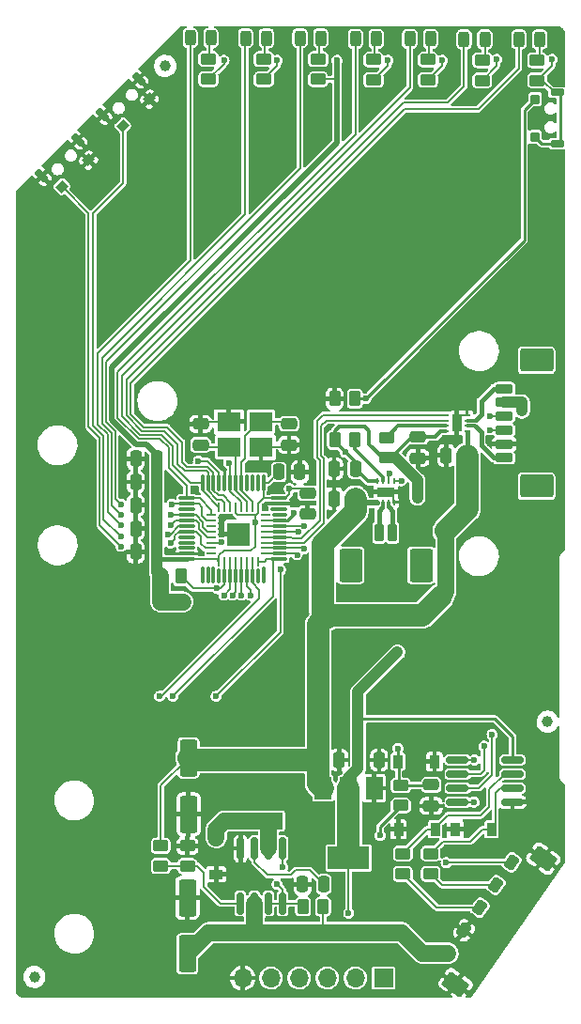
<source format=gbr>
G04 #@! TF.GenerationSoftware,KiCad,Pcbnew,(6.0.1-0)*
G04 #@! TF.CreationDate,2022-10-06T15:49:35-04:00*
G04 #@! TF.ProjectId,mobo,6d6f626f-2e6b-4696-9361-645f70636258,rev?*
G04 #@! TF.SameCoordinates,Original*
G04 #@! TF.FileFunction,Copper,L1,Top*
G04 #@! TF.FilePolarity,Positive*
%FSLAX46Y46*%
G04 Gerber Fmt 4.6, Leading zero omitted, Abs format (unit mm)*
G04 Created by KiCad (PCBNEW (6.0.1-0)) date 2022-10-06 15:49:35*
%MOMM*%
%LPD*%
G01*
G04 APERTURE LIST*
G04 Aperture macros list*
%AMRoundRect*
0 Rectangle with rounded corners*
0 $1 Rounding radius*
0 $2 $3 $4 $5 $6 $7 $8 $9 X,Y pos of 4 corners*
0 Add a 4 corners polygon primitive as box body*
4,1,4,$2,$3,$4,$5,$6,$7,$8,$9,$2,$3,0*
0 Add four circle primitives for the rounded corners*
1,1,$1+$1,$2,$3*
1,1,$1+$1,$4,$5*
1,1,$1+$1,$6,$7*
1,1,$1+$1,$8,$9*
0 Add four rect primitives between the rounded corners*
20,1,$1+$1,$2,$3,$4,$5,0*
20,1,$1+$1,$4,$5,$6,$7,0*
20,1,$1+$1,$6,$7,$8,$9,0*
20,1,$1+$1,$8,$9,$2,$3,0*%
G04 Aperture macros list end*
G04 #@! TA.AperFunction,ComponentPad*
%ADD10R,1.700000X1.700000*%
G04 #@! TD*
G04 #@! TA.AperFunction,ComponentPad*
%ADD11O,1.700000X1.700000*%
G04 #@! TD*
G04 #@! TA.AperFunction,SMDPad,CuDef*
%ADD12RoundRect,0.250000X-0.262500X-0.450000X0.262500X-0.450000X0.262500X0.450000X-0.262500X0.450000X0*%
G04 #@! TD*
G04 #@! TA.AperFunction,SMDPad,CuDef*
%ADD13RoundRect,0.100000X0.300000X-0.350000X0.300000X0.350000X-0.300000X0.350000X-0.300000X-0.350000X0*%
G04 #@! TD*
G04 #@! TA.AperFunction,SMDPad,CuDef*
%ADD14RoundRect,0.075000X-0.525000X0.225000X-0.525000X-0.225000X0.525000X-0.225000X0.525000X0.225000X0*%
G04 #@! TD*
G04 #@! TA.AperFunction,SMDPad,CuDef*
%ADD15RoundRect,0.250000X-0.450000X0.262500X-0.450000X-0.262500X0.450000X-0.262500X0.450000X0.262500X0*%
G04 #@! TD*
G04 #@! TA.AperFunction,SMDPad,CuDef*
%ADD16RoundRect,0.250000X0.450000X-0.262500X0.450000X0.262500X-0.450000X0.262500X-0.450000X-0.262500X0*%
G04 #@! TD*
G04 #@! TA.AperFunction,SMDPad,CuDef*
%ADD17RoundRect,0.250000X-0.250000X-0.475000X0.250000X-0.475000X0.250000X0.475000X-0.250000X0.475000X0*%
G04 #@! TD*
G04 #@! TA.AperFunction,SMDPad,CuDef*
%ADD18R,0.500000X0.250000*%
G04 #@! TD*
G04 #@! TA.AperFunction,SMDPad,CuDef*
%ADD19R,0.900000X1.600000*%
G04 #@! TD*
G04 #@! TA.AperFunction,SMDPad,CuDef*
%ADD20R,0.900000X1.200000*%
G04 #@! TD*
G04 #@! TA.AperFunction,SMDPad,CuDef*
%ADD21RoundRect,0.075000X-0.075000X0.662500X-0.075000X-0.662500X0.075000X-0.662500X0.075000X0.662500X0*%
G04 #@! TD*
G04 #@! TA.AperFunction,SMDPad,CuDef*
%ADD22RoundRect,0.075000X-0.662500X0.075000X-0.662500X-0.075000X0.662500X-0.075000X0.662500X0.075000X0*%
G04 #@! TD*
G04 #@! TA.AperFunction,SMDPad,CuDef*
%ADD23RoundRect,0.075000X-0.075000X0.575000X-0.075000X-0.575000X0.075000X-0.575000X0.075000X0.575000X0*%
G04 #@! TD*
G04 #@! TA.AperFunction,SMDPad,CuDef*
%ADD24RoundRect,0.075000X-0.575000X0.075000X-0.575000X-0.075000X0.575000X-0.075000X0.575000X0.075000X0*%
G04 #@! TD*
G04 #@! TA.AperFunction,SMDPad,CuDef*
%ADD25RoundRect,0.243750X-0.243750X-0.456250X0.243750X-0.456250X0.243750X0.456250X-0.243750X0.456250X0*%
G04 #@! TD*
G04 #@! TA.AperFunction,SMDPad,CuDef*
%ADD26R,1.500000X2.000000*%
G04 #@! TD*
G04 #@! TA.AperFunction,SMDPad,CuDef*
%ADD27R,3.800000X2.000000*%
G04 #@! TD*
G04 #@! TA.AperFunction,SMDPad,CuDef*
%ADD28R,2.100000X1.800000*%
G04 #@! TD*
G04 #@! TA.AperFunction,SMDPad,CuDef*
%ADD29RoundRect,0.250000X0.550000X-1.412500X0.550000X1.412500X-0.550000X1.412500X-0.550000X-1.412500X0*%
G04 #@! TD*
G04 #@! TA.AperFunction,SMDPad,CuDef*
%ADD30RoundRect,0.250000X-0.550000X1.412500X-0.550000X-1.412500X0.550000X-1.412500X0.550000X1.412500X0*%
G04 #@! TD*
G04 #@! TA.AperFunction,SMDPad,CuDef*
%ADD31C,1.000000*%
G04 #@! TD*
G04 #@! TA.AperFunction,SMDPad,CuDef*
%ADD32RoundRect,0.250000X0.475000X-0.250000X0.475000X0.250000X-0.475000X0.250000X-0.475000X-0.250000X0*%
G04 #@! TD*
G04 #@! TA.AperFunction,SMDPad,CuDef*
%ADD33RoundRect,0.100000X0.035355X0.459619X-0.459619X-0.035355X-0.035355X-0.459619X0.459619X0.035355X0*%
G04 #@! TD*
G04 #@! TA.AperFunction,SMDPad,CuDef*
%ADD34RoundRect,0.075000X0.212132X-0.530330X0.530330X-0.212132X-0.212132X0.530330X-0.530330X0.212132X0*%
G04 #@! TD*
G04 #@! TA.AperFunction,SMDPad,CuDef*
%ADD35R,0.250000X0.500000*%
G04 #@! TD*
G04 #@! TA.AperFunction,SMDPad,CuDef*
%ADD36R,1.600000X0.900000*%
G04 #@! TD*
G04 #@! TA.AperFunction,SMDPad,CuDef*
%ADD37RoundRect,0.200000X0.600000X-0.200000X0.600000X0.200000X-0.600000X0.200000X-0.600000X-0.200000X0*%
G04 #@! TD*
G04 #@! TA.AperFunction,SMDPad,CuDef*
%ADD38RoundRect,0.250001X1.249999X-0.799999X1.249999X0.799999X-1.249999X0.799999X-1.249999X-0.799999X0*%
G04 #@! TD*
G04 #@! TA.AperFunction,SMDPad,CuDef*
%ADD39RoundRect,0.250000X0.262500X0.450000X-0.262500X0.450000X-0.262500X-0.450000X0.262500X-0.450000X0*%
G04 #@! TD*
G04 #@! TA.AperFunction,SMDPad,CuDef*
%ADD40RoundRect,0.200000X-0.200000X-0.600000X0.200000X-0.600000X0.200000X0.600000X-0.200000X0.600000X0*%
G04 #@! TD*
G04 #@! TA.AperFunction,SMDPad,CuDef*
%ADD41RoundRect,0.250001X-0.799999X-1.249999X0.799999X-1.249999X0.799999X1.249999X-0.799999X1.249999X0*%
G04 #@! TD*
G04 #@! TA.AperFunction,SMDPad,CuDef*
%ADD42RoundRect,0.150000X-0.825000X-0.150000X0.825000X-0.150000X0.825000X0.150000X-0.825000X0.150000X0*%
G04 #@! TD*
G04 #@! TA.AperFunction,SMDPad,CuDef*
%ADD43RoundRect,0.250000X0.250000X0.475000X-0.250000X0.475000X-0.250000X-0.475000X0.250000X-0.475000X0*%
G04 #@! TD*
G04 #@! TA.AperFunction,SMDPad,CuDef*
%ADD44R,2.400000X1.500000*%
G04 #@! TD*
G04 #@! TA.AperFunction,SMDPad,CuDef*
%ADD45RoundRect,0.062500X-0.062500X0.375000X-0.062500X-0.375000X0.062500X-0.375000X0.062500X0.375000X0*%
G04 #@! TD*
G04 #@! TA.AperFunction,SMDPad,CuDef*
%ADD46RoundRect,0.062500X-0.375000X0.062500X-0.375000X-0.062500X0.375000X-0.062500X0.375000X0.062500X0*%
G04 #@! TD*
G04 #@! TA.AperFunction,SMDPad,CuDef*
%ADD47R,2.000000X2.000000*%
G04 #@! TD*
G04 #@! TA.AperFunction,SMDPad,CuDef*
%ADD48RoundRect,0.250000X-0.475000X0.250000X-0.475000X-0.250000X0.475000X-0.250000X0.475000X0.250000X0*%
G04 #@! TD*
G04 #@! TA.AperFunction,SMDPad,CuDef*
%ADD49RoundRect,0.250000X-0.024643X-0.471055X0.434219X0.184267X0.024643X0.471055X-0.434219X-0.184267X0*%
G04 #@! TD*
G04 #@! TA.AperFunction,SMDPad,CuDef*
%ADD50RoundRect,0.150000X0.413570X-1.022049X1.101862X-0.039067X-0.413570X1.022049X-1.101862X0.039067X0*%
G04 #@! TD*
G04 #@! TA.AperFunction,SMDPad,CuDef*
%ADD51RoundRect,0.150000X-0.150000X0.825000X-0.150000X-0.825000X0.150000X-0.825000X0.150000X0.825000X0*%
G04 #@! TD*
G04 #@! TA.AperFunction,SMDPad,CuDef*
%ADD52R,1.200000X0.900000*%
G04 #@! TD*
G04 #@! TA.AperFunction,ViaPad*
%ADD53C,0.600000*%
G04 #@! TD*
G04 #@! TA.AperFunction,ViaPad*
%ADD54C,0.800000*%
G04 #@! TD*
G04 #@! TA.AperFunction,Conductor*
%ADD55C,0.250000*%
G04 #@! TD*
G04 #@! TA.AperFunction,Conductor*
%ADD56C,0.200000*%
G04 #@! TD*
G04 #@! TA.AperFunction,Conductor*
%ADD57C,1.000000*%
G04 #@! TD*
G04 #@! TA.AperFunction,Conductor*
%ADD58C,1.500000*%
G04 #@! TD*
G04 #@! TA.AperFunction,Conductor*
%ADD59C,0.300000*%
G04 #@! TD*
G04 #@! TA.AperFunction,Conductor*
%ADD60C,2.000000*%
G04 #@! TD*
G04 #@! TA.AperFunction,Conductor*
%ADD61C,0.500000*%
G04 #@! TD*
G04 #@! TA.AperFunction,Conductor*
%ADD62C,0.400000*%
G04 #@! TD*
G04 APERTURE END LIST*
D10*
X115700000Y-117000000D03*
D11*
X113160000Y-117000000D03*
X110620000Y-117000000D03*
X108080000Y-117000000D03*
X105540000Y-117000000D03*
X103000000Y-117000000D03*
D12*
X111287500Y-64800000D03*
X113112500Y-64800000D03*
D13*
X129370000Y-37800000D03*
X129370000Y-41200000D03*
D14*
X131370000Y-41800000D03*
X131370000Y-37200000D03*
D15*
X119700000Y-34237500D03*
X119700000Y-36062500D03*
D16*
X95600000Y-106912500D03*
X95600000Y-105087500D03*
D17*
X109800000Y-97350000D03*
X111700000Y-97350000D03*
X93350000Y-70200000D03*
X95250000Y-70200000D03*
D18*
X123250000Y-67750000D03*
X123250000Y-67250000D03*
X123250000Y-66750000D03*
X123250000Y-66250000D03*
X121350000Y-66250000D03*
X121350000Y-66750000D03*
X121350000Y-67250000D03*
X121350000Y-67750000D03*
D19*
X122300000Y-67000000D03*
D20*
X125450000Y-103600000D03*
X122150000Y-103600000D03*
D15*
X116000000Y-68287500D03*
X116000000Y-70112500D03*
D20*
X117000000Y-97500000D03*
X120300000Y-97500000D03*
D21*
X104863335Y-72350240D03*
X104363335Y-72350240D03*
X103863335Y-72350240D03*
X103363335Y-72350240D03*
X102863335Y-72350240D03*
X102363335Y-72350240D03*
X101863335Y-72350240D03*
X101363335Y-72350240D03*
X100863335Y-72350240D03*
X100363335Y-72350240D03*
X99863335Y-72350240D03*
X99363335Y-72350240D03*
D22*
X97950835Y-73762740D03*
X97950835Y-74262740D03*
X97950835Y-74762740D03*
X97950835Y-75262740D03*
X97950835Y-75762740D03*
X97950835Y-76262740D03*
X97950835Y-76762740D03*
X97950835Y-77262740D03*
X97950835Y-77762740D03*
X97950835Y-78262740D03*
X97950835Y-78762740D03*
X97950835Y-79262740D03*
D21*
X99363335Y-80675240D03*
X99863335Y-80675240D03*
X100363335Y-80675240D03*
D23*
X100863335Y-80762740D03*
X101363335Y-80762740D03*
X101863335Y-80762740D03*
X102363335Y-80762740D03*
X102863335Y-80762740D03*
X103363335Y-80762740D03*
X103863335Y-80762740D03*
X104363335Y-80762740D03*
D21*
X104863335Y-80675240D03*
D22*
X106275835Y-79262740D03*
D24*
X106365835Y-78762740D03*
X106365835Y-78262740D03*
X106365835Y-77762740D03*
X106365835Y-77262740D03*
X106365835Y-76762740D03*
X106365835Y-76262740D03*
X106365835Y-75762740D03*
X106365835Y-75262740D03*
D22*
X106275835Y-74762740D03*
X106275835Y-74262740D03*
X106275835Y-73762740D03*
D15*
X104900000Y-34187500D03*
X104900000Y-36012500D03*
D25*
X108162500Y-32300000D03*
X110037500Y-32300000D03*
D15*
X99900000Y-34175000D03*
X99900000Y-36000000D03*
D26*
X114850000Y-99900000D03*
D27*
X112550000Y-106200000D03*
D26*
X112550000Y-99900000D03*
X110250000Y-99900000D03*
D28*
X104637740Y-66861905D03*
X101737740Y-66861905D03*
X101737740Y-69161905D03*
X104637740Y-69161905D03*
D17*
X93350000Y-78600000D03*
X95250000Y-78600000D03*
D16*
X98000000Y-106912500D03*
X98000000Y-105087500D03*
D15*
X114800000Y-34237500D03*
X114800000Y-36062500D03*
X129550000Y-34287500D03*
X129550000Y-36112500D03*
D29*
X98000000Y-114837500D03*
X98000000Y-109762500D03*
D30*
X98100000Y-97162500D03*
X98100000Y-102237500D03*
D31*
X96000000Y-34800000D03*
D17*
X111250000Y-73800000D03*
X113150000Y-73800000D03*
D31*
X130500000Y-93900000D03*
D15*
X124600000Y-34287500D03*
X124600000Y-36112500D03*
D32*
X108850000Y-75200000D03*
X108850000Y-73300000D03*
D33*
X92187868Y-40192031D03*
X94592031Y-37787868D03*
D34*
X93602082Y-35949390D03*
X90349390Y-39202082D03*
D17*
X108400000Y-108550000D03*
X110300000Y-108550000D03*
D35*
X115150000Y-74150000D03*
X115650000Y-74150000D03*
X116150000Y-74150000D03*
X116650000Y-74150000D03*
X116650000Y-72250000D03*
X116150000Y-72250000D03*
X115650000Y-72250000D03*
X115150000Y-72250000D03*
D36*
X115900000Y-73200000D03*
D15*
X119950000Y-105787500D03*
X119950000Y-107612500D03*
D37*
X126600000Y-70125000D03*
X126600000Y-68875000D03*
X126600000Y-67625000D03*
X126600000Y-66375000D03*
X126600000Y-65125000D03*
X126600000Y-63875000D03*
D38*
X129500000Y-61325000D03*
X129500000Y-72675000D03*
D17*
X113400000Y-97350000D03*
X115300000Y-97350000D03*
X93350000Y-76500000D03*
X95250000Y-76500000D03*
D39*
X113112500Y-68500000D03*
X111287500Y-68500000D03*
D25*
X122962500Y-32400000D03*
X124837500Y-32400000D03*
D17*
X111250000Y-71100000D03*
X113150000Y-71100000D03*
D32*
X120000000Y-101500000D03*
X120000000Y-99600000D03*
D25*
X103262500Y-32300000D03*
X105137500Y-32300000D03*
D40*
X115275000Y-76900000D03*
X116525000Y-76900000D03*
D41*
X119075000Y-79800000D03*
X112725000Y-79800000D03*
D42*
X122375000Y-97345000D03*
X122375000Y-98615000D03*
X122375000Y-99885000D03*
X122375000Y-101155000D03*
X127325000Y-101155000D03*
X127325000Y-99885000D03*
X127325000Y-98615000D03*
X127325000Y-97345000D03*
D15*
X117250000Y-99637500D03*
X117250000Y-101462500D03*
D39*
X97412500Y-80800000D03*
X95587500Y-80800000D03*
D43*
X108150000Y-71400000D03*
X106250000Y-71400000D03*
D15*
X117450000Y-105787500D03*
X117450000Y-107612500D03*
D44*
X105400000Y-102850000D03*
X105400000Y-97350000D03*
D45*
X104363335Y-74575240D03*
X103863335Y-74575240D03*
X103363335Y-74575240D03*
X102863335Y-74575240D03*
X102363335Y-74575240D03*
X101863335Y-74575240D03*
X101363335Y-74575240D03*
X100863335Y-74575240D03*
D46*
X100175835Y-75262740D03*
X100175835Y-75762740D03*
X100175835Y-76262740D03*
X100175835Y-76762740D03*
X100175835Y-77262740D03*
X100175835Y-77762740D03*
X100175835Y-78262740D03*
X100175835Y-78762740D03*
D45*
X100863335Y-79450240D03*
X101363335Y-79450240D03*
X101863335Y-79450240D03*
X102363335Y-79450240D03*
X102863335Y-79450240D03*
X103363335Y-79450240D03*
X103863335Y-79450240D03*
X104363335Y-79450240D03*
D46*
X105050835Y-78762740D03*
X105050835Y-78262740D03*
X105050835Y-77762740D03*
X105050835Y-77262740D03*
X105050835Y-76762740D03*
X105050835Y-76262740D03*
X105050835Y-75762740D03*
X105050835Y-75262740D03*
D47*
X102613335Y-77012740D03*
D17*
X121350000Y-69900000D03*
X123250000Y-69900000D03*
D25*
X98262500Y-32287500D03*
X100137500Y-32287500D03*
D48*
X107187740Y-67061905D03*
X107187740Y-68961905D03*
D25*
X118062500Y-32350000D03*
X119937500Y-32350000D03*
D17*
X93350000Y-74400000D03*
X95250000Y-74400000D03*
D49*
X121522811Y-114762571D03*
X122956752Y-112714691D03*
X124390693Y-110666811D03*
X125824634Y-108618931D03*
X127258575Y-106571051D03*
D50*
X122194192Y-117552149D03*
X130109547Y-106247851D03*
D39*
X110250000Y-110550000D03*
X108425000Y-110550000D03*
D32*
X99187740Y-68961905D03*
X99187740Y-67061905D03*
D31*
X84200000Y-116900000D03*
D17*
X93350000Y-72300000D03*
X95250000Y-72300000D03*
D25*
X113162500Y-32350000D03*
X115037500Y-32350000D03*
D51*
X106605000Y-105325000D03*
X105335000Y-105325000D03*
X104065000Y-105325000D03*
X102795000Y-105325000D03*
X102795000Y-110275000D03*
X104065000Y-110275000D03*
X105335000Y-110275000D03*
X106605000Y-110275000D03*
D33*
X86687868Y-45692031D03*
X89092031Y-43287868D03*
D34*
X88102082Y-41449390D03*
X84849390Y-44702082D03*
D20*
X120350000Y-103600000D03*
X117050000Y-103600000D03*
D25*
X127912500Y-32400000D03*
X129787500Y-32400000D03*
D15*
X109800000Y-34187500D03*
X109800000Y-36012500D03*
D32*
X118800000Y-70150000D03*
X118800000Y-68250000D03*
D52*
X100600000Y-104350000D03*
X100600000Y-107650000D03*
D53*
X112550000Y-111150000D03*
X112400000Y-87550000D03*
X112400000Y-88450000D03*
X128700000Y-105200000D03*
X129350000Y-107400000D03*
X130900000Y-105000000D03*
X131650000Y-105600000D03*
X130550000Y-108050000D03*
X115400000Y-107150000D03*
X115400000Y-106300000D03*
X115400000Y-105450000D03*
X123650000Y-111650000D03*
X121600000Y-112900000D03*
X128800000Y-68850000D03*
X107550000Y-79900000D03*
X114100000Y-64800000D03*
X108450000Y-81900000D03*
X107650000Y-74050000D03*
X107600000Y-75050000D03*
X108600000Y-68200000D03*
X102100000Y-107300000D03*
X103100000Y-107300000D03*
X96600000Y-111000000D03*
X128200000Y-69400000D03*
X108500000Y-70100000D03*
X96600000Y-109400000D03*
X120750000Y-96050000D03*
X118150000Y-104050000D03*
X94400000Y-35200000D03*
X120850000Y-118400000D03*
X115650000Y-94850000D03*
X125300000Y-68800000D03*
X124200000Y-117250000D03*
X112400000Y-89400000D03*
X100900000Y-70600000D03*
X126600000Y-103000000D03*
X101750000Y-89200000D03*
X111250000Y-72500000D03*
X100700000Y-65100000D03*
X111500000Y-95950000D03*
X88900000Y-40700000D03*
X114850000Y-101550000D03*
X93400000Y-79900000D03*
X105500000Y-65100000D03*
X103100000Y-108200000D03*
X107200000Y-71400000D03*
X123250000Y-104050000D03*
X98100000Y-70100000D03*
X96600000Y-108600000D03*
X114700000Y-95400000D03*
X123250000Y-103100000D03*
D54*
X103163335Y-76462740D03*
D53*
X92100000Y-79600000D03*
D54*
X102063335Y-77562740D03*
D53*
X99450000Y-105100000D03*
X96600000Y-110200000D03*
X108200000Y-65700000D03*
X115800000Y-95800000D03*
X115250000Y-102350000D03*
X119850000Y-96050000D03*
X84100000Y-45500000D03*
X117400000Y-73200000D03*
D54*
X103163335Y-77562740D03*
D53*
X96300000Y-78600000D03*
X120700000Y-116500000D03*
X124250000Y-112750000D03*
X98700000Y-73100000D03*
X123500000Y-113800000D03*
X122000000Y-112000000D03*
X110600000Y-69700000D03*
X112250000Y-95450000D03*
X126600000Y-102150000D03*
X107250000Y-108550000D03*
X115500000Y-73200000D03*
X121400000Y-68500000D03*
X96700000Y-102000000D03*
X89600000Y-40000000D03*
X96700000Y-102800000D03*
X122700000Y-111400000D03*
X96800000Y-72600000D03*
X114450000Y-102350000D03*
X92300000Y-70200000D03*
X115600000Y-101550000D03*
X122300000Y-66600000D03*
X120200000Y-70900000D03*
X122300000Y-65600000D03*
X123050000Y-116350000D03*
X102100000Y-108200000D03*
X114100000Y-101550000D03*
X92300000Y-72300000D03*
X116300000Y-73200000D03*
X104995835Y-74537740D03*
X111500000Y-94900000D03*
D54*
X102063335Y-76462740D03*
D53*
X96700000Y-103600000D03*
X122300000Y-67400000D03*
X97400000Y-87300000D03*
X118150000Y-103100000D03*
X103412835Y-70900000D03*
X96700000Y-101200000D03*
X107200000Y-72900000D03*
X97600000Y-83100000D03*
X112550000Y-99900000D03*
X116100000Y-34300000D03*
X121000000Y-34300000D03*
X112550000Y-102950000D03*
X116950000Y-87650000D03*
X115550000Y-89050000D03*
X130900000Y-34200000D03*
X112550000Y-106200000D03*
X125900000Y-34200000D03*
X96600000Y-83100000D03*
X118749511Y-72100000D03*
X99000000Y-70400980D03*
X111500000Y-34300000D03*
X106100000Y-34300000D03*
X112550000Y-101350000D03*
X118749511Y-73750489D03*
X112550000Y-104500000D03*
X104100000Y-75900000D03*
X95600000Y-83100000D03*
X112250000Y-69600000D03*
X128200000Y-65900000D03*
X118749511Y-72950489D03*
X128200000Y-65100000D03*
X116250000Y-88350000D03*
X101300000Y-34300000D03*
X106400000Y-80200000D03*
X100600000Y-91600000D03*
X101738556Y-70600000D03*
X96500000Y-76200000D03*
X92000000Y-76200000D03*
X92000000Y-75300000D03*
X96500000Y-75300000D03*
X123900000Y-97350000D03*
X102100000Y-82500000D03*
X123850000Y-101150000D03*
X101300000Y-82500000D03*
X117000000Y-96300000D03*
X100700000Y-81900000D03*
X95500000Y-91600000D03*
X96700000Y-91600000D03*
X92000000Y-78100000D03*
X96500000Y-77800000D03*
X96250000Y-77000000D03*
X101100000Y-77750000D03*
X92000000Y-77200000D03*
X116200000Y-71500000D03*
X108499242Y-78312240D03*
X107900000Y-78861740D03*
X117300000Y-72200000D03*
X92000000Y-74300000D03*
X96600000Y-74300000D03*
X103700000Y-82500000D03*
X125500000Y-95050000D03*
X125300000Y-67600000D03*
X108000000Y-76812240D03*
X125300000Y-66400000D03*
X108561347Y-76264982D03*
X106100000Y-108550000D03*
X106600000Y-107000000D03*
X124750000Y-96100000D03*
X102900000Y-82500000D03*
X121350000Y-106600000D03*
X115400000Y-104150000D03*
D55*
X114100000Y-64800000D02*
X128400000Y-50500000D01*
X128400000Y-50500000D02*
X128400000Y-38770000D01*
X128400000Y-38770000D02*
X129370000Y-37800000D01*
X114100000Y-64800000D02*
X113112500Y-64800000D01*
X131650000Y-41520000D02*
X131370000Y-41800000D01*
D56*
X131100000Y-37200000D02*
X131370000Y-37200000D01*
D55*
X131370000Y-37200000D02*
X131650000Y-37480000D01*
X129370000Y-41200000D02*
X129970000Y-41800000D01*
X131650000Y-37480000D02*
X131650000Y-41520000D01*
X129970000Y-41800000D02*
X131370000Y-41800000D01*
D56*
X129550000Y-36112500D02*
X130012500Y-36112500D01*
X130012500Y-36112500D02*
X131100000Y-37200000D01*
X112550000Y-111150000D02*
X112550000Y-106200000D01*
X121378949Y-106571051D02*
X127258575Y-106571051D01*
X121350000Y-106600000D02*
X121378949Y-106571051D01*
D55*
X127325000Y-97345000D02*
X127325000Y-95225000D01*
X127325000Y-95225000D02*
X125750000Y-93650000D01*
X125750000Y-93650000D02*
X113400000Y-93650000D01*
D57*
X113400000Y-97350000D02*
X113400000Y-93650000D01*
X113400000Y-93650000D02*
X113400000Y-91200000D01*
D55*
X117250000Y-101500000D02*
X117250000Y-101462500D01*
X115400000Y-103350000D02*
X117250000Y-101500000D01*
X115400000Y-104150000D02*
X115400000Y-103350000D01*
D56*
X123800000Y-101150000D02*
X123795000Y-101155000D01*
X123795000Y-101155000D02*
X122375000Y-101155000D01*
X123850000Y-101150000D02*
X123800000Y-101150000D01*
X124750000Y-96100000D02*
X124750000Y-98300000D01*
X124750000Y-98300000D02*
X124435000Y-98615000D01*
X124435000Y-98615000D02*
X122375000Y-98615000D01*
X125500000Y-95050000D02*
X125500000Y-98700000D01*
X125500000Y-98700000D02*
X124315000Y-99885000D01*
X124315000Y-99885000D02*
X122375000Y-99885000D01*
X123900000Y-97350000D02*
X123895000Y-97345000D01*
X123895000Y-97345000D02*
X122375000Y-97345000D01*
D58*
X110000000Y-112900000D02*
X117350000Y-112900000D01*
X117350000Y-112900000D02*
X119212571Y-114762571D01*
X119212571Y-114762571D02*
X121522811Y-114762571D01*
D55*
X107600000Y-75050000D02*
X107600000Y-75172870D01*
X107600000Y-75172870D02*
X107010130Y-75762740D01*
X107010130Y-75762740D02*
X106365835Y-75762740D01*
D59*
X112250000Y-69600000D02*
X113150000Y-70500000D01*
X113150000Y-70500000D02*
X113150000Y-71100000D01*
X111287500Y-68637500D02*
X111287500Y-68500000D01*
X112250000Y-69600000D02*
X111287500Y-68637500D01*
D57*
X110700000Y-84500000D02*
X110250000Y-84950000D01*
D60*
X110000000Y-84950000D02*
X110650000Y-84300000D01*
D57*
X110250000Y-84950000D02*
X110000000Y-84950000D01*
D60*
X110650000Y-84300000D02*
X119200000Y-84300000D01*
X119200000Y-84300000D02*
X120900000Y-82600000D01*
X110000000Y-84950000D02*
X109800000Y-85150000D01*
X109800000Y-85150000D02*
X109800000Y-97350000D01*
X110700000Y-77400000D02*
X110200000Y-77900000D01*
X110200000Y-77900000D02*
X110200000Y-84000000D01*
X110200000Y-84000000D02*
X110700000Y-84500000D01*
D56*
X127912500Y-32400000D02*
X127912500Y-35037500D01*
X124250000Y-38700000D02*
X117600000Y-38700000D01*
X97500000Y-70500000D02*
X97950481Y-70950481D01*
X127912500Y-35037500D02*
X124250000Y-38700000D01*
X117600000Y-38700000D02*
X92900000Y-63400000D01*
X97500000Y-68700000D02*
X97500000Y-70500000D01*
X96151440Y-67351440D02*
X97500000Y-68700000D01*
X97950481Y-70950481D02*
X99844777Y-70950481D01*
X94051440Y-67351440D02*
X96151440Y-67351440D01*
X92900000Y-66200000D02*
X94051440Y-67351440D01*
X92900000Y-63400000D02*
X92900000Y-66200000D01*
X99844777Y-70950481D02*
X100363335Y-71469039D01*
X100363335Y-71469039D02*
X100363335Y-72350240D01*
D58*
X104065000Y-112900000D02*
X99937500Y-112900000D01*
X99937500Y-112900000D02*
X98000000Y-114837500D01*
D60*
X111150000Y-76950000D02*
X113150000Y-74950000D01*
X111150000Y-76950000D02*
X110700000Y-77400000D01*
X113150000Y-74950000D02*
X113150000Y-73800000D01*
D56*
X106275835Y-73762740D02*
X106837260Y-73762740D01*
X106837260Y-73762740D02*
X107200000Y-73400000D01*
X107200000Y-73400000D02*
X107200000Y-72900000D01*
X108450000Y-72900000D02*
X108850000Y-73300000D01*
X107200000Y-72900000D02*
X108450000Y-72900000D01*
X106365835Y-77262740D02*
X107357036Y-77262740D01*
X107357036Y-77262740D02*
X107494296Y-77400000D01*
X107494296Y-77400000D02*
X108277127Y-77400000D01*
X109950000Y-75727127D02*
X109950000Y-70321423D01*
X108277127Y-77400000D02*
X109950000Y-75727127D01*
X109700969Y-66799031D02*
X110250000Y-66250000D01*
X109950000Y-70321423D02*
X109700969Y-70072391D01*
X109700969Y-70072391D02*
X109700969Y-66799031D01*
X110250000Y-66250000D02*
X121350000Y-66250000D01*
X110050489Y-69927616D02*
X110050489Y-67249511D01*
X108537260Y-77762740D02*
X110300000Y-76000000D01*
X110300000Y-76000000D02*
X110300000Y-70177127D01*
X106365835Y-77762740D02*
X108537260Y-77762740D01*
X110300000Y-70177127D02*
X110050489Y-69927616D01*
X110050489Y-67249511D02*
X110550000Y-66750000D01*
X110550000Y-66750000D02*
X121350000Y-66750000D01*
X101350835Y-72337740D02*
X101363335Y-72350240D01*
X107257262Y-65700000D02*
X108162260Y-66604998D01*
X123250000Y-66250000D02*
X122650000Y-66250000D01*
X98500000Y-69800000D02*
X98100000Y-69400000D01*
X116600000Y-74100000D02*
X116600000Y-73500000D01*
X108162260Y-69737740D02*
X107500000Y-70400000D01*
X99900000Y-69800000D02*
X98500000Y-69800000D01*
X100900000Y-70600000D02*
X100700000Y-70600000D01*
X98000000Y-105087500D02*
X98000000Y-102337500D01*
X116600000Y-73500000D02*
X116300000Y-73200000D01*
X103412835Y-70900000D02*
X104200000Y-70900000D01*
X122650000Y-66250000D02*
X122300000Y-66600000D01*
X116650000Y-74150000D02*
X116600000Y-74100000D01*
X105270835Y-74262740D02*
X104995835Y-74537740D01*
X99187740Y-67061905D02*
X99387740Y-66861905D01*
X106987740Y-69161905D02*
X104637740Y-69161905D01*
X104200000Y-70900000D02*
X104700000Y-70400000D01*
X101363335Y-71063335D02*
X101363335Y-72350240D01*
X99387740Y-66861905D02*
X101737740Y-66861905D01*
X104700000Y-70400000D02*
X104700000Y-69224165D01*
X98800000Y-65700000D02*
X101700000Y-65700000D01*
X100700000Y-70600000D02*
X99900000Y-69800000D01*
X107500000Y-70400000D02*
X104700000Y-70400000D01*
X101700000Y-65700000D02*
X107257262Y-65700000D01*
X108162260Y-66604998D02*
X108162260Y-69737740D01*
X101737740Y-65737740D02*
X101700000Y-65700000D01*
X98000000Y-102337500D02*
X98100000Y-102237500D01*
X106275835Y-74262740D02*
X105270835Y-74262740D01*
X104700000Y-69224165D02*
X104637740Y-69161905D01*
X98100000Y-66400000D02*
X98800000Y-65700000D01*
X101737740Y-66861905D02*
X101737740Y-65737740D01*
X100900000Y-70600000D02*
X101363335Y-71063335D01*
X107187740Y-68961905D02*
X106987740Y-69161905D01*
X98100000Y-69400000D02*
X98100000Y-66400000D01*
X100675835Y-79262740D02*
X97950835Y-79262740D01*
D59*
X120850000Y-67750000D02*
X120350000Y-68250000D01*
D61*
X91200000Y-66706428D02*
X93393091Y-68899519D01*
D56*
X104363335Y-75112740D02*
X104213335Y-75262740D01*
D59*
X116387500Y-70112500D02*
X118250000Y-68250000D01*
X118250000Y-68250000D02*
X118800000Y-68250000D01*
D56*
X111500000Y-36012500D02*
X109800000Y-36012500D01*
X100863335Y-79450240D02*
X100863335Y-78936665D01*
X104363335Y-74262740D02*
X104363335Y-74575240D01*
X104863335Y-72350240D02*
X105299760Y-72350240D01*
X116100000Y-34762500D02*
X114800000Y-36062500D01*
D57*
X113400000Y-98150000D02*
X112550000Y-99000000D01*
X95250000Y-78600000D02*
X95250000Y-71150000D01*
D56*
X99789572Y-70400980D02*
X100863335Y-71474743D01*
D57*
X126625000Y-65100000D02*
X128200000Y-65100000D01*
D56*
X130900000Y-34762500D02*
X129550000Y-36112500D01*
D57*
X116762011Y-70112500D02*
X116000000Y-70112500D01*
D59*
X111287500Y-67712500D02*
X111287500Y-68500000D01*
D58*
X95587500Y-80800000D02*
X95587500Y-83087500D01*
D59*
X116000000Y-70112500D02*
X116387500Y-70112500D01*
D57*
X95250000Y-78600000D02*
X95250000Y-79450000D01*
D56*
X102536665Y-75262740D02*
X102363335Y-75089410D01*
D57*
X113400000Y-91200000D02*
X116950000Y-87650000D01*
D59*
X115150000Y-72250000D02*
X114300000Y-72250000D01*
D61*
X111500000Y-34300000D02*
X111500000Y-41700000D01*
D59*
X114000000Y-67300000D02*
X111700000Y-67300000D01*
D56*
X101300000Y-78500000D02*
X103750000Y-78500000D01*
X100863335Y-71474743D02*
X100863335Y-72350240D01*
D59*
X121350000Y-67750000D02*
X120850000Y-67750000D01*
D57*
X113400000Y-97350000D02*
X113400000Y-98150000D01*
D56*
X106275835Y-73762740D02*
X104863335Y-73762740D01*
X100863335Y-79450240D02*
X100675835Y-79262740D01*
X101300000Y-34600000D02*
X99900000Y-36000000D01*
X105299760Y-72350240D02*
X106250000Y-71400000D01*
X130900000Y-34200000D02*
X130900000Y-34762500D01*
X103750000Y-78500000D02*
X104100000Y-78150000D01*
X104863335Y-72350240D02*
X104863335Y-73762740D01*
X104213335Y-75262740D02*
X104062740Y-75262740D01*
D61*
X111500000Y-41700000D02*
X91200000Y-62000000D01*
D56*
X101300000Y-34300000D02*
X101300000Y-34600000D01*
X100863335Y-78936665D02*
X101300000Y-78500000D01*
X104100000Y-75300000D02*
X104062740Y-75262740D01*
D59*
X111700000Y-67300000D02*
X111287500Y-67712500D01*
D60*
X112550000Y-99900000D02*
X112550000Y-106200000D01*
D59*
X114400000Y-67700000D02*
X114000000Y-67300000D01*
D56*
X104062740Y-75262740D02*
X102536665Y-75262740D01*
D57*
X95587500Y-83087500D02*
X95600000Y-83100000D01*
D56*
X95437260Y-79262740D02*
X95250000Y-79450000D01*
X102363335Y-75089410D02*
X102363335Y-74575240D01*
D57*
X128200000Y-65100000D02*
X128200000Y-65900000D01*
X126600000Y-65125000D02*
X126625000Y-65100000D01*
D56*
X121000000Y-34300000D02*
X121000000Y-34762500D01*
D61*
X93393091Y-68899519D02*
X94299520Y-68899520D01*
D57*
X95250000Y-79450000D02*
X95250000Y-80462500D01*
D59*
X114400000Y-68900000D02*
X114400000Y-67700000D01*
D57*
X112550000Y-99000000D02*
X112550000Y-99900000D01*
D58*
X95600000Y-83100000D02*
X97600000Y-83100000D01*
D59*
X115612500Y-70112500D02*
X114400000Y-68900000D01*
X120350000Y-68250000D02*
X118800000Y-68250000D01*
D56*
X99000000Y-70400980D02*
X99789572Y-70400980D01*
X104863335Y-73762740D02*
X104363335Y-74262740D01*
X125900000Y-34812500D02*
X124600000Y-36112500D01*
X121000000Y-34762500D02*
X119700000Y-36062500D01*
X125900000Y-34200000D02*
X125900000Y-34812500D01*
X106100000Y-34300000D02*
X106100000Y-34812500D01*
X116100000Y-34300000D02*
X116100000Y-34762500D01*
X104363335Y-74575240D02*
X104363335Y-75112740D01*
D61*
X94299520Y-68899520D02*
X95250000Y-69850000D01*
D57*
X118749511Y-73750489D02*
X118749511Y-72100000D01*
D62*
X97950835Y-79262740D02*
X95437260Y-79262740D01*
D56*
X104100000Y-78150000D02*
X104100000Y-75900000D01*
D59*
X114300000Y-72250000D02*
X113150000Y-71100000D01*
D61*
X95250000Y-69850000D02*
X95250000Y-70200000D01*
D57*
X118749511Y-72100000D02*
X116762011Y-70112500D01*
D56*
X104100000Y-75900000D02*
X104100000Y-75300000D01*
D57*
X95250000Y-80462500D02*
X95587500Y-80800000D01*
D59*
X116000000Y-70112500D02*
X115612500Y-70112500D01*
D56*
X106100000Y-34812500D02*
X104900000Y-36012500D01*
D57*
X95250000Y-71150000D02*
X95250000Y-70200000D01*
X95250000Y-70200000D02*
X95250000Y-70050000D01*
D61*
X91200000Y-62000000D02*
X91200000Y-66706428D01*
D56*
X102863335Y-74575240D02*
X102863335Y-74112740D01*
X102863335Y-74112740D02*
X101863335Y-73112740D01*
X101863335Y-73112740D02*
X101863335Y-72350240D01*
X106400000Y-85800000D02*
X100600000Y-91600000D01*
X101738556Y-70600000D02*
X101863335Y-70724779D01*
X101863335Y-70724779D02*
X101863335Y-72350240D01*
X106400000Y-80200000D02*
X106400000Y-85800000D01*
D58*
X109100000Y-112900000D02*
X110000000Y-112900000D01*
D56*
X110250000Y-110550000D02*
X110250000Y-112650000D01*
D58*
X109100000Y-112900000D02*
X104065000Y-112900000D01*
X104065000Y-112900000D02*
X104065000Y-110275000D01*
D56*
X110250000Y-112650000D02*
X110000000Y-112900000D01*
X102863335Y-70536665D02*
X102863335Y-72350240D01*
X103863335Y-74575240D02*
X103863335Y-74062740D01*
X104637740Y-66861905D02*
X104488718Y-66861905D01*
X103200000Y-68150623D02*
X103200000Y-70200000D01*
X103863335Y-74062740D02*
X102863335Y-73062740D01*
X102863335Y-73062740D02*
X102863335Y-72350240D01*
X104488718Y-66861905D02*
X103200000Y-68150623D01*
X103200000Y-70200000D02*
X102863335Y-70536665D01*
X106987740Y-66861905D02*
X104637740Y-66861905D01*
X99050001Y-76509964D02*
X99050000Y-76479981D01*
X97950835Y-75762740D02*
X96937260Y-75762740D01*
X99050000Y-76479981D02*
X99050000Y-76050000D01*
X98262500Y-33762500D02*
X98250000Y-33750000D01*
X98250000Y-33750000D02*
X98250000Y-32350000D01*
X99488815Y-76954482D02*
X99488815Y-76948778D01*
X98262500Y-52337500D02*
X98262500Y-33762500D01*
X98762740Y-75762740D02*
X97950835Y-75762740D01*
X96937260Y-75762740D02*
X96500000Y-76200000D01*
X92000000Y-76200000D02*
X90800000Y-75000000D01*
X90800000Y-75000000D02*
X90800000Y-68001448D01*
X90800000Y-68001448D02*
X89900000Y-67101448D01*
X98250000Y-32350000D02*
X98262500Y-32337500D01*
X99488815Y-76948778D02*
X99050001Y-76509964D01*
X89900000Y-60700000D02*
X98262500Y-52337500D01*
X99797073Y-77262740D02*
X99488815Y-76954482D01*
X89900000Y-67101448D02*
X89900000Y-60700000D01*
X100175835Y-77262740D02*
X99797073Y-77262740D01*
X99050000Y-76050000D02*
X98762740Y-75762740D01*
X100000000Y-32475000D02*
X100000000Y-34075000D01*
X100137500Y-32337500D02*
X100000000Y-32475000D01*
X100000000Y-34075000D02*
X99900000Y-34175000D01*
X105000000Y-34087500D02*
X104900000Y-34187500D01*
X105000000Y-32487500D02*
X105000000Y-34087500D01*
X105137500Y-32350000D02*
X105000000Y-32487500D01*
X91150480Y-74450480D02*
X91150480Y-67857632D01*
X103200000Y-48200000D02*
X103200000Y-32362500D01*
X91150480Y-67857632D02*
X90300000Y-67007152D01*
X98759888Y-75262740D02*
X99399520Y-75902372D01*
X97950835Y-75262740D02*
X98759888Y-75262740D01*
X96537260Y-75262740D02*
X96500000Y-75300000D01*
X99399520Y-76365187D02*
X99797073Y-76762740D01*
X97950835Y-75262740D02*
X96537260Y-75262740D01*
X103200000Y-32362500D02*
X103262500Y-32300000D01*
X90300000Y-67007152D02*
X90300000Y-61100000D01*
X90300000Y-61100000D02*
X103200000Y-48200000D01*
X99797073Y-76762740D02*
X100175835Y-76762740D01*
X99399520Y-75902372D02*
X99399520Y-76365187D01*
X92000000Y-75300000D02*
X91150480Y-74450480D01*
X102363335Y-79450240D02*
X102363335Y-80675240D01*
X102363335Y-82236665D02*
X102363335Y-80762740D01*
X102100000Y-82500000D02*
X102363335Y-82236665D01*
X101863335Y-79450240D02*
X101863335Y-80675240D01*
X101863335Y-81936665D02*
X101863335Y-80762740D01*
X101300000Y-82500000D02*
X101863335Y-81936665D01*
X101363335Y-79450240D02*
X101363335Y-80675240D01*
X101363335Y-81536665D02*
X101000000Y-81900000D01*
D55*
X119962500Y-99637500D02*
X120000000Y-99600000D01*
X117250000Y-99637500D02*
X119962500Y-99637500D01*
X117050000Y-99437500D02*
X117050000Y-97550000D01*
X117000000Y-96300000D02*
X117000000Y-97500000D01*
X117250000Y-99637500D02*
X117050000Y-99437500D01*
D56*
X101363335Y-80762740D02*
X101363335Y-81536665D01*
D55*
X117050000Y-97550000D02*
X117000000Y-97500000D01*
D56*
X100700000Y-81900000D02*
X98512500Y-81900000D01*
X98512500Y-81900000D02*
X97412500Y-80800000D01*
X101000000Y-81900000D02*
X100700000Y-81900000D01*
X120504311Y-110666811D02*
X117450000Y-107612500D01*
X124390693Y-110666811D02*
X120504311Y-110666811D01*
X125824634Y-108618931D02*
X120956431Y-108618931D01*
X120956431Y-108618931D02*
X119950000Y-107612500D01*
X103863335Y-81371679D02*
X104500000Y-82008344D01*
X103863335Y-80762740D02*
X103863335Y-81371679D01*
X95700000Y-91600000D02*
X95500000Y-91600000D01*
X104500000Y-82800000D02*
X95700000Y-91600000D01*
X103863335Y-79450240D02*
X103863335Y-80675240D01*
X104500000Y-82008344D02*
X104500000Y-82800000D01*
X105700000Y-79300000D02*
X105700000Y-82600000D01*
X105737260Y-79262740D02*
X105700000Y-79300000D01*
X106275835Y-79262740D02*
X105170835Y-79262740D01*
X105700000Y-82600000D02*
X96700000Y-91600000D01*
X104983335Y-79450240D02*
X104363335Y-79450240D01*
X106275835Y-79262740D02*
X105737260Y-79262740D01*
X105170835Y-79262740D02*
X104983335Y-79450240D01*
X103363335Y-74575240D02*
X103363335Y-74062740D01*
X102363335Y-69787500D02*
X101737740Y-69161905D01*
X103363335Y-74062740D02*
X102363335Y-73062740D01*
X99187740Y-68961905D02*
X99387740Y-69161905D01*
X102363335Y-72350240D02*
X102363335Y-69787500D01*
X99387740Y-69161905D02*
X101737740Y-69161905D01*
X102363335Y-73062740D02*
X102363335Y-72350240D01*
X109050000Y-107300000D02*
X110300000Y-108550000D01*
X107750000Y-107300000D02*
X109050000Y-107300000D01*
X104065000Y-105325000D02*
X104065000Y-106565000D01*
X104065000Y-106565000D02*
X105200000Y-107700000D01*
X107350000Y-107700000D02*
X107750000Y-107300000D01*
X105200000Y-107700000D02*
X107350000Y-107700000D01*
D58*
X105335000Y-102915000D02*
X105400000Y-102850000D01*
X100600000Y-103600000D02*
X101350000Y-102850000D01*
X100600000Y-104350000D02*
X100600000Y-103600000D01*
X101350000Y-102850000D02*
X105400000Y-102850000D01*
X105335000Y-105325000D02*
X105335000Y-102915000D01*
D56*
X99200000Y-77850000D02*
X99200000Y-77200000D01*
X100175835Y-78262740D02*
X99612740Y-78262740D01*
X90100000Y-68294296D02*
X89100000Y-67294296D01*
X96850000Y-77150000D02*
X97237260Y-76762740D01*
X89100000Y-48100000D02*
X86904163Y-45904163D01*
X99200000Y-77200000D02*
X98762740Y-76762740D01*
X99612740Y-78262740D02*
X99200000Y-77850000D01*
X96850000Y-77450000D02*
X96850000Y-77150000D01*
X89100000Y-67294296D02*
X89100000Y-48100000D01*
X97237260Y-76762740D02*
X97950835Y-76762740D01*
X86904163Y-45904163D02*
X86900000Y-45904163D01*
X92000000Y-78100000D02*
X90100000Y-76200000D01*
X98762740Y-76762740D02*
X97950835Y-76762740D01*
X86900000Y-45904163D02*
X86687868Y-45692031D01*
X90100000Y-76200000D02*
X90100000Y-68294296D01*
X96500000Y-77800000D02*
X96850000Y-77450000D01*
X92200000Y-45400000D02*
X92200000Y-40204163D01*
X96250000Y-77000000D02*
X96477127Y-77000000D01*
X101100000Y-77750000D02*
X101087260Y-77762740D01*
X96477127Y-77000000D02*
X97214387Y-76262740D01*
X90450480Y-75650480D02*
X90450480Y-68150480D01*
X89500000Y-48100000D02*
X92200000Y-45400000D01*
X97214387Y-76262740D02*
X97950835Y-76262740D01*
X101087260Y-77762740D02*
X100175835Y-77762740D01*
X89500000Y-67200000D02*
X89500000Y-48100000D01*
X92000000Y-77200000D02*
X90450480Y-75650480D01*
X92200000Y-40204163D02*
X92187868Y-40192031D01*
X90450480Y-68150480D02*
X89500000Y-67200000D01*
D62*
X123250000Y-69900000D02*
X123250000Y-67774511D01*
D58*
X121300000Y-82200000D02*
X120900000Y-82600000D01*
D60*
X109800000Y-99450000D02*
X110250000Y-99900000D01*
X105400000Y-97350000D02*
X98287500Y-97350000D01*
D61*
X114950000Y-74150000D02*
X114900000Y-74200000D01*
D60*
X98287500Y-97350000D02*
X98100000Y-97162500D01*
D56*
X95600000Y-105087500D02*
X95600000Y-99662500D01*
D62*
X115150000Y-74150000D02*
X114950000Y-74150000D01*
D58*
X121300000Y-76700000D02*
X121300000Y-82200000D01*
D61*
X114900000Y-74200000D02*
X113550000Y-74200000D01*
X113550000Y-74200000D02*
X113150000Y-73800000D01*
D60*
X109800000Y-97350000D02*
X109800000Y-99450000D01*
X121300000Y-76700000D02*
X123250000Y-74750000D01*
X109800000Y-97350000D02*
X105400000Y-97350000D01*
X123250000Y-74750000D02*
X123250000Y-69900000D01*
D56*
X95600000Y-99662500D02*
X98100000Y-97162500D01*
X108499242Y-78312240D02*
X108449742Y-78262740D01*
X106275835Y-78262740D02*
X105050835Y-78262740D01*
X116200000Y-71500000D02*
X116150000Y-71550000D01*
X116150000Y-71550000D02*
X116150000Y-72250000D01*
X108449742Y-78262740D02*
X106365835Y-78262740D01*
X107801000Y-78762740D02*
X106365835Y-78762740D01*
X106275835Y-78762740D02*
X105050835Y-78762740D01*
X117250000Y-72250000D02*
X116650000Y-72250000D01*
X117300000Y-72200000D02*
X117250000Y-72250000D01*
X107900000Y-78861740D02*
X107801000Y-78762740D01*
X106275835Y-77262740D02*
X105050835Y-77262740D01*
X106275835Y-77762740D02*
X105050835Y-77762740D01*
X106275835Y-75762740D02*
X105050835Y-75762740D01*
X99300000Y-74550000D02*
X99300000Y-75308556D01*
X99754184Y-75762740D02*
X100175835Y-75762740D01*
X99300000Y-75308556D02*
X99754184Y-75762740D01*
X96637260Y-74262740D02*
X96600000Y-74300000D01*
X97950835Y-74262740D02*
X99012740Y-74262740D01*
X91500000Y-73800000D02*
X91500000Y-67712856D01*
X97950835Y-74262740D02*
X96637260Y-74262740D01*
X90700000Y-66912856D02*
X90700000Y-61500000D01*
X99012740Y-74262740D02*
X99300000Y-74550000D01*
X90700000Y-61500000D02*
X108162500Y-44037500D01*
X92000000Y-74300000D02*
X91500000Y-73800000D01*
X108162500Y-44037500D02*
X108162500Y-32300000D01*
X91500000Y-67712856D02*
X90700000Y-66912856D01*
X119800000Y-34137500D02*
X119700000Y-34237500D01*
X119937500Y-32400000D02*
X119800000Y-32537500D01*
X119800000Y-32537500D02*
X119800000Y-34137500D01*
X93600000Y-68400000D02*
X95500000Y-68400000D01*
X100175835Y-74825835D02*
X100175835Y-75262740D01*
X113162500Y-32350000D02*
X113162500Y-40937500D01*
X91700000Y-66500000D02*
X93600000Y-68400000D01*
X99112740Y-73762740D02*
X100175835Y-74825835D01*
X95500000Y-68400000D02*
X96300000Y-69200000D01*
X91700000Y-62400000D02*
X91700000Y-66500000D01*
X113162500Y-40937500D02*
X91700000Y-62400000D01*
X97950835Y-73762740D02*
X99112740Y-73762740D01*
X97950835Y-72650835D02*
X97950835Y-73762740D01*
X96300000Y-71000000D02*
X97950835Y-72650835D01*
X96300000Y-69200000D02*
X96300000Y-71000000D01*
X100863335Y-74575240D02*
X100863335Y-74562740D01*
X96700000Y-70800000D02*
X96700000Y-69050000D01*
X96700000Y-69050000D02*
X95700480Y-68050480D01*
X118062500Y-36737500D02*
X118062500Y-32350000D01*
X100863335Y-74562740D02*
X99363335Y-73062740D01*
X98250240Y-72350240D02*
X96700000Y-70800000D01*
X99363335Y-73062740D02*
X99363335Y-72350240D01*
X95700480Y-68050480D02*
X93750480Y-68050480D01*
X93750480Y-68050480D02*
X92100000Y-66400000D01*
X99363335Y-72350240D02*
X98250240Y-72350240D01*
X92100000Y-66400000D02*
X92100000Y-62700000D01*
X92100000Y-62700000D02*
X118062500Y-36737500D01*
X103700000Y-82500000D02*
X103700000Y-82000000D01*
X103363335Y-79450240D02*
X103363335Y-80675240D01*
X103700000Y-82000000D02*
X103363335Y-81663335D01*
X103363335Y-81663335D02*
X103363335Y-80762740D01*
X98000000Y-106912500D02*
X98912500Y-106912500D01*
X95600000Y-106912500D02*
X98000000Y-106912500D01*
X99500000Y-107500000D02*
X99500000Y-108800000D01*
X98912500Y-106912500D02*
X99500000Y-107500000D01*
X99500000Y-108800000D02*
X100975000Y-110275000D01*
X100975000Y-110275000D02*
X102795000Y-110275000D01*
X109900000Y-34087500D02*
X109800000Y-34187500D01*
X109900000Y-32487500D02*
X109900000Y-34087500D01*
X110037500Y-32350000D02*
X109900000Y-32487500D01*
X114900000Y-32537500D02*
X114900000Y-34137500D01*
X114900000Y-34137500D02*
X114800000Y-34237500D01*
X115037500Y-32400000D02*
X114900000Y-32537500D01*
X99863335Y-73062740D02*
X99863335Y-72350240D01*
X100663335Y-73862740D02*
X99863335Y-73062740D01*
X99700000Y-71300000D02*
X97750000Y-71300000D01*
X99863335Y-72350240D02*
X99863335Y-71463335D01*
X95900960Y-67700960D02*
X93900960Y-67700960D01*
X122962500Y-36637500D02*
X122962500Y-32400000D01*
X101363335Y-74162740D02*
X101063335Y-73862740D01*
X101363335Y-74575240D02*
X101363335Y-74162740D01*
X97100000Y-70650000D02*
X97100000Y-68900000D01*
X92500000Y-66300000D02*
X92500000Y-63100000D01*
X121500000Y-38100000D02*
X122962500Y-36637500D01*
X99863335Y-71463335D02*
X99700000Y-71300000D01*
X97100000Y-68900000D02*
X95900960Y-67700960D01*
X117500000Y-38100000D02*
X121500000Y-38100000D01*
X97750000Y-71300000D02*
X97100000Y-70650000D01*
X93900960Y-67700960D02*
X92500000Y-66300000D01*
X92500000Y-63100000D02*
X117500000Y-38100000D01*
X101063335Y-73862740D02*
X100663335Y-73862740D01*
X125325000Y-67625000D02*
X126600000Y-67625000D01*
X125300000Y-67600000D02*
X125325000Y-67625000D01*
X106275835Y-76762740D02*
X105050835Y-76762740D01*
X108000000Y-76812240D02*
X107950500Y-76762740D01*
X107950500Y-76762740D02*
X106365835Y-76762740D01*
X108559105Y-76262740D02*
X106365835Y-76262740D01*
X125300000Y-66400000D02*
X126575000Y-66400000D01*
X108561347Y-76264982D02*
X108559105Y-76262740D01*
X106275835Y-76262740D02*
X105050835Y-76262740D01*
X126575000Y-66400000D02*
X126600000Y-66375000D01*
X124837500Y-32400000D02*
X124837500Y-34050000D01*
D55*
X124837500Y-34050000D02*
X124600000Y-34287500D01*
D56*
X100363335Y-73062740D02*
X100363335Y-72350240D01*
X100813335Y-73512740D02*
X100363335Y-73062740D01*
X101863335Y-74162740D02*
X101213335Y-73512740D01*
X101213335Y-73512740D02*
X100813335Y-73512740D01*
X101863335Y-74575240D02*
X101863335Y-74162740D01*
X124612500Y-103600000D02*
X125450000Y-103600000D01*
X125800000Y-103250000D02*
X125800000Y-100300000D01*
X119950000Y-105787500D02*
X121037500Y-104700000D01*
X125800000Y-100300000D02*
X126215000Y-99885000D01*
X123512500Y-104700000D02*
X124612500Y-103600000D01*
X126215000Y-99885000D02*
X127325000Y-99885000D01*
X121037500Y-104700000D02*
X123512500Y-104700000D01*
X125450000Y-103600000D02*
X125800000Y-103250000D01*
X129750000Y-32437500D02*
X129787500Y-32400000D01*
X129550000Y-34287500D02*
X129750000Y-34087500D01*
X129750000Y-34087500D02*
X129750000Y-32437500D01*
X117450000Y-105787500D02*
X119637500Y-103600000D01*
X120350000Y-103600000D02*
X120350000Y-103450000D01*
X119637500Y-103600000D02*
X120350000Y-103600000D01*
X120350000Y-103450000D02*
X121450000Y-102350000D01*
X124450000Y-102350000D02*
X125250000Y-101550000D01*
X121450000Y-102350000D02*
X124450000Y-102350000D01*
X125250000Y-101550000D02*
X125250000Y-100000000D01*
X126635000Y-98615000D02*
X127325000Y-98615000D01*
X125250000Y-100000000D02*
X126635000Y-98615000D01*
X106100000Y-108550000D02*
X106605000Y-109055000D01*
X106605000Y-110275000D02*
X108150000Y-110275000D01*
X106600000Y-107000000D02*
X106605000Y-106995000D01*
X106605000Y-106995000D02*
X106605000Y-105325000D01*
X105335000Y-110275000D02*
X106605000Y-110275000D01*
X106605000Y-109055000D02*
X106605000Y-110275000D01*
X108150000Y-110275000D02*
X108425000Y-110550000D01*
X102863335Y-79450240D02*
X102863335Y-80675240D01*
X102863335Y-82463335D02*
X102863335Y-80762740D01*
X102900000Y-82500000D02*
X102863335Y-82463335D01*
D59*
X123950000Y-67250000D02*
X123250000Y-67250000D01*
D62*
X124500000Y-67800000D02*
X124500000Y-69000000D01*
D59*
X124000000Y-67300000D02*
X123950000Y-67250000D01*
D62*
X125625000Y-70125000D02*
X126600000Y-70125000D01*
X124500000Y-69000000D02*
X125625000Y-70125000D01*
X124000000Y-67300000D02*
X124500000Y-67800000D01*
D59*
X123950000Y-66750000D02*
X123250000Y-66750000D01*
D62*
X124500000Y-66200000D02*
X124500000Y-65000000D01*
X125625000Y-63875000D02*
X126600000Y-63875000D01*
D59*
X124000000Y-66700000D02*
X123950000Y-66750000D01*
D62*
X124000000Y-66700000D02*
X124500000Y-66200000D01*
X124500000Y-65000000D02*
X125625000Y-63875000D01*
X115600000Y-74600000D02*
X115275000Y-74925000D01*
D59*
X115650000Y-74550000D02*
X115650000Y-74150000D01*
D62*
X115275000Y-74925000D02*
X115275000Y-76900000D01*
D59*
X115600000Y-74600000D02*
X115650000Y-74550000D01*
X116150000Y-74550000D02*
X116150000Y-74150000D01*
D62*
X116200000Y-74600000D02*
X116525000Y-74925000D01*
X116525000Y-74925000D02*
X116525000Y-76900000D01*
D59*
X116200000Y-74600000D02*
X116150000Y-74550000D01*
X121350000Y-67250000D02*
X117037500Y-67250000D01*
X117037500Y-67250000D02*
X116000000Y-68287500D01*
X113112500Y-69312500D02*
X115650000Y-71850000D01*
X113112500Y-68500000D02*
X113112500Y-69312500D01*
X115650000Y-71850000D02*
X115650000Y-72250000D01*
G04 #@! TA.AperFunction,Conductor*
G36*
X97952927Y-31218907D02*
G01*
X97988891Y-31268407D01*
X97988891Y-31329593D01*
X97952927Y-31379093D01*
X97927538Y-31392408D01*
X97815503Y-31431751D01*
X97815502Y-31431752D01*
X97808524Y-31434202D01*
X97701070Y-31513570D01*
X97621702Y-31621024D01*
X97619252Y-31628002D01*
X97619251Y-31628003D01*
X97601843Y-31677575D01*
X97577440Y-31747066D01*
X97576872Y-31753074D01*
X97574719Y-31775852D01*
X97574500Y-31778167D01*
X97574501Y-32796832D01*
X97577440Y-32827934D01*
X97579437Y-32833621D01*
X97579438Y-32833625D01*
X97616946Y-32940434D01*
X97621702Y-32953976D01*
X97701070Y-33061430D01*
X97707023Y-33065827D01*
X97784320Y-33122920D01*
X97808524Y-33140798D01*
X97831607Y-33148904D01*
X97883302Y-33167058D01*
X97931941Y-33204178D01*
X97949500Y-33260466D01*
X97949500Y-33696492D01*
X97949197Y-33700617D01*
X97947575Y-33705342D01*
X97948744Y-33736490D01*
X97949430Y-33754761D01*
X97949500Y-33758474D01*
X97949500Y-33777948D01*
X97950325Y-33782378D01*
X97950661Y-33787571D01*
X97951774Y-33817208D01*
X97955381Y-33825603D01*
X97957391Y-33834524D01*
X97956516Y-33834721D01*
X97962000Y-33861377D01*
X97962000Y-52172021D01*
X97943093Y-52230212D01*
X97933004Y-52242025D01*
X89969504Y-60205525D01*
X89914987Y-60233302D01*
X89854555Y-60223731D01*
X89811290Y-60180466D01*
X89800500Y-60135521D01*
X89800500Y-48265479D01*
X89819407Y-48207288D01*
X89829496Y-48195475D01*
X92374651Y-45650320D01*
X92377780Y-45647620D01*
X92382269Y-45645425D01*
X92415893Y-45609178D01*
X92418469Y-45606502D01*
X92432248Y-45592723D01*
X92434793Y-45589013D01*
X92438229Y-45585100D01*
X92452187Y-45570053D01*
X92458401Y-45563354D01*
X92461788Y-45554866D01*
X92462667Y-45552663D01*
X92472978Y-45533352D01*
X92474322Y-45531393D01*
X92474323Y-45531390D01*
X92479493Y-45523854D01*
X92485644Y-45497934D01*
X92490014Y-45484115D01*
X92499883Y-45459378D01*
X92500500Y-45453085D01*
X92500500Y-45446915D01*
X92503175Y-45424056D01*
X92503230Y-45423826D01*
X92505340Y-45414934D01*
X92501404Y-45386012D01*
X92500500Y-45372663D01*
X92500500Y-40769642D01*
X92519407Y-40711451D01*
X92529496Y-40699638D01*
X92891542Y-40337592D01*
X92907864Y-40316861D01*
X92917377Y-40292145D01*
X92944789Y-40220918D01*
X92948073Y-40212386D01*
X92947975Y-40100441D01*
X92907585Y-39996036D01*
X92891542Y-39975760D01*
X92404139Y-39488357D01*
X92383408Y-39472035D01*
X92376476Y-39469367D01*
X92376474Y-39469366D01*
X92330741Y-39451765D01*
X92278933Y-39431826D01*
X92269792Y-39431834D01*
X92212386Y-39431884D01*
X92166989Y-39431924D01*
X92062584Y-39472314D01*
X92042307Y-39488357D01*
X91484194Y-40046470D01*
X91467872Y-40067201D01*
X91465204Y-40074133D01*
X91465203Y-40074135D01*
X91452404Y-40107391D01*
X91427663Y-40171676D01*
X91427761Y-40283621D01*
X91468151Y-40388026D01*
X91484194Y-40408302D01*
X91870504Y-40794612D01*
X91898281Y-40849129D01*
X91899500Y-40864616D01*
X91899500Y-45234520D01*
X91880593Y-45292711D01*
X91870504Y-45304524D01*
X89370004Y-47805025D01*
X89315487Y-47832802D01*
X89255055Y-47823231D01*
X89229996Y-47805025D01*
X87396729Y-45971758D01*
X87368952Y-45917241D01*
X87378523Y-45856809D01*
X87391603Y-45837640D01*
X87391542Y-45837592D01*
X87392250Y-45836693D01*
X87392251Y-45836691D01*
X87407864Y-45816861D01*
X87417377Y-45792145D01*
X87444789Y-45720918D01*
X87448073Y-45712386D01*
X87447975Y-45600441D01*
X87407585Y-45496036D01*
X87391542Y-45475760D01*
X86904139Y-44988357D01*
X86883408Y-44972035D01*
X86876476Y-44969367D01*
X86876474Y-44969366D01*
X86830741Y-44951765D01*
X86778933Y-44931826D01*
X86769792Y-44931834D01*
X86712386Y-44931884D01*
X86666989Y-44931924D01*
X86562584Y-44972314D01*
X86542307Y-44988357D01*
X85984194Y-45546470D01*
X85982385Y-45548767D01*
X85982382Y-45548771D01*
X85972466Y-45561366D01*
X85967872Y-45567201D01*
X85965204Y-45574133D01*
X85965203Y-45574135D01*
X85952746Y-45606502D01*
X85927663Y-45671676D01*
X85927761Y-45783621D01*
X85968151Y-45888026D01*
X85984194Y-45908302D01*
X86471597Y-46395705D01*
X86492328Y-46412027D01*
X86499260Y-46414695D01*
X86499262Y-46414696D01*
X86544995Y-46432297D01*
X86596803Y-46452236D01*
X86605944Y-46452228D01*
X86663350Y-46452178D01*
X86708747Y-46452138D01*
X86813152Y-46411748D01*
X86833429Y-46395705D01*
X86835471Y-46393663D01*
X86836172Y-46393039D01*
X86892207Y-46368467D01*
X86951983Y-46381524D01*
X86972006Y-46396977D01*
X88770504Y-48195475D01*
X88798281Y-48249992D01*
X88799500Y-48265479D01*
X88799500Y-67240788D01*
X88799197Y-67244913D01*
X88797575Y-67249638D01*
X88798148Y-67264900D01*
X88799430Y-67299057D01*
X88799500Y-67302770D01*
X88799500Y-67322244D01*
X88800325Y-67326674D01*
X88800661Y-67331867D01*
X88801774Y-67361504D01*
X88805380Y-67369898D01*
X88805381Y-67369901D01*
X88806317Y-67372079D01*
X88812683Y-67393030D01*
X88814791Y-67404349D01*
X88819588Y-67412131D01*
X88828768Y-67427024D01*
X88835451Y-67439891D01*
X88845964Y-67464359D01*
X88849978Y-67469245D01*
X88854342Y-67473609D01*
X88868613Y-67491664D01*
X88873532Y-67499644D01*
X88896769Y-67517314D01*
X88906839Y-67526106D01*
X89770504Y-68389771D01*
X89798281Y-68444288D01*
X89799500Y-68459775D01*
X89799500Y-76146492D01*
X89799197Y-76150617D01*
X89797575Y-76155342D01*
X89798590Y-76182390D01*
X89799430Y-76204761D01*
X89799500Y-76208474D01*
X89799500Y-76227948D01*
X89800325Y-76232378D01*
X89800661Y-76237571D01*
X89801774Y-76267208D01*
X89805380Y-76275602D01*
X89805381Y-76275605D01*
X89806317Y-76277783D01*
X89812683Y-76298734D01*
X89814791Y-76310053D01*
X89819588Y-76317835D01*
X89828768Y-76332728D01*
X89835451Y-76345595D01*
X89845964Y-76370063D01*
X89849978Y-76374949D01*
X89854342Y-76379313D01*
X89868613Y-76397368D01*
X89873532Y-76405348D01*
X89896769Y-76423018D01*
X89906839Y-76431810D01*
X91468869Y-77993840D01*
X91496646Y-78048357D01*
X91496687Y-78079072D01*
X91495476Y-78086851D01*
X91494391Y-78093823D01*
X91512980Y-78235979D01*
X91515821Y-78242435D01*
X91515821Y-78242436D01*
X91567557Y-78360014D01*
X91570720Y-78367203D01*
X91615076Y-78419971D01*
X91658431Y-78471549D01*
X91658434Y-78471551D01*
X91662970Y-78476948D01*
X91668841Y-78480856D01*
X91668842Y-78480857D01*
X91693705Y-78497407D01*
X91782313Y-78556390D01*
X91873676Y-78584933D01*
X91912425Y-78597039D01*
X91912426Y-78597039D01*
X91919157Y-78599142D01*
X91990828Y-78600456D01*
X92055445Y-78601641D01*
X92055447Y-78601641D01*
X92062499Y-78601770D01*
X92069302Y-78599915D01*
X92069304Y-78599915D01*
X92150460Y-78577789D01*
X92200817Y-78564060D01*
X92322991Y-78489045D01*
X92330084Y-78481209D01*
X92405283Y-78398130D01*
X92458351Y-78367676D01*
X92519184Y-78374231D01*
X92536872Y-78384473D01*
X92558243Y-78400000D01*
X93134320Y-78400000D01*
X93147005Y-78395878D01*
X93150000Y-78391757D01*
X93150000Y-78384320D01*
X93550000Y-78384320D01*
X93554122Y-78397005D01*
X93558243Y-78400000D01*
X94134320Y-78400000D01*
X94147005Y-78395878D01*
X94150000Y-78391757D01*
X94150000Y-78085257D01*
X94149641Y-78079301D01*
X94139910Y-77998887D01*
X94136805Y-77986660D01*
X94086158Y-77858740D01*
X94079592Y-77847087D01*
X93996648Y-77737814D01*
X93987186Y-77728352D01*
X93877912Y-77645408D01*
X93861660Y-77636250D01*
X93820245Y-77591211D01*
X93813213Y-77530431D01*
X93843250Y-77477126D01*
X93861660Y-77463750D01*
X93877912Y-77454592D01*
X93987186Y-77371648D01*
X93996648Y-77362186D01*
X94079592Y-77252913D01*
X94086158Y-77241260D01*
X94136805Y-77113340D01*
X94139910Y-77101113D01*
X94149641Y-77020699D01*
X94150000Y-77014743D01*
X94150000Y-76715680D01*
X94145878Y-76702995D01*
X94141757Y-76700000D01*
X93565680Y-76700000D01*
X93552995Y-76704122D01*
X93550000Y-76708243D01*
X93550000Y-77509321D01*
X93551009Y-77512427D01*
X93551008Y-77559478D01*
X93553626Y-77559893D01*
X93550000Y-77582789D01*
X93550000Y-78384320D01*
X93150000Y-78384320D01*
X93150000Y-77590679D01*
X93148991Y-77587573D01*
X93148992Y-77540522D01*
X93146374Y-77540107D01*
X93150000Y-77517211D01*
X93150000Y-76284320D01*
X93550000Y-76284320D01*
X93554122Y-76297005D01*
X93558243Y-76300000D01*
X94134320Y-76300000D01*
X94147005Y-76295878D01*
X94150000Y-76291757D01*
X94150000Y-75985257D01*
X94149641Y-75979301D01*
X94139910Y-75898887D01*
X94136805Y-75886660D01*
X94086158Y-75758740D01*
X94079592Y-75747087D01*
X93996648Y-75637814D01*
X93987186Y-75628352D01*
X93877912Y-75545408D01*
X93861660Y-75536250D01*
X93820245Y-75491211D01*
X93813213Y-75430431D01*
X93843250Y-75377126D01*
X93861660Y-75363750D01*
X93877912Y-75354592D01*
X93987186Y-75271648D01*
X93996648Y-75262186D01*
X94079592Y-75152913D01*
X94086158Y-75141260D01*
X94136805Y-75013340D01*
X94139910Y-75001113D01*
X94149641Y-74920699D01*
X94150000Y-74914743D01*
X94150000Y-74615680D01*
X94145878Y-74602995D01*
X94141757Y-74600000D01*
X93565680Y-74600000D01*
X93552995Y-74604122D01*
X93550000Y-74608243D01*
X93550000Y-75409321D01*
X93551009Y-75412427D01*
X93551008Y-75459478D01*
X93553626Y-75459893D01*
X93550000Y-75482789D01*
X93550000Y-76284320D01*
X93150000Y-76284320D01*
X93150000Y-75490679D01*
X93148991Y-75487573D01*
X93148992Y-75440522D01*
X93146374Y-75440107D01*
X93150000Y-75417211D01*
X93150000Y-74184320D01*
X93550000Y-74184320D01*
X93554122Y-74197005D01*
X93558243Y-74200000D01*
X94134320Y-74200000D01*
X94147005Y-74195878D01*
X94150000Y-74191757D01*
X94150000Y-73885257D01*
X94149641Y-73879301D01*
X94139910Y-73798887D01*
X94136805Y-73786660D01*
X94086158Y-73658740D01*
X94079592Y-73647087D01*
X93996648Y-73537814D01*
X93987186Y-73528352D01*
X93877912Y-73445408D01*
X93861660Y-73436250D01*
X93820245Y-73391211D01*
X93813213Y-73330431D01*
X93843250Y-73277126D01*
X93861660Y-73263750D01*
X93877912Y-73254592D01*
X93987186Y-73171648D01*
X93996648Y-73162186D01*
X94079592Y-73052913D01*
X94086158Y-73041260D01*
X94136805Y-72913340D01*
X94139910Y-72901113D01*
X94149641Y-72820699D01*
X94150000Y-72814743D01*
X94150000Y-72515680D01*
X94145878Y-72502995D01*
X94141757Y-72500000D01*
X93565680Y-72500000D01*
X93552995Y-72504122D01*
X93550000Y-72508243D01*
X93550000Y-73309321D01*
X93551009Y-73312427D01*
X93551008Y-73359478D01*
X93553626Y-73359893D01*
X93550000Y-73382789D01*
X93550000Y-74184320D01*
X93150000Y-74184320D01*
X93150000Y-73390679D01*
X93148991Y-73387573D01*
X93148992Y-73340522D01*
X93146374Y-73340107D01*
X93150000Y-73317211D01*
X93150000Y-72515680D01*
X93145878Y-72502995D01*
X93141757Y-72500000D01*
X92565680Y-72500000D01*
X92552995Y-72504122D01*
X92550000Y-72508243D01*
X92550000Y-72814743D01*
X92550359Y-72820699D01*
X92560090Y-72901113D01*
X92563195Y-72913340D01*
X92613842Y-73041260D01*
X92620408Y-73052913D01*
X92703352Y-73162186D01*
X92712814Y-73171648D01*
X92822088Y-73254592D01*
X92838340Y-73263750D01*
X92879755Y-73308789D01*
X92886787Y-73369569D01*
X92856750Y-73422874D01*
X92838340Y-73436250D01*
X92822088Y-73445408D01*
X92712814Y-73528352D01*
X92703352Y-73537814D01*
X92620408Y-73647087D01*
X92613842Y-73658740D01*
X92563195Y-73786660D01*
X92560090Y-73798887D01*
X92550359Y-73879301D01*
X92550000Y-73885257D01*
X92550000Y-73904941D01*
X92531093Y-73963132D01*
X92481593Y-73999096D01*
X92420407Y-73999096D01*
X92376003Y-73969566D01*
X92332400Y-73918963D01*
X92212095Y-73840985D01*
X92074739Y-73799907D01*
X92003032Y-73799469D01*
X91964610Y-73799234D01*
X91906536Y-73779972D01*
X91895211Y-73770240D01*
X91829496Y-73704525D01*
X91801719Y-73650008D01*
X91800500Y-73634521D01*
X91800500Y-72084320D01*
X92550000Y-72084320D01*
X92554122Y-72097005D01*
X92558243Y-72100000D01*
X93134320Y-72100000D01*
X93147005Y-72095878D01*
X93150000Y-72091757D01*
X93150000Y-72084320D01*
X93550000Y-72084320D01*
X93554122Y-72097005D01*
X93558243Y-72100000D01*
X94134320Y-72100000D01*
X94147005Y-72095878D01*
X94150000Y-72091757D01*
X94150000Y-71785257D01*
X94149641Y-71779301D01*
X94139910Y-71698887D01*
X94136805Y-71686660D01*
X94086158Y-71558740D01*
X94079592Y-71547087D01*
X93996648Y-71437814D01*
X93987186Y-71428352D01*
X93877912Y-71345408D01*
X93861660Y-71336250D01*
X93820245Y-71291211D01*
X93813213Y-71230431D01*
X93843250Y-71177126D01*
X93861660Y-71163750D01*
X93877912Y-71154592D01*
X93987186Y-71071648D01*
X93996648Y-71062186D01*
X94079592Y-70952913D01*
X94086158Y-70941260D01*
X94136805Y-70813340D01*
X94139910Y-70801113D01*
X94149641Y-70720699D01*
X94150000Y-70714743D01*
X94150000Y-70415680D01*
X94145878Y-70402995D01*
X94141757Y-70400000D01*
X93565680Y-70400000D01*
X93552995Y-70404122D01*
X93550000Y-70408243D01*
X93550000Y-71209321D01*
X93551009Y-71212427D01*
X93551008Y-71259478D01*
X93553626Y-71259893D01*
X93550000Y-71282789D01*
X93550000Y-72084320D01*
X93150000Y-72084320D01*
X93150000Y-71290679D01*
X93148991Y-71287573D01*
X93148992Y-71240522D01*
X93146374Y-71240107D01*
X93150000Y-71217211D01*
X93150000Y-70415680D01*
X93145878Y-70402995D01*
X93141757Y-70400000D01*
X92565680Y-70400000D01*
X92552995Y-70404122D01*
X92550000Y-70408243D01*
X92550000Y-70714743D01*
X92550359Y-70720699D01*
X92560090Y-70801113D01*
X92563195Y-70813340D01*
X92613842Y-70941260D01*
X92620408Y-70952913D01*
X92703352Y-71062186D01*
X92712814Y-71071648D01*
X92822088Y-71154592D01*
X92838340Y-71163750D01*
X92879755Y-71208789D01*
X92886787Y-71269569D01*
X92856750Y-71322874D01*
X92838340Y-71336250D01*
X92822088Y-71345408D01*
X92712814Y-71428352D01*
X92703352Y-71437814D01*
X92620408Y-71547087D01*
X92613842Y-71558740D01*
X92563195Y-71686660D01*
X92560090Y-71698887D01*
X92550359Y-71779301D01*
X92550000Y-71785257D01*
X92550000Y-72084320D01*
X91800500Y-72084320D01*
X91800500Y-68183039D01*
X91819407Y-68124848D01*
X91868907Y-68088884D01*
X91930093Y-68088884D01*
X91969504Y-68113035D01*
X92914551Y-69058082D01*
X92942328Y-69112599D01*
X92932757Y-69173031D01*
X92889492Y-69216296D01*
X92880992Y-69220134D01*
X92833738Y-69238843D01*
X92822087Y-69245408D01*
X92712814Y-69328352D01*
X92703352Y-69337814D01*
X92620408Y-69447087D01*
X92613842Y-69458740D01*
X92563195Y-69586660D01*
X92560090Y-69598887D01*
X92550359Y-69679301D01*
X92550000Y-69685257D01*
X92550000Y-69984320D01*
X92554122Y-69997005D01*
X92558243Y-70000000D01*
X94134320Y-70000000D01*
X94147005Y-69995878D01*
X94150000Y-69991757D01*
X94150000Y-69685257D01*
X94149641Y-69679303D01*
X94143807Y-69631095D01*
X94155586Y-69571054D01*
X94200407Y-69529404D01*
X94261149Y-69522053D01*
X94312094Y-69549197D01*
X94520504Y-69757607D01*
X94548281Y-69812124D01*
X94549500Y-69827611D01*
X94549500Y-80434771D01*
X94549271Y-80441505D01*
X94545322Y-80499430D01*
X94546347Y-80505301D01*
X94546347Y-80505306D01*
X94556298Y-80562320D01*
X94557055Y-80567447D01*
X94561303Y-80602548D01*
X94564724Y-80630820D01*
X94566833Y-80636401D01*
X94567978Y-80639432D01*
X94572892Y-80657395D01*
X94574473Y-80666454D01*
X94576873Y-80671921D01*
X94600130Y-80724904D01*
X94602088Y-80729702D01*
X94624655Y-80789423D01*
X94626137Y-80791579D01*
X94637000Y-80835806D01*
X94637000Y-83135759D01*
X94637253Y-83138247D01*
X94637253Y-83138252D01*
X94648215Y-83246163D01*
X94651612Y-83279610D01*
X94709356Y-83463873D01*
X94802972Y-83632761D01*
X94806237Y-83636571D01*
X94806241Y-83636576D01*
X94830422Y-83664788D01*
X94839395Y-83677047D01*
X94843045Y-83682934D01*
X94846492Y-83686579D01*
X94872672Y-83714264D01*
X94875909Y-83717858D01*
X94928636Y-83779375D01*
X94932594Y-83782445D01*
X94932596Y-83782447D01*
X94943662Y-83791030D01*
X94954916Y-83801235D01*
X94972276Y-83819593D01*
X94972282Y-83819598D01*
X94975721Y-83823235D01*
X94979818Y-83826104D01*
X94979823Y-83826108D01*
X95070943Y-83889910D01*
X95074835Y-83892779D01*
X95080883Y-83897470D01*
X95081213Y-83897726D01*
X95081158Y-83897797D01*
X95083364Y-83900427D01*
X95084219Y-83899206D01*
X95133898Y-83933991D01*
X95311115Y-84010680D01*
X95431779Y-84035888D01*
X95496408Y-84049390D01*
X95496410Y-84049390D01*
X95500133Y-84050168D01*
X95506468Y-84050500D01*
X97648259Y-84050500D01*
X97650747Y-84050247D01*
X97650752Y-84050247D01*
X97787123Y-84036395D01*
X97787127Y-84036394D01*
X97792110Y-84035888D01*
X97976373Y-83978144D01*
X98145261Y-83884528D01*
X98204296Y-83833929D01*
X98288065Y-83762130D01*
X98288067Y-83762128D01*
X98291875Y-83758864D01*
X98325099Y-83716032D01*
X98407156Y-83610246D01*
X98407159Y-83610241D01*
X98410227Y-83606286D01*
X98495481Y-83433026D01*
X98518574Y-83344370D01*
X98542890Y-83251021D01*
X98542891Y-83251017D01*
X98544155Y-83246163D01*
X98554261Y-83053329D01*
X98525386Y-82862401D01*
X98458710Y-82681179D01*
X98426347Y-82628982D01*
X98359599Y-82521330D01*
X98359598Y-82521329D01*
X98356955Y-82517066D01*
X98224279Y-82376765D01*
X98220174Y-82373891D01*
X98220171Y-82373888D01*
X98070208Y-82268884D01*
X98066102Y-82266009D01*
X98061506Y-82264020D01*
X98061504Y-82264019D01*
X97925905Y-82205340D01*
X97888885Y-82189320D01*
X97754062Y-82161154D01*
X97703592Y-82150610D01*
X97703590Y-82150610D01*
X97699867Y-82149832D01*
X97693532Y-82149500D01*
X96637000Y-82149500D01*
X96578809Y-82130593D01*
X96542845Y-82081093D01*
X96538000Y-82050500D01*
X96538000Y-81447696D01*
X96556907Y-81389505D01*
X96606407Y-81353541D01*
X96667593Y-81353541D01*
X96717093Y-81389505D01*
X96730408Y-81414894D01*
X96747366Y-81463184D01*
X96751761Y-81469135D01*
X96751762Y-81469136D01*
X96772726Y-81497519D01*
X96827850Y-81572150D01*
X96833807Y-81576550D01*
X96859821Y-81595764D01*
X96936816Y-81652634D01*
X97064631Y-81697519D01*
X97070638Y-81698087D01*
X97070639Y-81698087D01*
X97093855Y-81700282D01*
X97093865Y-81700282D01*
X97096166Y-81700500D01*
X97728834Y-81700500D01*
X97731135Y-81700282D01*
X97731145Y-81700282D01*
X97754361Y-81698087D01*
X97754362Y-81698087D01*
X97760369Y-81697519D01*
X97766062Y-81695520D01*
X97766070Y-81695518D01*
X97793881Y-81685752D01*
X97855049Y-81684311D01*
X97896685Y-81709156D01*
X98262180Y-82074651D01*
X98264880Y-82077780D01*
X98267075Y-82082269D01*
X98273778Y-82088487D01*
X98303322Y-82115893D01*
X98305998Y-82118469D01*
X98319777Y-82132248D01*
X98323487Y-82134793D01*
X98327400Y-82138229D01*
X98349146Y-82158401D01*
X98357634Y-82161788D01*
X98357635Y-82161788D01*
X98359836Y-82162666D01*
X98379152Y-82172980D01*
X98381107Y-82174321D01*
X98381110Y-82174322D01*
X98388646Y-82179492D01*
X98414558Y-82185641D01*
X98428384Y-82190014D01*
X98446632Y-82197294D01*
X98446634Y-82197294D01*
X98453122Y-82199883D01*
X98459415Y-82200500D01*
X98465584Y-82200500D01*
X98488443Y-82203175D01*
X98488673Y-82203230D01*
X98488675Y-82203230D01*
X98497566Y-82205340D01*
X98526488Y-82201404D01*
X98539837Y-82200500D01*
X100252597Y-82200500D01*
X100310788Y-82219407D01*
X100328380Y-82235798D01*
X100330429Y-82238236D01*
X100358431Y-82271549D01*
X100358434Y-82271551D01*
X100362970Y-82276948D01*
X100368841Y-82280856D01*
X100368842Y-82280857D01*
X100389847Y-82294839D01*
X100482313Y-82356390D01*
X100559192Y-82380408D01*
X100612425Y-82397039D01*
X100612426Y-82397039D01*
X100619157Y-82399142D01*
X100675998Y-82400184D01*
X100698129Y-82400590D01*
X100755963Y-82420561D01*
X100791014Y-82470712D01*
X100794314Y-82493833D01*
X100794391Y-82493823D01*
X100812980Y-82635979D01*
X100815821Y-82642435D01*
X100815821Y-82642436D01*
X100863094Y-82749871D01*
X100870720Y-82767203D01*
X100900842Y-82803037D01*
X100958431Y-82871549D01*
X100958434Y-82871551D01*
X100962970Y-82876948D01*
X101082313Y-82956390D01*
X101182920Y-82987821D01*
X101212425Y-82997039D01*
X101212426Y-82997039D01*
X101219157Y-82999142D01*
X101290828Y-83000456D01*
X101355445Y-83001641D01*
X101355447Y-83001641D01*
X101362499Y-83001770D01*
X101369302Y-82999915D01*
X101369304Y-82999915D01*
X101444503Y-82979413D01*
X101500817Y-82964060D01*
X101622991Y-82889045D01*
X101627726Y-82883814D01*
X101633151Y-82879310D01*
X101634360Y-82880766D01*
X101679366Y-82854940D01*
X101740199Y-82861497D01*
X101761719Y-82875460D01*
X101762970Y-82876948D01*
X101882313Y-82956390D01*
X101982920Y-82987821D01*
X102012425Y-82997039D01*
X102012426Y-82997039D01*
X102019157Y-82999142D01*
X102090828Y-83000456D01*
X102155445Y-83001641D01*
X102155447Y-83001641D01*
X102162499Y-83001770D01*
X102169302Y-82999915D01*
X102169304Y-82999915D01*
X102244503Y-82979413D01*
X102300817Y-82964060D01*
X102422991Y-82889045D01*
X102427726Y-82883814D01*
X102433151Y-82879310D01*
X102434360Y-82880766D01*
X102479366Y-82854940D01*
X102540199Y-82861497D01*
X102561719Y-82875460D01*
X102562970Y-82876948D01*
X102682313Y-82956390D01*
X102782920Y-82987821D01*
X102812425Y-82997039D01*
X102812426Y-82997039D01*
X102819157Y-82999142D01*
X102890828Y-83000456D01*
X102955445Y-83001641D01*
X102955447Y-83001641D01*
X102962499Y-83001770D01*
X102969302Y-82999915D01*
X102969304Y-82999915D01*
X103044503Y-82979413D01*
X103100817Y-82964060D01*
X103222991Y-82889045D01*
X103227726Y-82883814D01*
X103233151Y-82879310D01*
X103234360Y-82880766D01*
X103279366Y-82854940D01*
X103340199Y-82861497D01*
X103361719Y-82875460D01*
X103362970Y-82876948D01*
X103482313Y-82956390D01*
X103582920Y-82987821D01*
X103612425Y-82997039D01*
X103612426Y-82997039D01*
X103619157Y-82999142D01*
X103638359Y-82999494D01*
X103696193Y-83019464D01*
X103731243Y-83069615D01*
X103730122Y-83130790D01*
X103706548Y-83168481D01*
X95770763Y-91104266D01*
X95716246Y-91132043D01*
X95672394Y-91129111D01*
X95581503Y-91101929D01*
X95581497Y-91101928D01*
X95574739Y-91099907D01*
X95491497Y-91099398D01*
X95438427Y-91099074D01*
X95438426Y-91099074D01*
X95431376Y-91099031D01*
X95424599Y-91100968D01*
X95424598Y-91100968D01*
X95300309Y-91136490D01*
X95300307Y-91136491D01*
X95293529Y-91138428D01*
X95172280Y-91214930D01*
X95167613Y-91220214D01*
X95167611Y-91220216D01*
X95082044Y-91317103D01*
X95082042Y-91317105D01*
X95077377Y-91322388D01*
X95016447Y-91452163D01*
X95015362Y-91459132D01*
X95015361Y-91459135D01*
X95004417Y-91529430D01*
X94994391Y-91593823D01*
X94995306Y-91600820D01*
X94995306Y-91600821D01*
X95005642Y-91679865D01*
X95012980Y-91735979D01*
X95015821Y-91742435D01*
X95015821Y-91742436D01*
X95023586Y-91760082D01*
X95070720Y-91867203D01*
X95083792Y-91882754D01*
X95158431Y-91971549D01*
X95158434Y-91971551D01*
X95162970Y-91976948D01*
X95168841Y-91980856D01*
X95168842Y-91980857D01*
X95181143Y-91989045D01*
X95282313Y-92056390D01*
X95382920Y-92087821D01*
X95412425Y-92097039D01*
X95412426Y-92097039D01*
X95419157Y-92099142D01*
X95490828Y-92100456D01*
X95555445Y-92101641D01*
X95555447Y-92101641D01*
X95562499Y-92101770D01*
X95569302Y-92099915D01*
X95569304Y-92099915D01*
X95644503Y-92079413D01*
X95700817Y-92064060D01*
X95822991Y-91989045D01*
X95830403Y-91980857D01*
X95914468Y-91887982D01*
X95919200Y-91882754D01*
X95981710Y-91753733D01*
X95982929Y-91754324D01*
X96002077Y-91722894D01*
X96045106Y-91679865D01*
X96099623Y-91652088D01*
X96160055Y-91661659D01*
X96203320Y-91704924D01*
X96210463Y-91723247D01*
X96212066Y-91728988D01*
X96212980Y-91735979D01*
X96215818Y-91742430D01*
X96215819Y-91742432D01*
X96267879Y-91860747D01*
X96270720Y-91867203D01*
X96283792Y-91882754D01*
X96358431Y-91971549D01*
X96358434Y-91971551D01*
X96362970Y-91976948D01*
X96368841Y-91980856D01*
X96368842Y-91980857D01*
X96381143Y-91989045D01*
X96482313Y-92056390D01*
X96582920Y-92087821D01*
X96612425Y-92097039D01*
X96612426Y-92097039D01*
X96619157Y-92099142D01*
X96690828Y-92100456D01*
X96755445Y-92101641D01*
X96755447Y-92101641D01*
X96762499Y-92101770D01*
X96769302Y-92099915D01*
X96769304Y-92099915D01*
X96844503Y-92079413D01*
X96900817Y-92064060D01*
X97022991Y-91989045D01*
X97030403Y-91980857D01*
X97114468Y-91887982D01*
X97119200Y-91882754D01*
X97181710Y-91753733D01*
X97183612Y-91742432D01*
X97204862Y-91616124D01*
X97204862Y-91616120D01*
X97205496Y-91612354D01*
X97205647Y-91600000D01*
X97202561Y-91578452D01*
X97213028Y-91518170D01*
X97230557Y-91494414D01*
X105874651Y-82850320D01*
X105877780Y-82847620D01*
X105882269Y-82845425D01*
X105915893Y-82809178D01*
X105918469Y-82806502D01*
X105930496Y-82794475D01*
X105985013Y-82766698D01*
X106045445Y-82776269D01*
X106088710Y-82819534D01*
X106099500Y-82864479D01*
X106099500Y-85634520D01*
X106080593Y-85692711D01*
X106070504Y-85704524D01*
X100704366Y-91070663D01*
X100649849Y-91098440D01*
X100633762Y-91099657D01*
X100554505Y-91099172D01*
X100538427Y-91099074D01*
X100538426Y-91099074D01*
X100531376Y-91099031D01*
X100524599Y-91100968D01*
X100524598Y-91100968D01*
X100400309Y-91136490D01*
X100400307Y-91136491D01*
X100393529Y-91138428D01*
X100272280Y-91214930D01*
X100267613Y-91220214D01*
X100267611Y-91220216D01*
X100182044Y-91317103D01*
X100182042Y-91317105D01*
X100177377Y-91322388D01*
X100116447Y-91452163D01*
X100115362Y-91459132D01*
X100115361Y-91459135D01*
X100104417Y-91529430D01*
X100094391Y-91593823D01*
X100095306Y-91600820D01*
X100095306Y-91600821D01*
X100105642Y-91679865D01*
X100112980Y-91735979D01*
X100115821Y-91742435D01*
X100115821Y-91742436D01*
X100123586Y-91760082D01*
X100170720Y-91867203D01*
X100183792Y-91882754D01*
X100258431Y-91971549D01*
X100258434Y-91971551D01*
X100262970Y-91976948D01*
X100268841Y-91980856D01*
X100268842Y-91980857D01*
X100281143Y-91989045D01*
X100382313Y-92056390D01*
X100482920Y-92087821D01*
X100512425Y-92097039D01*
X100512426Y-92097039D01*
X100519157Y-92099142D01*
X100590828Y-92100456D01*
X100655445Y-92101641D01*
X100655447Y-92101641D01*
X100662499Y-92101770D01*
X100669302Y-92099915D01*
X100669304Y-92099915D01*
X100744503Y-92079413D01*
X100800817Y-92064060D01*
X100922991Y-91989045D01*
X100930403Y-91980857D01*
X101014468Y-91887982D01*
X101019200Y-91882754D01*
X101081710Y-91753733D01*
X101083612Y-91742432D01*
X101104862Y-91616124D01*
X101104862Y-91616120D01*
X101105496Y-91612354D01*
X101105647Y-91600000D01*
X101102561Y-91578452D01*
X101113028Y-91518170D01*
X101130557Y-91494414D01*
X106574651Y-86050320D01*
X106577780Y-86047620D01*
X106582269Y-86045425D01*
X106615893Y-86009178D01*
X106618469Y-86006502D01*
X106632248Y-85992723D01*
X106634793Y-85989013D01*
X106638229Y-85985100D01*
X106652187Y-85970053D01*
X106658401Y-85963354D01*
X106661788Y-85954866D01*
X106662667Y-85952663D01*
X106672978Y-85933352D01*
X106674322Y-85931393D01*
X106674323Y-85931390D01*
X106679493Y-85923854D01*
X106685644Y-85897934D01*
X106690014Y-85884115D01*
X106699883Y-85859378D01*
X106700500Y-85853085D01*
X106700500Y-85846915D01*
X106703175Y-85824056D01*
X106703230Y-85823826D01*
X106705340Y-85814934D01*
X106701404Y-85786012D01*
X106700500Y-85772663D01*
X106700500Y-80652044D01*
X106719407Y-80593853D01*
X106726102Y-80585608D01*
X106814468Y-80487982D01*
X106819200Y-80482754D01*
X106881710Y-80353733D01*
X106883279Y-80344411D01*
X106904862Y-80216124D01*
X106904862Y-80216120D01*
X106905496Y-80212354D01*
X106905647Y-80200000D01*
X106885323Y-80058082D01*
X106850205Y-79980843D01*
X106828905Y-79933996D01*
X106828904Y-79933995D01*
X106825984Y-79927572D01*
X106732400Y-79818963D01*
X106695914Y-79795314D01*
X106657368Y-79747797D01*
X106654113Y-79686698D01*
X106687393Y-79635355D01*
X106749761Y-79613239D01*
X106965467Y-79613239D01*
X107045830Y-79597255D01*
X107136959Y-79536364D01*
X107197850Y-79445235D01*
X107213835Y-79364873D01*
X107213835Y-79262566D01*
X107213834Y-79162240D01*
X107232741Y-79104050D01*
X107282241Y-79068086D01*
X107312834Y-79063240D01*
X107377211Y-79063240D01*
X107435402Y-79082147D01*
X107463448Y-79116937D01*
X107464152Y-79116499D01*
X107467734Y-79122254D01*
X107467827Y-79122369D01*
X107470720Y-79128943D01*
X107488187Y-79149722D01*
X107558431Y-79233289D01*
X107558434Y-79233291D01*
X107562970Y-79238688D01*
X107568841Y-79242596D01*
X107568842Y-79242597D01*
X107581143Y-79250785D01*
X107682313Y-79318130D01*
X107782920Y-79349561D01*
X107812425Y-79358779D01*
X107812426Y-79358779D01*
X107819157Y-79360882D01*
X107890828Y-79362196D01*
X107955445Y-79363381D01*
X107955447Y-79363381D01*
X107962499Y-79363510D01*
X107969302Y-79361655D01*
X107969304Y-79361655D01*
X108044503Y-79341153D01*
X108100817Y-79325800D01*
X108222991Y-79250785D01*
X108230403Y-79242597D01*
X108314468Y-79149722D01*
X108319200Y-79144494D01*
X108381710Y-79015473D01*
X108384314Y-79000000D01*
X108400800Y-78902008D01*
X108401901Y-78895461D01*
X108430201Y-78841214D01*
X108484981Y-78813961D01*
X108501343Y-78812903D01*
X108554687Y-78813881D01*
X108554689Y-78813881D01*
X108561741Y-78814010D01*
X108568544Y-78812155D01*
X108568546Y-78812155D01*
X108667381Y-78785209D01*
X108700059Y-78776300D01*
X108822233Y-78701285D01*
X108827104Y-78695903D01*
X108827250Y-78695819D01*
X108832393Y-78691550D01*
X108833134Y-78692443D01*
X108880172Y-78665451D01*
X108941005Y-78672007D01*
X108986367Y-78713068D01*
X108999500Y-78762342D01*
X108999500Y-83956153D01*
X108999288Y-83962627D01*
X108994770Y-84031560D01*
X108995303Y-84036063D01*
X108995303Y-84036065D01*
X109005736Y-84124212D01*
X109006007Y-84126788D01*
X109011811Y-84189943D01*
X108998308Y-84249620D01*
X108983230Y-84269007D01*
X108982118Y-84270119D01*
X108977390Y-84274546D01*
X108925457Y-84320090D01*
X108867634Y-84393438D01*
X108866087Y-84395349D01*
X108806398Y-84467117D01*
X108802467Y-84474137D01*
X108793841Y-84487045D01*
X108788863Y-84493360D01*
X108786750Y-84497377D01*
X108786745Y-84497384D01*
X108745416Y-84575936D01*
X108744180Y-84578213D01*
X108700810Y-84655655D01*
X108700806Y-84655664D01*
X108698590Y-84659621D01*
X108697131Y-84663920D01*
X108696006Y-84667234D01*
X108689874Y-84681507D01*
X108686131Y-84688620D01*
X108684785Y-84692954D01*
X108684784Y-84692957D01*
X108658457Y-84777745D01*
X108657662Y-84780191D01*
X108627669Y-84868548D01*
X108627017Y-84873044D01*
X108626515Y-84876504D01*
X108623088Y-84891653D01*
X108620703Y-84899333D01*
X108620170Y-84903838D01*
X108620169Y-84903842D01*
X108609733Y-84992017D01*
X108609394Y-84994587D01*
X108596009Y-85086902D01*
X108596187Y-85091434D01*
X108596187Y-85091435D01*
X108599424Y-85173821D01*
X108599500Y-85177708D01*
X108599500Y-96050500D01*
X108580593Y-96108691D01*
X108531093Y-96144655D01*
X108500500Y-96149500D01*
X99199500Y-96149500D01*
X99141309Y-96130593D01*
X99105345Y-96081093D01*
X99100500Y-96050500D01*
X99100500Y-95696166D01*
X99098113Y-95670909D01*
X99098087Y-95670639D01*
X99098087Y-95670638D01*
X99097519Y-95664631D01*
X99052634Y-95536816D01*
X98972150Y-95427850D01*
X98863184Y-95347366D01*
X98735369Y-95302481D01*
X98729362Y-95301913D01*
X98729361Y-95301913D01*
X98706145Y-95299718D01*
X98706135Y-95299718D01*
X98703834Y-95299500D01*
X97496166Y-95299500D01*
X97493865Y-95299718D01*
X97493855Y-95299718D01*
X97470639Y-95301913D01*
X97470638Y-95301913D01*
X97464631Y-95302481D01*
X97336816Y-95347366D01*
X97227850Y-95427850D01*
X97147366Y-95536816D01*
X97102481Y-95664631D01*
X97101913Y-95670638D01*
X97101913Y-95670639D01*
X97101888Y-95670909D01*
X97099500Y-95696166D01*
X97099500Y-96466510D01*
X97081347Y-96523648D01*
X97060918Y-96552554D01*
X97055883Y-96559678D01*
X96963510Y-96760048D01*
X96962394Y-96764441D01*
X96962394Y-96764442D01*
X96911721Y-96963971D01*
X96909200Y-96973896D01*
X96908904Y-96978418D01*
X96908903Y-96978422D01*
X96901401Y-97092888D01*
X96894770Y-97194060D01*
X96920704Y-97413167D01*
X96986131Y-97623879D01*
X96988243Y-97627893D01*
X97030613Y-97708426D01*
X97040974Y-97768728D01*
X97013003Y-97824526D01*
X95425349Y-99412180D01*
X95422220Y-99414880D01*
X95417731Y-99417075D01*
X95411513Y-99423778D01*
X95384107Y-99453322D01*
X95381531Y-99455998D01*
X95367752Y-99469777D01*
X95365207Y-99473487D01*
X95361771Y-99477400D01*
X95341599Y-99499146D01*
X95338212Y-99507634D01*
X95338212Y-99507635D01*
X95337334Y-99509836D01*
X95327020Y-99529152D01*
X95325679Y-99531107D01*
X95325678Y-99531110D01*
X95320508Y-99538646D01*
X95318398Y-99547538D01*
X95314359Y-99564558D01*
X95309986Y-99578384D01*
X95302706Y-99596632D01*
X95300117Y-99603122D01*
X95299500Y-99609415D01*
X95299500Y-99615584D01*
X95296825Y-99638443D01*
X95294660Y-99647566D01*
X95297059Y-99665194D01*
X95298596Y-99676487D01*
X95299500Y-99689837D01*
X95299500Y-104275500D01*
X95280593Y-104333691D01*
X95231093Y-104369655D01*
X95200500Y-104374500D01*
X95096166Y-104374500D01*
X95093865Y-104374718D01*
X95093855Y-104374718D01*
X95070639Y-104376913D01*
X95070638Y-104376913D01*
X95064631Y-104377481D01*
X94936816Y-104422366D01*
X94930865Y-104426761D01*
X94930864Y-104426762D01*
X94892322Y-104455230D01*
X94827850Y-104502850D01*
X94823450Y-104508807D01*
X94804980Y-104533814D01*
X94747366Y-104611816D01*
X94702481Y-104739631D01*
X94699500Y-104771166D01*
X94699500Y-105403834D01*
X94702481Y-105435369D01*
X94747366Y-105563184D01*
X94751761Y-105569135D01*
X94751762Y-105569136D01*
X94810077Y-105648087D01*
X94827850Y-105672150D01*
X94833807Y-105676550D01*
X94928712Y-105746648D01*
X94936816Y-105752634D01*
X95064631Y-105797519D01*
X95070638Y-105798087D01*
X95070639Y-105798087D01*
X95093855Y-105800282D01*
X95093865Y-105800282D01*
X95096166Y-105800500D01*
X96103834Y-105800500D01*
X96106135Y-105800282D01*
X96106145Y-105800282D01*
X96129361Y-105798087D01*
X96129362Y-105798087D01*
X96135369Y-105797519D01*
X96263184Y-105752634D01*
X96271289Y-105746648D01*
X96366193Y-105676550D01*
X96372150Y-105672150D01*
X96389923Y-105648087D01*
X96448238Y-105569136D01*
X96448239Y-105569135D01*
X96452634Y-105563184D01*
X96497519Y-105435369D01*
X96500500Y-105403834D01*
X96500500Y-105389743D01*
X97000000Y-105389743D01*
X97000359Y-105395699D01*
X97010090Y-105476113D01*
X97013195Y-105488340D01*
X97063842Y-105616260D01*
X97070408Y-105627913D01*
X97153352Y-105737186D01*
X97162814Y-105746648D01*
X97272087Y-105829592D01*
X97283740Y-105836158D01*
X97411660Y-105886805D01*
X97423887Y-105889910D01*
X97504301Y-105899641D01*
X97510257Y-105900000D01*
X97784320Y-105900000D01*
X97797005Y-105895878D01*
X97800000Y-105891757D01*
X97800000Y-105884320D01*
X98200000Y-105884320D01*
X98204122Y-105897005D01*
X98208243Y-105900000D01*
X98489743Y-105900000D01*
X98495699Y-105899641D01*
X98576113Y-105889910D01*
X98588340Y-105886805D01*
X98716260Y-105836158D01*
X98727913Y-105829592D01*
X98837186Y-105746648D01*
X98846648Y-105737186D01*
X98929592Y-105627913D01*
X98936158Y-105616260D01*
X98986805Y-105488340D01*
X98989910Y-105476113D01*
X98999641Y-105395699D01*
X99000000Y-105389743D01*
X99000000Y-105303180D01*
X98995878Y-105290495D01*
X98991757Y-105287500D01*
X98215680Y-105287500D01*
X98202995Y-105291622D01*
X98200000Y-105295743D01*
X98200000Y-105884320D01*
X97800000Y-105884320D01*
X97800000Y-105303180D01*
X97795878Y-105290495D01*
X97791757Y-105287500D01*
X97015680Y-105287500D01*
X97002995Y-105291622D01*
X97000000Y-105295743D01*
X97000000Y-105389743D01*
X96500500Y-105389743D01*
X96500500Y-104871820D01*
X97000000Y-104871820D01*
X97004122Y-104884505D01*
X97008243Y-104887500D01*
X97784320Y-104887500D01*
X97797005Y-104883378D01*
X97800000Y-104879257D01*
X97800000Y-104871820D01*
X98200000Y-104871820D01*
X98204122Y-104884505D01*
X98208243Y-104887500D01*
X98984320Y-104887500D01*
X98997005Y-104883378D01*
X99000000Y-104879257D01*
X99000000Y-104785257D01*
X98999641Y-104779301D01*
X98989910Y-104698887D01*
X98986805Y-104686660D01*
X98936158Y-104558740D01*
X98929592Y-104547087D01*
X98846648Y-104437814D01*
X98837186Y-104428352D01*
X98750164Y-104362298D01*
X98715245Y-104312056D01*
X98716527Y-104250884D01*
X98753520Y-104202148D01*
X98785649Y-104187488D01*
X98788342Y-104186804D01*
X98916260Y-104136158D01*
X98927913Y-104129592D01*
X99037186Y-104046648D01*
X99046648Y-104037186D01*
X99129592Y-103927913D01*
X99136158Y-103916260D01*
X99186805Y-103788340D01*
X99189910Y-103776113D01*
X99199641Y-103695699D01*
X99200000Y-103689743D01*
X99200000Y-102453180D01*
X99195878Y-102440495D01*
X99191757Y-102437500D01*
X98315680Y-102437500D01*
X98302995Y-102441622D01*
X98300000Y-102445743D01*
X98300000Y-104176000D01*
X98281093Y-104234191D01*
X98231593Y-104270155D01*
X98229640Y-104270464D01*
X98202995Y-104279122D01*
X98200000Y-104283243D01*
X98200000Y-104871820D01*
X97800000Y-104871820D01*
X97800000Y-104299000D01*
X97818907Y-104240809D01*
X97868407Y-104204845D01*
X97870360Y-104204536D01*
X97897005Y-104195878D01*
X97900000Y-104191757D01*
X97900000Y-102453180D01*
X97895878Y-102440495D01*
X97891757Y-102437500D01*
X97015680Y-102437500D01*
X97002995Y-102441622D01*
X97000000Y-102445743D01*
X97000000Y-103689743D01*
X97000359Y-103695699D01*
X97010090Y-103776113D01*
X97013195Y-103788340D01*
X97063842Y-103916260D01*
X97070408Y-103927913D01*
X97153352Y-104037186D01*
X97162814Y-104046648D01*
X97272087Y-104129592D01*
X97283738Y-104136157D01*
X97307215Y-104145452D01*
X97354359Y-104184453D01*
X97369575Y-104243717D01*
X97347051Y-104300605D01*
X97307215Y-104329548D01*
X97283738Y-104338843D01*
X97272087Y-104345408D01*
X97162814Y-104428352D01*
X97153352Y-104437814D01*
X97070408Y-104547087D01*
X97063842Y-104558740D01*
X97013195Y-104686660D01*
X97010090Y-104698887D01*
X97000359Y-104779301D01*
X97000000Y-104785257D01*
X97000000Y-104871820D01*
X96500500Y-104871820D01*
X96500500Y-104771166D01*
X96497519Y-104739631D01*
X96452634Y-104611816D01*
X96395021Y-104533814D01*
X96376550Y-104508807D01*
X96372150Y-104502850D01*
X96307678Y-104455230D01*
X96269136Y-104426762D01*
X96269135Y-104426761D01*
X96263184Y-104422366D01*
X96135369Y-104377481D01*
X96129362Y-104376913D01*
X96129361Y-104376913D01*
X96106145Y-104374718D01*
X96106135Y-104374718D01*
X96103834Y-104374500D01*
X95999500Y-104374500D01*
X95941309Y-104355593D01*
X95905345Y-104306093D01*
X95900500Y-104275500D01*
X95900500Y-102021820D01*
X97000000Y-102021820D01*
X97004122Y-102034505D01*
X97008243Y-102037500D01*
X97884320Y-102037500D01*
X97897005Y-102033378D01*
X97900000Y-102029257D01*
X97900000Y-102021820D01*
X98300000Y-102021820D01*
X98304122Y-102034505D01*
X98308243Y-102037500D01*
X99184320Y-102037500D01*
X99197005Y-102033378D01*
X99200000Y-102029257D01*
X99200000Y-100785257D01*
X99199641Y-100779301D01*
X99189910Y-100698887D01*
X99186805Y-100686660D01*
X99136158Y-100558740D01*
X99129592Y-100547087D01*
X99046648Y-100437814D01*
X99037186Y-100428352D01*
X98927913Y-100345408D01*
X98916260Y-100338842D01*
X98788340Y-100288195D01*
X98776113Y-100285090D01*
X98695699Y-100275359D01*
X98689743Y-100275000D01*
X98315680Y-100275000D01*
X98302995Y-100279122D01*
X98300000Y-100283243D01*
X98300000Y-102021820D01*
X97900000Y-102021820D01*
X97900000Y-100290680D01*
X97895878Y-100277995D01*
X97891757Y-100275000D01*
X97510257Y-100275000D01*
X97504301Y-100275359D01*
X97423887Y-100285090D01*
X97411660Y-100288195D01*
X97283740Y-100338842D01*
X97272087Y-100345408D01*
X97162814Y-100428352D01*
X97153352Y-100437814D01*
X97070408Y-100547087D01*
X97063842Y-100558740D01*
X97013195Y-100686660D01*
X97010090Y-100698887D01*
X97000359Y-100779301D01*
X97000000Y-100785257D01*
X97000000Y-102021820D01*
X95900500Y-102021820D01*
X95900500Y-99827979D01*
X95919407Y-99769788D01*
X95929496Y-99757975D01*
X96971618Y-98715853D01*
X97026135Y-98688076D01*
X97086567Y-98697647D01*
X97129832Y-98740912D01*
X97135030Y-98753056D01*
X97147366Y-98788184D01*
X97151761Y-98794135D01*
X97151762Y-98794136D01*
X97209122Y-98871795D01*
X97227850Y-98897150D01*
X97233807Y-98901550D01*
X97329684Y-98972366D01*
X97336816Y-98977634D01*
X97464631Y-99022519D01*
X97470638Y-99023087D01*
X97470639Y-99023087D01*
X97493855Y-99025282D01*
X97493865Y-99025282D01*
X97496166Y-99025500D01*
X98703834Y-99025500D01*
X98706135Y-99025282D01*
X98706145Y-99025282D01*
X98729361Y-99023087D01*
X98729362Y-99023087D01*
X98735369Y-99022519D01*
X98863184Y-98977634D01*
X98870317Y-98972366D01*
X98966193Y-98901550D01*
X98972150Y-98897150D01*
X98990878Y-98871795D01*
X99048238Y-98794136D01*
X99048239Y-98794135D01*
X99052634Y-98788184D01*
X99097519Y-98660369D01*
X99099427Y-98640184D01*
X99123727Y-98584031D01*
X99176391Y-98552884D01*
X99197988Y-98550500D01*
X108500500Y-98550500D01*
X108558691Y-98569407D01*
X108594655Y-98618907D01*
X108599500Y-98649500D01*
X108599500Y-99406153D01*
X108599288Y-99412627D01*
X108594770Y-99481560D01*
X108595303Y-99486063D01*
X108595303Y-99486065D01*
X108605736Y-99574212D01*
X108606007Y-99576789D01*
X108607884Y-99597215D01*
X108614546Y-99669711D01*
X108615777Y-99674077D01*
X108615778Y-99674080D01*
X108616727Y-99677443D01*
X108619760Y-99692691D01*
X108620169Y-99696152D01*
X108620171Y-99696160D01*
X108620704Y-99700667D01*
X108648384Y-99789812D01*
X108649092Y-99792204D01*
X108674435Y-99882064D01*
X108676441Y-99886131D01*
X108677991Y-99889275D01*
X108683746Y-99903702D01*
X108684781Y-99907036D01*
X108684787Y-99907051D01*
X108686131Y-99911379D01*
X108688242Y-99915390D01*
X108688243Y-99915394D01*
X108729567Y-99993938D01*
X108730743Y-99996247D01*
X108767984Y-100071763D01*
X108772020Y-100079947D01*
X108774734Y-100083582D01*
X108774738Y-100083588D01*
X108776833Y-100086394D01*
X108785116Y-100099520D01*
X108788863Y-100106641D01*
X108844631Y-100177382D01*
X108846645Y-100179937D01*
X108848197Y-100181961D01*
X108904033Y-100256733D01*
X108907366Y-100259814D01*
X108967890Y-100315762D01*
X108970692Y-100318456D01*
X109128072Y-100475835D01*
X109270503Y-100618266D01*
X109298281Y-100672783D01*
X109299500Y-100688270D01*
X109299500Y-100919748D01*
X109300448Y-100924512D01*
X109308659Y-100965791D01*
X109311133Y-100978231D01*
X109355448Y-101044552D01*
X109421769Y-101088867D01*
X109431332Y-101090769D01*
X109431334Y-101090770D01*
X109449932Y-101094469D01*
X109480252Y-101100500D01*
X110155688Y-101100500D01*
X110169881Y-101101523D01*
X110186902Y-101103991D01*
X110191434Y-101103813D01*
X110191435Y-101103813D01*
X110273821Y-101100576D01*
X110277708Y-101100500D01*
X111019748Y-101100500D01*
X111050068Y-101094469D01*
X111068666Y-101090770D01*
X111068668Y-101090769D01*
X111078231Y-101088867D01*
X111144552Y-101044552D01*
X111168185Y-101009183D01*
X111216235Y-100971304D01*
X111277373Y-100968902D01*
X111328247Y-101002895D01*
X111349500Y-101064185D01*
X111349500Y-104900500D01*
X111330593Y-104958691D01*
X111281093Y-104994655D01*
X111250500Y-104999500D01*
X110630252Y-104999500D01*
X110604005Y-105004721D01*
X110581334Y-105009230D01*
X110581332Y-105009231D01*
X110571769Y-105011133D01*
X110505448Y-105055448D01*
X110461133Y-105121769D01*
X110449500Y-105180252D01*
X110449500Y-107219748D01*
X110451767Y-107231145D01*
X110458713Y-107266063D01*
X110461133Y-107278231D01*
X110505448Y-107344552D01*
X110571769Y-107388867D01*
X110581332Y-107390769D01*
X110581334Y-107390770D01*
X110598258Y-107394136D01*
X110630252Y-107400500D01*
X112150500Y-107400500D01*
X112208691Y-107419407D01*
X112244655Y-107468907D01*
X112249500Y-107499500D01*
X112249500Y-110697333D01*
X112230593Y-110755524D01*
X112222061Y-110764737D01*
X112222280Y-110764930D01*
X112132044Y-110867103D01*
X112132042Y-110867105D01*
X112127377Y-110872388D01*
X112124381Y-110878770D01*
X112124380Y-110878771D01*
X112121932Y-110883986D01*
X112066447Y-111002163D01*
X112065362Y-111009132D01*
X112065361Y-111009135D01*
X112050680Y-111103430D01*
X112044391Y-111143823D01*
X112045306Y-111150820D01*
X112045306Y-111150821D01*
X112051582Y-111198814D01*
X112062980Y-111285979D01*
X112065821Y-111292435D01*
X112065821Y-111292436D01*
X112080832Y-111326550D01*
X112120720Y-111417203D01*
X112154479Y-111457364D01*
X112208431Y-111521549D01*
X112208434Y-111521551D01*
X112212970Y-111526948D01*
X112218841Y-111530856D01*
X112218842Y-111530857D01*
X112231143Y-111539045D01*
X112332313Y-111606390D01*
X112432920Y-111637821D01*
X112462425Y-111647039D01*
X112462426Y-111647039D01*
X112469157Y-111649142D01*
X112540828Y-111650456D01*
X112605445Y-111651641D01*
X112605447Y-111651641D01*
X112612499Y-111651770D01*
X112619302Y-111649915D01*
X112619304Y-111649915D01*
X112694503Y-111629413D01*
X112750817Y-111614060D01*
X112872991Y-111539045D01*
X112880403Y-111530857D01*
X112964468Y-111437982D01*
X112969200Y-111432754D01*
X113025673Y-111316193D01*
X113028634Y-111310082D01*
X113031710Y-111303733D01*
X113035875Y-111278982D01*
X113054862Y-111166124D01*
X113054862Y-111166120D01*
X113055496Y-111162354D01*
X113055647Y-111150000D01*
X113035323Y-111008082D01*
X112999584Y-110929477D01*
X112978905Y-110883996D01*
X112978904Y-110883995D01*
X112975984Y-110877572D01*
X112929192Y-110823267D01*
X112887007Y-110774309D01*
X112887005Y-110774307D01*
X112882400Y-110768963D01*
X112882512Y-110768866D01*
X112852998Y-110719549D01*
X112850500Y-110697449D01*
X112850500Y-107928834D01*
X116549500Y-107928834D01*
X116549718Y-107931135D01*
X116549718Y-107931145D01*
X116551503Y-107950022D01*
X116552481Y-107960369D01*
X116597366Y-108088184D01*
X116601761Y-108094135D01*
X116601762Y-108094136D01*
X116652490Y-108162815D01*
X116677850Y-108197150D01*
X116683807Y-108201550D01*
X116779714Y-108272388D01*
X116786816Y-108277634D01*
X116914631Y-108322519D01*
X116920638Y-108323087D01*
X116920639Y-108323087D01*
X116943855Y-108325282D01*
X116943865Y-108325282D01*
X116946166Y-108325500D01*
X117697021Y-108325500D01*
X117755212Y-108344407D01*
X117767025Y-108354496D01*
X120253991Y-110841462D01*
X120256691Y-110844591D01*
X120258886Y-110849080D01*
X120265589Y-110855298D01*
X120295133Y-110882704D01*
X120297809Y-110885280D01*
X120311588Y-110899059D01*
X120315298Y-110901604D01*
X120319211Y-110905040D01*
X120340957Y-110925212D01*
X120349445Y-110928599D01*
X120349446Y-110928599D01*
X120351647Y-110929477D01*
X120370963Y-110939791D01*
X120372918Y-110941132D01*
X120372921Y-110941133D01*
X120380457Y-110946303D01*
X120406369Y-110952452D01*
X120420195Y-110956825D01*
X120438443Y-110964105D01*
X120438445Y-110964105D01*
X120444933Y-110966694D01*
X120451226Y-110967311D01*
X120457395Y-110967311D01*
X120480254Y-110969986D01*
X120480484Y-110970041D01*
X120480486Y-110970041D01*
X120489377Y-110972151D01*
X120518299Y-110968215D01*
X120531648Y-110967311D01*
X123449058Y-110967311D01*
X123507249Y-110986218D01*
X123542914Y-111034814D01*
X123548460Y-111051339D01*
X123550903Y-111058619D01*
X123629858Y-111168698D01*
X123653980Y-111189228D01*
X123655898Y-111190571D01*
X124149846Y-111536438D01*
X124149855Y-111536444D01*
X124151752Y-111537772D01*
X124160492Y-111542737D01*
X124174051Y-111550440D01*
X124174054Y-111550441D01*
X124179294Y-111553418D01*
X124309739Y-111589962D01*
X124317135Y-111589775D01*
X124317137Y-111589775D01*
X124382619Y-111588117D01*
X124445163Y-111586533D01*
X124573592Y-111543437D01*
X124683671Y-111464482D01*
X124695571Y-111450500D01*
X124702683Y-111442144D01*
X124702686Y-111442140D01*
X124704201Y-111440360D01*
X124705537Y-111438453D01*
X124705544Y-111438443D01*
X125223483Y-110698748D01*
X125223488Y-110698739D01*
X125224817Y-110696842D01*
X125240463Y-110669300D01*
X125247577Y-110643907D01*
X125275011Y-110545981D01*
X125277007Y-110538856D01*
X125276359Y-110513229D01*
X125273766Y-110410829D01*
X125273579Y-110403432D01*
X125246957Y-110324095D01*
X125232837Y-110282018D01*
X125230483Y-110275003D01*
X125151528Y-110164924D01*
X125127406Y-110144394D01*
X125125488Y-110143051D01*
X124631540Y-109797184D01*
X124631531Y-109797178D01*
X124629634Y-109795850D01*
X124615518Y-109787831D01*
X124607335Y-109783182D01*
X124607332Y-109783181D01*
X124602092Y-109780204D01*
X124471647Y-109743660D01*
X124464251Y-109743847D01*
X124464249Y-109743847D01*
X124398767Y-109745505D01*
X124336223Y-109747089D01*
X124207794Y-109790185D01*
X124097715Y-109869140D01*
X124077185Y-109893262D01*
X124075849Y-109895169D01*
X124075842Y-109895179D01*
X123775513Y-110324095D01*
X123726648Y-110360917D01*
X123694417Y-110366311D01*
X120669790Y-110366311D01*
X120611599Y-110347404D01*
X120599786Y-110337315D01*
X118359156Y-108096685D01*
X118331379Y-108042168D01*
X118335752Y-107993881D01*
X118345518Y-107966070D01*
X118345520Y-107966062D01*
X118347519Y-107960369D01*
X118348497Y-107950022D01*
X118350282Y-107931145D01*
X118350282Y-107931135D01*
X118350500Y-107928834D01*
X119049500Y-107928834D01*
X119049718Y-107931135D01*
X119049718Y-107931145D01*
X119051503Y-107950022D01*
X119052481Y-107960369D01*
X119097366Y-108088184D01*
X119101761Y-108094135D01*
X119101762Y-108094136D01*
X119152490Y-108162815D01*
X119177850Y-108197150D01*
X119183807Y-108201550D01*
X119279714Y-108272388D01*
X119286816Y-108277634D01*
X119414631Y-108322519D01*
X119420638Y-108323087D01*
X119420639Y-108323087D01*
X119443855Y-108325282D01*
X119443865Y-108325282D01*
X119446166Y-108325500D01*
X120197020Y-108325500D01*
X120255211Y-108344407D01*
X120267024Y-108354496D01*
X120706115Y-108793587D01*
X120708812Y-108796712D01*
X120711006Y-108801200D01*
X120717708Y-108807417D01*
X120747239Y-108834811D01*
X120749915Y-108837387D01*
X120763707Y-108851179D01*
X120767418Y-108853724D01*
X120771337Y-108857165D01*
X120771841Y-108857632D01*
X120793077Y-108877332D01*
X120801565Y-108880718D01*
X120801568Y-108880720D01*
X120803769Y-108881598D01*
X120823085Y-108891912D01*
X120825040Y-108893253D01*
X120825042Y-108893254D01*
X120832577Y-108898423D01*
X120841465Y-108900532D01*
X120841467Y-108900533D01*
X120858489Y-108904572D01*
X120872315Y-108908945D01*
X120890563Y-108916225D01*
X120890565Y-108916225D01*
X120897053Y-108918814D01*
X120903346Y-108919431D01*
X120909515Y-108919431D01*
X120932374Y-108922106D01*
X120932604Y-108922161D01*
X120932606Y-108922161D01*
X120941497Y-108924271D01*
X120970419Y-108920335D01*
X120983768Y-108919431D01*
X124882999Y-108919431D01*
X124941190Y-108938338D01*
X124976855Y-108986934D01*
X124980208Y-108996925D01*
X124984844Y-109010739D01*
X125032018Y-109076509D01*
X125048509Y-109099500D01*
X125063799Y-109120818D01*
X125068391Y-109124726D01*
X125078591Y-109133407D01*
X125087921Y-109141348D01*
X125089839Y-109142691D01*
X125583787Y-109488558D01*
X125583796Y-109488564D01*
X125585693Y-109489892D01*
X125594587Y-109494944D01*
X125607992Y-109502560D01*
X125607995Y-109502561D01*
X125613235Y-109505538D01*
X125743680Y-109542082D01*
X125751076Y-109541895D01*
X125751078Y-109541895D01*
X125816560Y-109540237D01*
X125879104Y-109538653D01*
X126007533Y-109495557D01*
X126117612Y-109416602D01*
X126138142Y-109392480D01*
X126139478Y-109390573D01*
X126139485Y-109390563D01*
X126657424Y-108650868D01*
X126657429Y-108650859D01*
X126658758Y-108648962D01*
X126674404Y-108621420D01*
X126710948Y-108490976D01*
X126707520Y-108355552D01*
X126703998Y-108345054D01*
X126666778Y-108234138D01*
X126664424Y-108227123D01*
X126603159Y-108141708D01*
X126588983Y-108121943D01*
X126588982Y-108121942D01*
X126585469Y-108117044D01*
X126561347Y-108096514D01*
X126483733Y-108042168D01*
X126065481Y-107749304D01*
X126065472Y-107749298D01*
X126063575Y-107747970D01*
X126049459Y-107739951D01*
X126041276Y-107735302D01*
X126041273Y-107735301D01*
X126036033Y-107732324D01*
X125905588Y-107695780D01*
X125898192Y-107695967D01*
X125898190Y-107695967D01*
X125832708Y-107697625D01*
X125770164Y-107699209D01*
X125641735Y-107742305D01*
X125531656Y-107821260D01*
X125511126Y-107845382D01*
X125509790Y-107847289D01*
X125509783Y-107847299D01*
X125246094Y-108223887D01*
X125211539Y-108273238D01*
X125209454Y-108276215D01*
X125160589Y-108313037D01*
X125128358Y-108318431D01*
X121121910Y-108318431D01*
X121063719Y-108299524D01*
X121051906Y-108289435D01*
X120859156Y-108096685D01*
X120831379Y-108042168D01*
X120835752Y-107993881D01*
X120845518Y-107966070D01*
X120845520Y-107966062D01*
X120847519Y-107960369D01*
X120848497Y-107950022D01*
X120850282Y-107931145D01*
X120850282Y-107931135D01*
X120850500Y-107928834D01*
X120850500Y-107296166D01*
X120847519Y-107264631D01*
X120802634Y-107136816D01*
X120794165Y-107125349D01*
X120726550Y-107033807D01*
X120722150Y-107027850D01*
X120683935Y-106999624D01*
X120619136Y-106951762D01*
X120619135Y-106951761D01*
X120613184Y-106947366D01*
X120485369Y-106902481D01*
X120479362Y-106901913D01*
X120479361Y-106901913D01*
X120456145Y-106899718D01*
X120456135Y-106899718D01*
X120453834Y-106899500D01*
X119446166Y-106899500D01*
X119443865Y-106899718D01*
X119443855Y-106899718D01*
X119420639Y-106901913D01*
X119420638Y-106901913D01*
X119414631Y-106902481D01*
X119286816Y-106947366D01*
X119280865Y-106951761D01*
X119280864Y-106951762D01*
X119216065Y-106999624D01*
X119177850Y-107027850D01*
X119173450Y-107033807D01*
X119105836Y-107125349D01*
X119097366Y-107136816D01*
X119052481Y-107264631D01*
X119049500Y-107296166D01*
X119049500Y-107928834D01*
X118350500Y-107928834D01*
X118350500Y-107296166D01*
X118347519Y-107264631D01*
X118302634Y-107136816D01*
X118294165Y-107125349D01*
X118226550Y-107033807D01*
X118222150Y-107027850D01*
X118183935Y-106999624D01*
X118119136Y-106951762D01*
X118119135Y-106951761D01*
X118113184Y-106947366D01*
X117985369Y-106902481D01*
X117979362Y-106901913D01*
X117979361Y-106901913D01*
X117956145Y-106899718D01*
X117956135Y-106899718D01*
X117953834Y-106899500D01*
X116946166Y-106899500D01*
X116943865Y-106899718D01*
X116943855Y-106899718D01*
X116920639Y-106901913D01*
X116920638Y-106901913D01*
X116914631Y-106902481D01*
X116786816Y-106947366D01*
X116780865Y-106951761D01*
X116780864Y-106951762D01*
X116716065Y-106999624D01*
X116677850Y-107027850D01*
X116673450Y-107033807D01*
X116605836Y-107125349D01*
X116597366Y-107136816D01*
X116552481Y-107264631D01*
X116549500Y-107296166D01*
X116549500Y-107928834D01*
X112850500Y-107928834D01*
X112850500Y-107499500D01*
X112869407Y-107441309D01*
X112918907Y-107405345D01*
X112949500Y-107400500D01*
X114469748Y-107400500D01*
X114501742Y-107394136D01*
X114518666Y-107390770D01*
X114518668Y-107390769D01*
X114528231Y-107388867D01*
X114594552Y-107344552D01*
X114638867Y-107278231D01*
X114641288Y-107266063D01*
X114648233Y-107231145D01*
X114650500Y-107219748D01*
X114650500Y-106103834D01*
X116549500Y-106103834D01*
X116552481Y-106135369D01*
X116597366Y-106263184D01*
X116601761Y-106269135D01*
X116601762Y-106269136D01*
X116631805Y-106309810D01*
X116677850Y-106372150D01*
X116683807Y-106376550D01*
X116774852Y-106443797D01*
X116786816Y-106452634D01*
X116914631Y-106497519D01*
X116920638Y-106498087D01*
X116920639Y-106498087D01*
X116943855Y-106500282D01*
X116943865Y-106500282D01*
X116946166Y-106500500D01*
X117953834Y-106500500D01*
X117956135Y-106500282D01*
X117956145Y-106500282D01*
X117979361Y-106498087D01*
X117979362Y-106498087D01*
X117985369Y-106497519D01*
X118113184Y-106452634D01*
X118125149Y-106443797D01*
X118216193Y-106376550D01*
X118222150Y-106372150D01*
X118268195Y-106309810D01*
X118298238Y-106269136D01*
X118298239Y-106269135D01*
X118302634Y-106263184D01*
X118347519Y-106135369D01*
X118350500Y-106103834D01*
X118350500Y-105471166D01*
X118347519Y-105439631D01*
X118345520Y-105433938D01*
X118345518Y-105433930D01*
X118335752Y-105406119D01*
X118334311Y-105344951D01*
X118359156Y-105303315D01*
X119530496Y-104131975D01*
X119585013Y-104104198D01*
X119645445Y-104113769D01*
X119688710Y-104157034D01*
X119699500Y-104201979D01*
X119699500Y-104219748D01*
X119700448Y-104224512D01*
X119708174Y-104263353D01*
X119711133Y-104278231D01*
X119755448Y-104344552D01*
X119821769Y-104388867D01*
X119831332Y-104390769D01*
X119831334Y-104390770D01*
X119854005Y-104395279D01*
X119880252Y-104400500D01*
X120673021Y-104400500D01*
X120731212Y-104419407D01*
X120767176Y-104468907D01*
X120767176Y-104530093D01*
X120743025Y-104569504D01*
X120267025Y-105045504D01*
X120212508Y-105073281D01*
X120197021Y-105074500D01*
X119446166Y-105074500D01*
X119443865Y-105074718D01*
X119443855Y-105074718D01*
X119420639Y-105076913D01*
X119420638Y-105076913D01*
X119414631Y-105077481D01*
X119286816Y-105122366D01*
X119280865Y-105126761D01*
X119280864Y-105126762D01*
X119232563Y-105162438D01*
X119177850Y-105202850D01*
X119173450Y-105208807D01*
X119103745Y-105303180D01*
X119097366Y-105311816D01*
X119052481Y-105439631D01*
X119049500Y-105471166D01*
X119049500Y-106103834D01*
X119052481Y-106135369D01*
X119097366Y-106263184D01*
X119101761Y-106269135D01*
X119101762Y-106269136D01*
X119131805Y-106309810D01*
X119177850Y-106372150D01*
X119183807Y-106376550D01*
X119274852Y-106443797D01*
X119286816Y-106452634D01*
X119414631Y-106497519D01*
X119420638Y-106498087D01*
X119420639Y-106498087D01*
X119443855Y-106500282D01*
X119443865Y-106500282D01*
X119446166Y-106500500D01*
X120453834Y-106500500D01*
X120456135Y-106500282D01*
X120456145Y-106500282D01*
X120479361Y-106498087D01*
X120479362Y-106498087D01*
X120485369Y-106497519D01*
X120613184Y-106452634D01*
X120625149Y-106443797D01*
X120705592Y-106384380D01*
X120763632Y-106365016D01*
X120821970Y-106383466D01*
X120858321Y-106432682D01*
X120862231Y-106479242D01*
X120844391Y-106593823D01*
X120845306Y-106600820D01*
X120845306Y-106600821D01*
X120857978Y-106697728D01*
X120862980Y-106735979D01*
X120865821Y-106742435D01*
X120865821Y-106742436D01*
X120916707Y-106858082D01*
X120920720Y-106867203D01*
X120953332Y-106906000D01*
X121008431Y-106971549D01*
X121008434Y-106971551D01*
X121012970Y-106976948D01*
X121018841Y-106980856D01*
X121018842Y-106980857D01*
X121045254Y-106998438D01*
X121132313Y-107056390D01*
X121221032Y-107084107D01*
X121262425Y-107097039D01*
X121262426Y-107097039D01*
X121269157Y-107099142D01*
X121340828Y-107100456D01*
X121405445Y-107101641D01*
X121405447Y-107101641D01*
X121412499Y-107101770D01*
X121419302Y-107099915D01*
X121419304Y-107099915D01*
X121518253Y-107072938D01*
X121550817Y-107064060D01*
X121672991Y-106989045D01*
X121680403Y-106980857D01*
X121749865Y-106904115D01*
X121802933Y-106873661D01*
X121823263Y-106871551D01*
X126316940Y-106871551D01*
X126375131Y-106890458D01*
X126410796Y-106939054D01*
X126413586Y-106947366D01*
X126418785Y-106962859D01*
X126454522Y-107012683D01*
X126481278Y-107049986D01*
X126497740Y-107072938D01*
X126521862Y-107093468D01*
X126523780Y-107094811D01*
X127017728Y-107440678D01*
X127017737Y-107440684D01*
X127019634Y-107442012D01*
X127028423Y-107447005D01*
X127041933Y-107454680D01*
X127041936Y-107454681D01*
X127047176Y-107457658D01*
X127177621Y-107494202D01*
X127185017Y-107494015D01*
X127185019Y-107494015D01*
X127250501Y-107492357D01*
X127313045Y-107490773D01*
X127441474Y-107447677D01*
X127534152Y-107381203D01*
X127546654Y-107372236D01*
X127546655Y-107372235D01*
X127551553Y-107368722D01*
X127572083Y-107344600D01*
X127573419Y-107342693D01*
X127573426Y-107342683D01*
X127657518Y-107222587D01*
X129676216Y-107222587D01*
X129677874Y-107227403D01*
X130307145Y-107668022D01*
X130311082Y-107670511D01*
X130331317Y-107682007D01*
X130342382Y-107686620D01*
X130459742Y-107719498D01*
X130474267Y-107721307D01*
X130594745Y-107718256D01*
X130609153Y-107715716D01*
X130723418Y-107677373D01*
X130736436Y-107670712D01*
X130835486Y-107599668D01*
X130844294Y-107591560D01*
X130859380Y-107573834D01*
X130862233Y-107570142D01*
X131112171Y-107213192D01*
X131116071Y-107200436D01*
X131114413Y-107195620D01*
X130171506Y-106535391D01*
X130158750Y-106531491D01*
X130153934Y-106533149D01*
X129680116Y-107209831D01*
X129676216Y-107222587D01*
X127657518Y-107222587D01*
X128091365Y-106602988D01*
X128091370Y-106602979D01*
X128092699Y-106601082D01*
X128099910Y-106588389D01*
X128105367Y-106578783D01*
X128105368Y-106578780D01*
X128108345Y-106573540D01*
X128131288Y-106491646D01*
X128142893Y-106450221D01*
X128144889Y-106443096D01*
X128144647Y-106433513D01*
X128142172Y-106335768D01*
X128141461Y-106307672D01*
X128137149Y-106294820D01*
X128100719Y-106186258D01*
X128098365Y-106179243D01*
X128084515Y-106159934D01*
X128556279Y-106159934D01*
X128559330Y-106280412D01*
X128561870Y-106294820D01*
X128600213Y-106409085D01*
X128606874Y-106422103D01*
X128677918Y-106521153D01*
X128686026Y-106529962D01*
X128703745Y-106545043D01*
X128707446Y-106547904D01*
X129330617Y-106984251D01*
X129343373Y-106988151D01*
X129348189Y-106986493D01*
X129822007Y-106309810D01*
X129825907Y-106297054D01*
X129824249Y-106292238D01*
X129690589Y-106198648D01*
X130393187Y-106198648D01*
X130394845Y-106203464D01*
X131337751Y-106863694D01*
X131350507Y-106867594D01*
X131355323Y-106865936D01*
X131609530Y-106502890D01*
X131612019Y-106498953D01*
X131623515Y-106478718D01*
X131628128Y-106467653D01*
X131661006Y-106350293D01*
X131662815Y-106335768D01*
X131659764Y-106215290D01*
X131657224Y-106200882D01*
X131618881Y-106086617D01*
X131612220Y-106073599D01*
X131541176Y-105974549D01*
X131533068Y-105965740D01*
X131515349Y-105950659D01*
X131511648Y-105947798D01*
X130888477Y-105511451D01*
X130875721Y-105507551D01*
X130870905Y-105509209D01*
X130397087Y-106185892D01*
X130393187Y-106198648D01*
X129690589Y-106198648D01*
X128881343Y-105632008D01*
X128868587Y-105628108D01*
X128863771Y-105629766D01*
X128609564Y-105992812D01*
X128607075Y-105996749D01*
X128595579Y-106016984D01*
X128590966Y-106028049D01*
X128558088Y-106145409D01*
X128556279Y-106159934D01*
X128084515Y-106159934D01*
X128030481Y-106084599D01*
X128022924Y-106074063D01*
X128022923Y-106074062D01*
X128019410Y-106069164D01*
X127995288Y-106048634D01*
X127950087Y-106016984D01*
X127499422Y-105701424D01*
X127499413Y-105701418D01*
X127497516Y-105700090D01*
X127483400Y-105692071D01*
X127475217Y-105687422D01*
X127475214Y-105687421D01*
X127469974Y-105684444D01*
X127339529Y-105647900D01*
X127332133Y-105648087D01*
X127332131Y-105648087D01*
X127266649Y-105649745D01*
X127204105Y-105651329D01*
X127075676Y-105694425D01*
X126965597Y-105773380D01*
X126961689Y-105777972D01*
X126946755Y-105795519D01*
X126945067Y-105797502D01*
X126943731Y-105799409D01*
X126943724Y-105799419D01*
X126643395Y-106228335D01*
X126594530Y-106265157D01*
X126562299Y-106270551D01*
X121772229Y-106270551D01*
X121714038Y-106251644D01*
X121697230Y-106236174D01*
X121687005Y-106224307D01*
X121687004Y-106224306D01*
X121682400Y-106218963D01*
X121562095Y-106140985D01*
X121424739Y-106099907D01*
X121341497Y-106099398D01*
X121288427Y-106099074D01*
X121288426Y-106099074D01*
X121281376Y-106099031D01*
X121274599Y-106100968D01*
X121274598Y-106100968D01*
X121150309Y-106136490D01*
X121150307Y-106136491D01*
X121143529Y-106138428D01*
X121132465Y-106145409D01*
X121066853Y-106186807D01*
X121022280Y-106214930D01*
X121017611Y-106220217D01*
X121012241Y-106224787D01*
X121011252Y-106223625D01*
X120965554Y-106250595D01*
X120904646Y-106244782D01*
X120858786Y-106204279D01*
X120845493Y-106144555D01*
X120846461Y-106138380D01*
X120847519Y-106135369D01*
X120850500Y-106103834D01*
X120850500Y-105471166D01*
X120847519Y-105439631D01*
X120845521Y-105433940D01*
X120845519Y-105433933D01*
X120835752Y-105406121D01*
X120834311Y-105344953D01*
X120859156Y-105303316D01*
X120867206Y-105295266D01*
X129103023Y-105295266D01*
X129104681Y-105300082D01*
X130047588Y-105960311D01*
X130060344Y-105964211D01*
X130065160Y-105962553D01*
X130538978Y-105285871D01*
X130542878Y-105273115D01*
X130541220Y-105268299D01*
X129911949Y-104827680D01*
X129908012Y-104825191D01*
X129887777Y-104813695D01*
X129876712Y-104809082D01*
X129759352Y-104776204D01*
X129744827Y-104774395D01*
X129624349Y-104777446D01*
X129609941Y-104779986D01*
X129495676Y-104818329D01*
X129482658Y-104824990D01*
X129383608Y-104896034D01*
X129374800Y-104904142D01*
X129359714Y-104921868D01*
X129356861Y-104925560D01*
X129106923Y-105282510D01*
X129103023Y-105295266D01*
X120867206Y-105295266D01*
X121132976Y-105029496D01*
X121187493Y-105001719D01*
X121202980Y-105000500D01*
X123458992Y-105000500D01*
X123463117Y-105000803D01*
X123467842Y-105002425D01*
X123517261Y-105000570D01*
X123520974Y-105000500D01*
X123540448Y-105000500D01*
X123544878Y-104999675D01*
X123550071Y-104999339D01*
X123566102Y-104998737D01*
X123570575Y-104998569D01*
X123579708Y-104998226D01*
X123588102Y-104994620D01*
X123588105Y-104994619D01*
X123590283Y-104993683D01*
X123611234Y-104987317D01*
X123622553Y-104985209D01*
X123645229Y-104971232D01*
X123658096Y-104964548D01*
X123676142Y-104956795D01*
X123676143Y-104956794D01*
X123682563Y-104954036D01*
X123687449Y-104950022D01*
X123691813Y-104945658D01*
X123709868Y-104931387D01*
X123717848Y-104926468D01*
X123735518Y-104903231D01*
X123744310Y-104893161D01*
X124630496Y-104006975D01*
X124685013Y-103979198D01*
X124745445Y-103988769D01*
X124788710Y-104032034D01*
X124799500Y-104076979D01*
X124799500Y-104219748D01*
X124800448Y-104224512D01*
X124808174Y-104263353D01*
X124811133Y-104278231D01*
X124855448Y-104344552D01*
X124921769Y-104388867D01*
X124931332Y-104390769D01*
X124931334Y-104390770D01*
X124954005Y-104395279D01*
X124980252Y-104400500D01*
X125919748Y-104400500D01*
X125945995Y-104395279D01*
X125968666Y-104390770D01*
X125968668Y-104390769D01*
X125978231Y-104388867D01*
X126044552Y-104344552D01*
X126088867Y-104278231D01*
X126091827Y-104263353D01*
X126099552Y-104224512D01*
X126100500Y-104219748D01*
X126100500Y-103296915D01*
X126103175Y-103274056D01*
X126103230Y-103273826D01*
X126105340Y-103264934D01*
X126101404Y-103236012D01*
X126100500Y-103222663D01*
X126100500Y-101765596D01*
X126119407Y-101707405D01*
X126168907Y-101671441D01*
X126230093Y-101671441D01*
X126258318Y-101685963D01*
X126281101Y-101702791D01*
X126294034Y-101709638D01*
X126409031Y-101750022D01*
X126420734Y-101752590D01*
X126443918Y-101754782D01*
X126448554Y-101755000D01*
X127109320Y-101755000D01*
X127122005Y-101750878D01*
X127125000Y-101746757D01*
X127125000Y-101739319D01*
X127525000Y-101739319D01*
X127529122Y-101752004D01*
X127533243Y-101754999D01*
X128201443Y-101754999D01*
X128206086Y-101754780D01*
X128229269Y-101752589D01*
X128240965Y-101750024D01*
X128355966Y-101709638D01*
X128368899Y-101702791D01*
X128465835Y-101631192D01*
X128476192Y-101620835D01*
X128547791Y-101523899D01*
X128554638Y-101510966D01*
X128595022Y-101395969D01*
X128597590Y-101384266D01*
X128599128Y-101367996D01*
X128595878Y-101357995D01*
X128591757Y-101355000D01*
X127540680Y-101355000D01*
X127527995Y-101359122D01*
X127525000Y-101363243D01*
X127525000Y-101739319D01*
X127125000Y-101739319D01*
X127125000Y-101054000D01*
X127143907Y-100995809D01*
X127193407Y-100959845D01*
X127224000Y-100955000D01*
X128584319Y-100955000D01*
X128597004Y-100950878D01*
X128599625Y-100947271D01*
X128597589Y-100925731D01*
X128595024Y-100914035D01*
X128554638Y-100799034D01*
X128547791Y-100786101D01*
X128476192Y-100689165D01*
X128465835Y-100678808D01*
X128368899Y-100607209D01*
X128355966Y-100600362D01*
X128247741Y-100562356D01*
X128199102Y-100525236D01*
X128181570Y-100466616D01*
X128201843Y-100408887D01*
X128249192Y-100375788D01*
X128252112Y-100375358D01*
X128356855Y-100323932D01*
X128439293Y-100241350D01*
X128490536Y-100136518D01*
X128491645Y-100128916D01*
X128491646Y-100128913D01*
X128499983Y-100071763D01*
X128499983Y-100071761D01*
X128500500Y-100068218D01*
X128500500Y-99701782D01*
X128499672Y-99696152D01*
X128491479Y-99640501D01*
X128491478Y-99640499D01*
X128490358Y-99632888D01*
X128478777Y-99609299D01*
X128456810Y-99564558D01*
X128438932Y-99528145D01*
X128356350Y-99445707D01*
X128251518Y-99394464D01*
X128243916Y-99393355D01*
X128243913Y-99393354D01*
X128186763Y-99385017D01*
X128186761Y-99385017D01*
X128183218Y-99384500D01*
X126529479Y-99384500D01*
X126471288Y-99365593D01*
X126435324Y-99316093D01*
X126435324Y-99254907D01*
X126459475Y-99215496D01*
X126530475Y-99144496D01*
X126584992Y-99116719D01*
X126600479Y-99115500D01*
X128183218Y-99115500D01*
X128186801Y-99114972D01*
X128186808Y-99114972D01*
X128244499Y-99106479D01*
X128244501Y-99106478D01*
X128252112Y-99105358D01*
X128267751Y-99097680D01*
X128329293Y-99067464D01*
X128356855Y-99053932D01*
X128439293Y-98971350D01*
X128490536Y-98866518D01*
X128491645Y-98858916D01*
X128491646Y-98858913D01*
X128499983Y-98801763D01*
X128499983Y-98801761D01*
X128500500Y-98798218D01*
X128500500Y-98431782D01*
X128499351Y-98423973D01*
X128491479Y-98370501D01*
X128491478Y-98370499D01*
X128490358Y-98362888D01*
X128474724Y-98331044D01*
X128454016Y-98288867D01*
X128438932Y-98258145D01*
X128356350Y-98175707D01*
X128251518Y-98124464D01*
X128243916Y-98123355D01*
X128243913Y-98123354D01*
X128186763Y-98115017D01*
X128186761Y-98115017D01*
X128183218Y-98114500D01*
X126466782Y-98114500D01*
X126463199Y-98115028D01*
X126463192Y-98115028D01*
X126405501Y-98123521D01*
X126405499Y-98123522D01*
X126397888Y-98124642D01*
X126390982Y-98128033D01*
X126390981Y-98128033D01*
X126382771Y-98132064D01*
X126293145Y-98176068D01*
X126210707Y-98258650D01*
X126159464Y-98363482D01*
X126158355Y-98371084D01*
X126158354Y-98371087D01*
X126150639Y-98423973D01*
X126149500Y-98431782D01*
X126149500Y-98634520D01*
X126130593Y-98692711D01*
X126120504Y-98704524D01*
X125962765Y-98862263D01*
X125908248Y-98890040D01*
X125847816Y-98880469D01*
X125804551Y-98837204D01*
X125794980Y-98776772D01*
X125796567Y-98768854D01*
X125797293Y-98765870D01*
X125799883Y-98759378D01*
X125800500Y-98753085D01*
X125800500Y-98746916D01*
X125803175Y-98724057D01*
X125803230Y-98723827D01*
X125803230Y-98723825D01*
X125805340Y-98714934D01*
X125801404Y-98686012D01*
X125800500Y-98672663D01*
X125800500Y-95502044D01*
X125819407Y-95443853D01*
X125826102Y-95435608D01*
X125914468Y-95337982D01*
X125919200Y-95332754D01*
X125981710Y-95203733D01*
X125985875Y-95178982D01*
X126004862Y-95066124D01*
X126004862Y-95066120D01*
X126005496Y-95062354D01*
X126005647Y-95050000D01*
X125985323Y-94908082D01*
X125925984Y-94777572D01*
X125832400Y-94668963D01*
X125712095Y-94590985D01*
X125574739Y-94549907D01*
X125491497Y-94549398D01*
X125438427Y-94549074D01*
X125438426Y-94549074D01*
X125431376Y-94549031D01*
X125424599Y-94550968D01*
X125424598Y-94550968D01*
X125300309Y-94586490D01*
X125300307Y-94586491D01*
X125293529Y-94588428D01*
X125172280Y-94664930D01*
X125167613Y-94670214D01*
X125167611Y-94670216D01*
X125082044Y-94767103D01*
X125082042Y-94767105D01*
X125077377Y-94772388D01*
X125016447Y-94902163D01*
X124994391Y-95043823D01*
X124995306Y-95050820D01*
X124995306Y-95050821D01*
X125003300Y-95111955D01*
X125012980Y-95185979D01*
X125015821Y-95192435D01*
X125015821Y-95192436D01*
X125023586Y-95210082D01*
X125070720Y-95317203D01*
X125162970Y-95426948D01*
X125166999Y-95429630D01*
X125197265Y-95481636D01*
X125199500Y-95502554D01*
X125199500Y-95612718D01*
X125180593Y-95670909D01*
X125131093Y-95706873D01*
X125069907Y-95706873D01*
X125046653Y-95695793D01*
X124968016Y-95644823D01*
X124968017Y-95644823D01*
X124962095Y-95640985D01*
X124824739Y-95599907D01*
X124741497Y-95599398D01*
X124688427Y-95599074D01*
X124688426Y-95599074D01*
X124681376Y-95599031D01*
X124674599Y-95600968D01*
X124674598Y-95600968D01*
X124550309Y-95636490D01*
X124550307Y-95636491D01*
X124543529Y-95638428D01*
X124422280Y-95714930D01*
X124417613Y-95720214D01*
X124417611Y-95720216D01*
X124332044Y-95817103D01*
X124332042Y-95817105D01*
X124327377Y-95822388D01*
X124266447Y-95952163D01*
X124244391Y-96093823D01*
X124245306Y-96100820D01*
X124245306Y-96100821D01*
X124253707Y-96165066D01*
X124262980Y-96235979D01*
X124265821Y-96242435D01*
X124265821Y-96242436D01*
X124317012Y-96358775D01*
X124320720Y-96367203D01*
X124369466Y-96425194D01*
X124398793Y-96460082D01*
X124412970Y-96476948D01*
X124416999Y-96479630D01*
X124447265Y-96531636D01*
X124449500Y-96552554D01*
X124449500Y-96954361D01*
X124430593Y-97012552D01*
X124381093Y-97048516D01*
X124319907Y-97048516D01*
X124275501Y-97018984D01*
X124237005Y-96974307D01*
X124237004Y-96974306D01*
X124232400Y-96968963D01*
X124112095Y-96890985D01*
X123974739Y-96849907D01*
X123891497Y-96849398D01*
X123838427Y-96849074D01*
X123838426Y-96849074D01*
X123831376Y-96849031D01*
X123824599Y-96850968D01*
X123824598Y-96850968D01*
X123700309Y-96886490D01*
X123700307Y-96886491D01*
X123693529Y-96888428D01*
X123656983Y-96911487D01*
X123573800Y-96963971D01*
X123514497Y-96979032D01*
X123457667Y-96956359D01*
X123451030Y-96950309D01*
X123412141Y-96911487D01*
X123412138Y-96911485D01*
X123406350Y-96905707D01*
X123301518Y-96854464D01*
X123293916Y-96853355D01*
X123293913Y-96853354D01*
X123236763Y-96845017D01*
X123236761Y-96845017D01*
X123233218Y-96844500D01*
X121516782Y-96844500D01*
X121513199Y-96845028D01*
X121513192Y-96845028D01*
X121455501Y-96853521D01*
X121455499Y-96853522D01*
X121447888Y-96854642D01*
X121440982Y-96858033D01*
X121440981Y-96858033D01*
X121440313Y-96858361D01*
X121343145Y-96906068D01*
X121260707Y-96988650D01*
X121245879Y-97018984D01*
X121237943Y-97035220D01*
X121195401Y-97079196D01*
X121135136Y-97089768D01*
X121080167Y-97062899D01*
X121051489Y-97008850D01*
X121050000Y-96991744D01*
X121050000Y-96858361D01*
X121049654Y-96852515D01*
X121047766Y-96836647D01*
X121043872Y-96822481D01*
X121005230Y-96735486D01*
X120995054Y-96720679D01*
X120928892Y-96654633D01*
X120914069Y-96644483D01*
X120827020Y-96606000D01*
X120812815Y-96602127D01*
X120797420Y-96600332D01*
X120791708Y-96600000D01*
X120515680Y-96600000D01*
X120502995Y-96604122D01*
X120500000Y-96608243D01*
X120500000Y-98384320D01*
X120504122Y-98397005D01*
X120508243Y-98400000D01*
X120791639Y-98400000D01*
X120797485Y-98399654D01*
X120813353Y-98397766D01*
X120827519Y-98393872D01*
X120914514Y-98355230D01*
X120929321Y-98345054D01*
X120995367Y-98278892D01*
X121005517Y-98264069D01*
X121044000Y-98177020D01*
X121047873Y-98162815D01*
X121049668Y-98147420D01*
X121050000Y-98141708D01*
X121050000Y-97698231D01*
X121068907Y-97640040D01*
X121118407Y-97604076D01*
X121179593Y-97604076D01*
X121229093Y-97640040D01*
X121237867Y-97654600D01*
X121261068Y-97701855D01*
X121343650Y-97784293D01*
X121448482Y-97835536D01*
X121456084Y-97836645D01*
X121456087Y-97836646D01*
X121513237Y-97844983D01*
X121513239Y-97844983D01*
X121516782Y-97845500D01*
X123233218Y-97845500D01*
X123236801Y-97844972D01*
X123236808Y-97844972D01*
X123294499Y-97836479D01*
X123294501Y-97836478D01*
X123302112Y-97835358D01*
X123332711Y-97820335D01*
X123369073Y-97802482D01*
X123406855Y-97783932D01*
X123435974Y-97754762D01*
X123446006Y-97744713D01*
X123500498Y-97716888D01*
X123560939Y-97726407D01*
X123570924Y-97732243D01*
X123682313Y-97806390D01*
X123764182Y-97831967D01*
X123812425Y-97847039D01*
X123812426Y-97847039D01*
X123819157Y-97849142D01*
X123890828Y-97850456D01*
X123955445Y-97851641D01*
X123955447Y-97851641D01*
X123962499Y-97851770D01*
X123969302Y-97849915D01*
X123969304Y-97849915D01*
X124062428Y-97824526D01*
X124100817Y-97814060D01*
X124222991Y-97739045D01*
X124234430Y-97726407D01*
X124277102Y-97679264D01*
X124330170Y-97648810D01*
X124391003Y-97655365D01*
X124436366Y-97696425D01*
X124449500Y-97745700D01*
X124449500Y-98134521D01*
X124430593Y-98192712D01*
X124420504Y-98204525D01*
X124339525Y-98285504D01*
X124285008Y-98313281D01*
X124269521Y-98314500D01*
X123578283Y-98314500D01*
X123520092Y-98295593D01*
X123499214Y-98270775D01*
X123497302Y-98272144D01*
X123492538Y-98265490D01*
X123488932Y-98258145D01*
X123406350Y-98175707D01*
X123301518Y-98124464D01*
X123293916Y-98123355D01*
X123293913Y-98123354D01*
X123236763Y-98115017D01*
X123236761Y-98115017D01*
X123233218Y-98114500D01*
X121516782Y-98114500D01*
X121513199Y-98115028D01*
X121513192Y-98115028D01*
X121455501Y-98123521D01*
X121455499Y-98123522D01*
X121447888Y-98124642D01*
X121440982Y-98128033D01*
X121440981Y-98128033D01*
X121432771Y-98132064D01*
X121343145Y-98176068D01*
X121260707Y-98258650D01*
X121209464Y-98363482D01*
X121208355Y-98371084D01*
X121208354Y-98371087D01*
X121200639Y-98423973D01*
X121199500Y-98431782D01*
X121199500Y-98798218D01*
X121200028Y-98801801D01*
X121200028Y-98801808D01*
X121208435Y-98858913D01*
X121209642Y-98867112D01*
X121213033Y-98874018D01*
X121213033Y-98874019D01*
X121224390Y-98897150D01*
X121261068Y-98971855D01*
X121343650Y-99054293D01*
X121448482Y-99105536D01*
X121456084Y-99106645D01*
X121456087Y-99106646D01*
X121513237Y-99114983D01*
X121513239Y-99114983D01*
X121516782Y-99115500D01*
X123233218Y-99115500D01*
X123236801Y-99114972D01*
X123236808Y-99114972D01*
X123294499Y-99106479D01*
X123294501Y-99106478D01*
X123302112Y-99105358D01*
X123317751Y-99097680D01*
X123379293Y-99067464D01*
X123406855Y-99053932D01*
X123489293Y-98971350D01*
X123492886Y-98963999D01*
X123497639Y-98957336D01*
X123500640Y-98959476D01*
X123531917Y-98927088D01*
X123578395Y-98915500D01*
X124381492Y-98915500D01*
X124385617Y-98915803D01*
X124390342Y-98917425D01*
X124439761Y-98915570D01*
X124443474Y-98915500D01*
X124462948Y-98915500D01*
X124467378Y-98914675D01*
X124472571Y-98914339D01*
X124488602Y-98913737D01*
X124493075Y-98913569D01*
X124502208Y-98913226D01*
X124510602Y-98909620D01*
X124510605Y-98909619D01*
X124512783Y-98908683D01*
X124533734Y-98902317D01*
X124545053Y-98900209D01*
X124567729Y-98886232D01*
X124580596Y-98879548D01*
X124598642Y-98871795D01*
X124598643Y-98871794D01*
X124605063Y-98869036D01*
X124609949Y-98865022D01*
X124614313Y-98860658D01*
X124632368Y-98846387D01*
X124640348Y-98841468D01*
X124658014Y-98818236D01*
X124666815Y-98808156D01*
X124795602Y-98679370D01*
X124924653Y-98550319D01*
X124927781Y-98547619D01*
X124932269Y-98545425D01*
X124965881Y-98509191D01*
X124968457Y-98506515D01*
X124982248Y-98492724D01*
X124984793Y-98489013D01*
X124988234Y-98485094D01*
X125002185Y-98470055D01*
X125002185Y-98470054D01*
X125008401Y-98463354D01*
X125011788Y-98454865D01*
X125016673Y-98447137D01*
X125019988Y-98449232D01*
X125047668Y-98415947D01*
X125106970Y-98400884D01*
X125163801Y-98423554D01*
X125196453Y-98475298D01*
X125199500Y-98499672D01*
X125199500Y-98534521D01*
X125180593Y-98592712D01*
X125170504Y-98604525D01*
X124219525Y-99555504D01*
X124165008Y-99583281D01*
X124149521Y-99584500D01*
X123578283Y-99584500D01*
X123520092Y-99565593D01*
X123499214Y-99540775D01*
X123497302Y-99542144D01*
X123492538Y-99535490D01*
X123488932Y-99528145D01*
X123406350Y-99445707D01*
X123301518Y-99394464D01*
X123293916Y-99393355D01*
X123293913Y-99393354D01*
X123236763Y-99385017D01*
X123236761Y-99385017D01*
X123233218Y-99384500D01*
X121516782Y-99384500D01*
X121513199Y-99385028D01*
X121513192Y-99385028D01*
X121455501Y-99393521D01*
X121455499Y-99393522D01*
X121447888Y-99394642D01*
X121440982Y-99398033D01*
X121440981Y-99398033D01*
X121414493Y-99411038D01*
X121343145Y-99446068D01*
X121260707Y-99528650D01*
X121209464Y-99633482D01*
X121208355Y-99641084D01*
X121208354Y-99641087D01*
X121200826Y-99692691D01*
X121199500Y-99701782D01*
X121199500Y-100068218D01*
X121200028Y-100071801D01*
X121200028Y-100071808D01*
X121207486Y-100122468D01*
X121209642Y-100137112D01*
X121213033Y-100144018D01*
X121213033Y-100144019D01*
X121223920Y-100166193D01*
X121261068Y-100241855D01*
X121343650Y-100324293D01*
X121448482Y-100375536D01*
X121456084Y-100376645D01*
X121456087Y-100376646D01*
X121513237Y-100384983D01*
X121513239Y-100384983D01*
X121516782Y-100385500D01*
X123233218Y-100385500D01*
X123236801Y-100384972D01*
X123236808Y-100384972D01*
X123294499Y-100376479D01*
X123294501Y-100376478D01*
X123302112Y-100375358D01*
X123406855Y-100323932D01*
X123489293Y-100241350D01*
X123492886Y-100233999D01*
X123497639Y-100227336D01*
X123500640Y-100229476D01*
X123531917Y-100197088D01*
X123578395Y-100185500D01*
X124261492Y-100185500D01*
X124265617Y-100185803D01*
X124270342Y-100187425D01*
X124319761Y-100185570D01*
X124323474Y-100185500D01*
X124342948Y-100185500D01*
X124347378Y-100184675D01*
X124352571Y-100184339D01*
X124368602Y-100183737D01*
X124373075Y-100183569D01*
X124382208Y-100183226D01*
X124390602Y-100179620D01*
X124390605Y-100179619D01*
X124392783Y-100178683D01*
X124413734Y-100172317D01*
X124425053Y-100170209D01*
X124447729Y-100156232D01*
X124460596Y-100149548D01*
X124478642Y-100141795D01*
X124478643Y-100141794D01*
X124485063Y-100139036D01*
X124489949Y-100135022D01*
X124494313Y-100130658D01*
X124512368Y-100116387D01*
X124520348Y-100111468D01*
X124538018Y-100088231D01*
X124546810Y-100078161D01*
X124787236Y-99837735D01*
X124841753Y-99809958D01*
X124902185Y-99819529D01*
X124945450Y-99862794D01*
X124955021Y-99923226D01*
X124953433Y-99931146D01*
X124952707Y-99934131D01*
X124950117Y-99940622D01*
X124949500Y-99946915D01*
X124949500Y-99953084D01*
X124946825Y-99975943D01*
X124946787Y-99976105D01*
X124944660Y-99985066D01*
X124946024Y-99995085D01*
X124948596Y-100013987D01*
X124949500Y-100027337D01*
X124949500Y-101384521D01*
X124930593Y-101442712D01*
X124920504Y-101454525D01*
X124354525Y-102020504D01*
X124300008Y-102048281D01*
X124284521Y-102049500D01*
X121503508Y-102049500D01*
X121499383Y-102049197D01*
X121494658Y-102047575D01*
X121445239Y-102049430D01*
X121441526Y-102049500D01*
X121422052Y-102049500D01*
X121417622Y-102050325D01*
X121412429Y-102050661D01*
X121396398Y-102051263D01*
X121391925Y-102051431D01*
X121382792Y-102051774D01*
X121374398Y-102055380D01*
X121374395Y-102055381D01*
X121372217Y-102056317D01*
X121351266Y-102062683D01*
X121339947Y-102064791D01*
X121332164Y-102069588D01*
X121332165Y-102069588D01*
X121317272Y-102078768D01*
X121304404Y-102085452D01*
X121286358Y-102093205D01*
X121286357Y-102093206D01*
X121279937Y-102095964D01*
X121275051Y-102099978D01*
X121270687Y-102104342D01*
X121252632Y-102118613D01*
X121244652Y-102123532D01*
X121226982Y-102146769D01*
X121218190Y-102156839D01*
X120604525Y-102770504D01*
X120550008Y-102798281D01*
X120534521Y-102799500D01*
X119880252Y-102799500D01*
X119854005Y-102804721D01*
X119831334Y-102809230D01*
X119831332Y-102809231D01*
X119821769Y-102811133D01*
X119755448Y-102855448D01*
X119711133Y-102921769D01*
X119709231Y-102931332D01*
X119709230Y-102931334D01*
X119705017Y-102952515D01*
X119699500Y-102980252D01*
X119699500Y-103201335D01*
X119680593Y-103259526D01*
X119631093Y-103295490D01*
X119611625Y-103299500D01*
X119609552Y-103299500D01*
X119605125Y-103300324D01*
X119599929Y-103300661D01*
X119583898Y-103301263D01*
X119579425Y-103301431D01*
X119570292Y-103301774D01*
X119561898Y-103305380D01*
X119561895Y-103305381D01*
X119559717Y-103306317D01*
X119538766Y-103312683D01*
X119527447Y-103314791D01*
X119519664Y-103319588D01*
X119519665Y-103319588D01*
X119504772Y-103328768D01*
X119491904Y-103335452D01*
X119473858Y-103343205D01*
X119473857Y-103343206D01*
X119467437Y-103345964D01*
X119462551Y-103349978D01*
X119458187Y-103354342D01*
X119440132Y-103368613D01*
X119432152Y-103373532D01*
X119414482Y-103396769D01*
X119405690Y-103406839D01*
X117767025Y-105045504D01*
X117712508Y-105073281D01*
X117697021Y-105074500D01*
X116946166Y-105074500D01*
X116943865Y-105074718D01*
X116943855Y-105074718D01*
X116920639Y-105076913D01*
X116920638Y-105076913D01*
X116914631Y-105077481D01*
X116786816Y-105122366D01*
X116780865Y-105126761D01*
X116780864Y-105126762D01*
X116732563Y-105162438D01*
X116677850Y-105202850D01*
X116673450Y-105208807D01*
X116603745Y-105303180D01*
X116597366Y-105311816D01*
X116552481Y-105439631D01*
X116549500Y-105471166D01*
X116549500Y-106103834D01*
X114650500Y-106103834D01*
X114650500Y-105180252D01*
X114638867Y-105121769D01*
X114594552Y-105055448D01*
X114528231Y-105011133D01*
X114518668Y-105009231D01*
X114518666Y-105009230D01*
X114495995Y-105004721D01*
X114469748Y-104999500D01*
X113849500Y-104999500D01*
X113791309Y-104980593D01*
X113755345Y-104931093D01*
X113750500Y-104900500D01*
X113750500Y-104143823D01*
X114894391Y-104143823D01*
X114895306Y-104150820D01*
X114895306Y-104150821D01*
X114904319Y-104219748D01*
X114912980Y-104285979D01*
X114915821Y-104292435D01*
X114915821Y-104292436D01*
X114962483Y-104398482D01*
X114970720Y-104417203D01*
X114998177Y-104449867D01*
X115058431Y-104521549D01*
X115058434Y-104521551D01*
X115062970Y-104526948D01*
X115068841Y-104530856D01*
X115068842Y-104530857D01*
X115081143Y-104539045D01*
X115182313Y-104606390D01*
X115282920Y-104637821D01*
X115312425Y-104647039D01*
X115312426Y-104647039D01*
X115319157Y-104649142D01*
X115390828Y-104650456D01*
X115455445Y-104651641D01*
X115455447Y-104651641D01*
X115462499Y-104651770D01*
X115469302Y-104649915D01*
X115469304Y-104649915D01*
X115544503Y-104629413D01*
X115600817Y-104614060D01*
X115722991Y-104539045D01*
X115730403Y-104530857D01*
X115814468Y-104437982D01*
X115819200Y-104432754D01*
X115881710Y-104303733D01*
X115883407Y-104293650D01*
X115892157Y-104241639D01*
X116300000Y-104241639D01*
X116300346Y-104247485D01*
X116302234Y-104263353D01*
X116306128Y-104277519D01*
X116344770Y-104364514D01*
X116354946Y-104379321D01*
X116421108Y-104445367D01*
X116435931Y-104455517D01*
X116522980Y-104494000D01*
X116537185Y-104497873D01*
X116552580Y-104499668D01*
X116558292Y-104500000D01*
X116834320Y-104500000D01*
X116847005Y-104495878D01*
X116850000Y-104491757D01*
X116850000Y-104484320D01*
X117250000Y-104484320D01*
X117254122Y-104497005D01*
X117258243Y-104500000D01*
X117541639Y-104500000D01*
X117547485Y-104499654D01*
X117563353Y-104497766D01*
X117577519Y-104493872D01*
X117664514Y-104455230D01*
X117679321Y-104445054D01*
X117745367Y-104378892D01*
X117755517Y-104364069D01*
X117794000Y-104277020D01*
X117797873Y-104262815D01*
X117799668Y-104247420D01*
X117800000Y-104241708D01*
X117800000Y-103815680D01*
X117795878Y-103802995D01*
X117791757Y-103800000D01*
X117265680Y-103800000D01*
X117252995Y-103804122D01*
X117250000Y-103808243D01*
X117250000Y-104484320D01*
X116850000Y-104484320D01*
X116850000Y-103815680D01*
X116845878Y-103802995D01*
X116841757Y-103800000D01*
X116315680Y-103800000D01*
X116302995Y-103804122D01*
X116300000Y-103808243D01*
X116300000Y-104241639D01*
X115892157Y-104241639D01*
X115904862Y-104166124D01*
X115904862Y-104166120D01*
X115905496Y-104162354D01*
X115905647Y-104150000D01*
X115885323Y-104008082D01*
X115825984Y-103877572D01*
X115749500Y-103788808D01*
X115725840Y-103732386D01*
X115725500Y-103724187D01*
X115725500Y-103525834D01*
X115744407Y-103467643D01*
X115754496Y-103455830D01*
X116130996Y-103079330D01*
X116185513Y-103051553D01*
X116245945Y-103061124D01*
X116289210Y-103104389D01*
X116300000Y-103149334D01*
X116300000Y-103384320D01*
X116304122Y-103397005D01*
X116308243Y-103400000D01*
X116834320Y-103400000D01*
X116847005Y-103395878D01*
X116850000Y-103391757D01*
X116850000Y-103384320D01*
X117250000Y-103384320D01*
X117254122Y-103397005D01*
X117258243Y-103400000D01*
X117784320Y-103400000D01*
X117797005Y-103395878D01*
X117800000Y-103391757D01*
X117800000Y-102958361D01*
X117799654Y-102952515D01*
X117797766Y-102936647D01*
X117793872Y-102922481D01*
X117755230Y-102835486D01*
X117745054Y-102820679D01*
X117678892Y-102754633D01*
X117664069Y-102744483D01*
X117577020Y-102706000D01*
X117562815Y-102702127D01*
X117547420Y-102700332D01*
X117541708Y-102700000D01*
X117265680Y-102700000D01*
X117252995Y-102704122D01*
X117250000Y-102708243D01*
X117250000Y-103384320D01*
X116850000Y-103384320D01*
X116850000Y-102715680D01*
X116845878Y-102702995D01*
X116841757Y-102700000D01*
X116749334Y-102700000D01*
X116691143Y-102681093D01*
X116655179Y-102631593D01*
X116655179Y-102570407D01*
X116679330Y-102530996D01*
X117005830Y-102204496D01*
X117060347Y-102176719D01*
X117075834Y-102175500D01*
X117753834Y-102175500D01*
X117756135Y-102175282D01*
X117756145Y-102175282D01*
X117779361Y-102173087D01*
X117779362Y-102173087D01*
X117785369Y-102172519D01*
X117913184Y-102127634D01*
X117925398Y-102118613D01*
X118016193Y-102051550D01*
X118022150Y-102047150D01*
X118057024Y-101999935D01*
X118098238Y-101944136D01*
X118098239Y-101944135D01*
X118102634Y-101938184D01*
X118147519Y-101810369D01*
X118148087Y-101804361D01*
X118149469Y-101789743D01*
X118975000Y-101789743D01*
X118975359Y-101795699D01*
X118985090Y-101876113D01*
X118988195Y-101888340D01*
X119038842Y-102016260D01*
X119045408Y-102027913D01*
X119128352Y-102137186D01*
X119137814Y-102146648D01*
X119247087Y-102229592D01*
X119258740Y-102236158D01*
X119386660Y-102286805D01*
X119398887Y-102289910D01*
X119479301Y-102299641D01*
X119485257Y-102300000D01*
X119784320Y-102300000D01*
X119797005Y-102295878D01*
X119800000Y-102291757D01*
X119800000Y-102284320D01*
X120200000Y-102284320D01*
X120204122Y-102297005D01*
X120208243Y-102300000D01*
X120514743Y-102300000D01*
X120520699Y-102299641D01*
X120601113Y-102289910D01*
X120613340Y-102286805D01*
X120741260Y-102236158D01*
X120752913Y-102229592D01*
X120862186Y-102146648D01*
X120871648Y-102137186D01*
X120954592Y-102027913D01*
X120961158Y-102016260D01*
X121011805Y-101888340D01*
X121014910Y-101876113D01*
X121024641Y-101795699D01*
X121025000Y-101789743D01*
X121025000Y-101715680D01*
X121020878Y-101702995D01*
X121016757Y-101700000D01*
X120215680Y-101700000D01*
X120202995Y-101704122D01*
X120200000Y-101708243D01*
X120200000Y-102284320D01*
X119800000Y-102284320D01*
X119800000Y-101715680D01*
X119795878Y-101702995D01*
X119791757Y-101700000D01*
X118990680Y-101700000D01*
X118977995Y-101704122D01*
X118975000Y-101708243D01*
X118975000Y-101789743D01*
X118149469Y-101789743D01*
X118150282Y-101781145D01*
X118150282Y-101781135D01*
X118150500Y-101778834D01*
X118150500Y-101284320D01*
X118975000Y-101284320D01*
X118979122Y-101297005D01*
X118983243Y-101300000D01*
X119784320Y-101300000D01*
X119797005Y-101295878D01*
X119800000Y-101291757D01*
X119800000Y-101284320D01*
X120200000Y-101284320D01*
X120204122Y-101297005D01*
X120208243Y-101300000D01*
X121009320Y-101300000D01*
X121022452Y-101295733D01*
X121071232Y-101260294D01*
X121132417Y-101260295D01*
X121181916Y-101296259D01*
X121199767Y-101340031D01*
X121209642Y-101407112D01*
X121213033Y-101414018D01*
X121213033Y-101414019D01*
X121224798Y-101437982D01*
X121261068Y-101511855D01*
X121343650Y-101594293D01*
X121448482Y-101645536D01*
X121456084Y-101646645D01*
X121456087Y-101646646D01*
X121513237Y-101654983D01*
X121513239Y-101654983D01*
X121516782Y-101655500D01*
X123233218Y-101655500D01*
X123236801Y-101654972D01*
X123236808Y-101654972D01*
X123294499Y-101646479D01*
X123294501Y-101646478D01*
X123302112Y-101645358D01*
X123406855Y-101593932D01*
X123432041Y-101568702D01*
X123486534Y-101540876D01*
X123546974Y-101550395D01*
X123556963Y-101556232D01*
X123632313Y-101606390D01*
X123711820Y-101631229D01*
X123762425Y-101647039D01*
X123762426Y-101647039D01*
X123769157Y-101649142D01*
X123840828Y-101650456D01*
X123905445Y-101651641D01*
X123905447Y-101651641D01*
X123912499Y-101651770D01*
X123919302Y-101649915D01*
X123919304Y-101649915D01*
X123994503Y-101629413D01*
X124050817Y-101614060D01*
X124172991Y-101539045D01*
X124186701Y-101523899D01*
X124264468Y-101437982D01*
X124269200Y-101432754D01*
X124331710Y-101303733D01*
X124332968Y-101296259D01*
X124354862Y-101166124D01*
X124354862Y-101166120D01*
X124355496Y-101162354D01*
X124355647Y-101150000D01*
X124335323Y-101008082D01*
X124305145Y-100941708D01*
X124278905Y-100883996D01*
X124278904Y-100883995D01*
X124275984Y-100877572D01*
X124182400Y-100768963D01*
X124062095Y-100690985D01*
X123924739Y-100649907D01*
X123841497Y-100649398D01*
X123788427Y-100649074D01*
X123788426Y-100649074D01*
X123781376Y-100649031D01*
X123774599Y-100650968D01*
X123774598Y-100650968D01*
X123650309Y-100686490D01*
X123650307Y-100686491D01*
X123643529Y-100688428D01*
X123604276Y-100713195D01*
X123548298Y-100748514D01*
X123488995Y-100763575D01*
X123432165Y-100740902D01*
X123425527Y-100734851D01*
X123423871Y-100733197D01*
X123406350Y-100715707D01*
X123301518Y-100664464D01*
X123293916Y-100663355D01*
X123293913Y-100663354D01*
X123236763Y-100655017D01*
X123236761Y-100655017D01*
X123233218Y-100654500D01*
X121516782Y-100654500D01*
X121513199Y-100655028D01*
X121513192Y-100655028D01*
X121455501Y-100663521D01*
X121455499Y-100663522D01*
X121447888Y-100664642D01*
X121440982Y-100668033D01*
X121440981Y-100668033D01*
X121419035Y-100678808D01*
X121343145Y-100716068D01*
X121337364Y-100721859D01*
X121306795Y-100752481D01*
X121260707Y-100798650D01*
X121209464Y-100903482D01*
X121208355Y-100911084D01*
X121208354Y-100911087D01*
X121201948Y-100955000D01*
X121199500Y-100971782D01*
X121199500Y-101066748D01*
X121180593Y-101124939D01*
X121131093Y-101160903D01*
X121069907Y-101160903D01*
X121020407Y-101124939D01*
X121008452Y-101103192D01*
X120961158Y-100983740D01*
X120954592Y-100972087D01*
X120871648Y-100862814D01*
X120862186Y-100853352D01*
X120752913Y-100770408D01*
X120741260Y-100763842D01*
X120613340Y-100713195D01*
X120601113Y-100710090D01*
X120520699Y-100700359D01*
X120514743Y-100700000D01*
X120215680Y-100700000D01*
X120202995Y-100704122D01*
X120200000Y-100708243D01*
X120200000Y-101284320D01*
X119800000Y-101284320D01*
X119800000Y-100715680D01*
X119795878Y-100702995D01*
X119791757Y-100700000D01*
X119485257Y-100700000D01*
X119479301Y-100700359D01*
X119398887Y-100710090D01*
X119386660Y-100713195D01*
X119258740Y-100763842D01*
X119247087Y-100770408D01*
X119137814Y-100853352D01*
X119128352Y-100862814D01*
X119045408Y-100972087D01*
X119038842Y-100983740D01*
X118988195Y-101111660D01*
X118985090Y-101123887D01*
X118975359Y-101204301D01*
X118975000Y-101210257D01*
X118975000Y-101284320D01*
X118150500Y-101284320D01*
X118150500Y-101146166D01*
X118150268Y-101143705D01*
X118148087Y-101120639D01*
X118148087Y-101120638D01*
X118147519Y-101114631D01*
X118102634Y-100986816D01*
X118094176Y-100975364D01*
X118026550Y-100883807D01*
X118022150Y-100877850D01*
X117913184Y-100797366D01*
X117785369Y-100752481D01*
X117779362Y-100751913D01*
X117779361Y-100751913D01*
X117756145Y-100749718D01*
X117756135Y-100749718D01*
X117753834Y-100749500D01*
X116746166Y-100749500D01*
X116743865Y-100749718D01*
X116743855Y-100749718D01*
X116720639Y-100751913D01*
X116720638Y-100751913D01*
X116714631Y-100752481D01*
X116586816Y-100797366D01*
X116477850Y-100877850D01*
X116473450Y-100883807D01*
X116405825Y-100975364D01*
X116397366Y-100986816D01*
X116352481Y-101114631D01*
X116351913Y-101120638D01*
X116351913Y-101120639D01*
X116349733Y-101143705D01*
X116349500Y-101146166D01*
X116349500Y-101778834D01*
X116349718Y-101781135D01*
X116349718Y-101781145D01*
X116351913Y-101804361D01*
X116352481Y-101810369D01*
X116354481Y-101816063D01*
X116354481Y-101816064D01*
X116364806Y-101845466D01*
X116366247Y-101906634D01*
X116341402Y-101948272D01*
X115182943Y-103106731D01*
X115176576Y-103112565D01*
X115146806Y-103137545D01*
X115142477Y-103145044D01*
X115127373Y-103171205D01*
X115122732Y-103178489D01*
X115100446Y-103210316D01*
X115098204Y-103218684D01*
X115095738Y-103223971D01*
X115093742Y-103229456D01*
X115089412Y-103236955D01*
X115087909Y-103245481D01*
X115087908Y-103245483D01*
X115085432Y-103259526D01*
X115082871Y-103274056D01*
X115082666Y-103275216D01*
X115080796Y-103283651D01*
X115073437Y-103311115D01*
X115070736Y-103321193D01*
X115071491Y-103329822D01*
X115074123Y-103359905D01*
X115074500Y-103368534D01*
X115074500Y-103724959D01*
X115055593Y-103783150D01*
X115049716Y-103790479D01*
X114977377Y-103872388D01*
X114916447Y-104002163D01*
X114915362Y-104009132D01*
X114915361Y-104009135D01*
X114906557Y-104065681D01*
X114894391Y-104143823D01*
X113750500Y-104143823D01*
X113750500Y-101213769D01*
X113769407Y-101155578D01*
X113818907Y-101119614D01*
X113880093Y-101119614D01*
X113919443Y-101143705D01*
X113921108Y-101145367D01*
X113935931Y-101155517D01*
X114022980Y-101194000D01*
X114037185Y-101197873D01*
X114052580Y-101199668D01*
X114058292Y-101200000D01*
X114634320Y-101200000D01*
X114647005Y-101195878D01*
X114650000Y-101191757D01*
X114650000Y-101184320D01*
X115050000Y-101184320D01*
X115054122Y-101197005D01*
X115058243Y-101200000D01*
X115641639Y-101200000D01*
X115647485Y-101199654D01*
X115663353Y-101197766D01*
X115677519Y-101193872D01*
X115764514Y-101155230D01*
X115779321Y-101145054D01*
X115845367Y-101078892D01*
X115855517Y-101064069D01*
X115894000Y-100977020D01*
X115897873Y-100962815D01*
X115899668Y-100947420D01*
X115900000Y-100941708D01*
X115900000Y-100115680D01*
X115895878Y-100102995D01*
X115891757Y-100100000D01*
X115065680Y-100100000D01*
X115052995Y-100104122D01*
X115050000Y-100108243D01*
X115050000Y-101184320D01*
X114650000Y-101184320D01*
X114650000Y-99953834D01*
X116349500Y-99953834D01*
X116352481Y-99985369D01*
X116397366Y-100113184D01*
X116401761Y-100119135D01*
X116401762Y-100119136D01*
X116459339Y-100197088D01*
X116477850Y-100222150D01*
X116483807Y-100226550D01*
X116570632Y-100290680D01*
X116586816Y-100302634D01*
X116714631Y-100347519D01*
X116720638Y-100348087D01*
X116720639Y-100348087D01*
X116743855Y-100350282D01*
X116743865Y-100350282D01*
X116746166Y-100350500D01*
X117753834Y-100350500D01*
X117756135Y-100350282D01*
X117756145Y-100350282D01*
X117779361Y-100348087D01*
X117779362Y-100348087D01*
X117785369Y-100347519D01*
X117913184Y-100302634D01*
X117929369Y-100290680D01*
X118016193Y-100226550D01*
X118022150Y-100222150D01*
X118040661Y-100197088D01*
X118098238Y-100119136D01*
X118098239Y-100119135D01*
X118102634Y-100113184D01*
X118132128Y-100029197D01*
X118169247Y-99980559D01*
X118225535Y-99963000D01*
X119017023Y-99963000D01*
X119075214Y-99981907D01*
X119110431Y-100029198D01*
X119122366Y-100063184D01*
X119126761Y-100069135D01*
X119126762Y-100069136D01*
X119169539Y-100127051D01*
X119202850Y-100172150D01*
X119208807Y-100176550D01*
X119304378Y-100247140D01*
X119311816Y-100252634D01*
X119439631Y-100297519D01*
X119445638Y-100298087D01*
X119445639Y-100298087D01*
X119468855Y-100300282D01*
X119468865Y-100300282D01*
X119471166Y-100300500D01*
X120528834Y-100300500D01*
X120531135Y-100300282D01*
X120531145Y-100300282D01*
X120554361Y-100298087D01*
X120554362Y-100298087D01*
X120560369Y-100297519D01*
X120688184Y-100252634D01*
X120695623Y-100247140D01*
X120791193Y-100176550D01*
X120797150Y-100172150D01*
X120830461Y-100127051D01*
X120873238Y-100069136D01*
X120873239Y-100069135D01*
X120877634Y-100063184D01*
X120922519Y-99935369D01*
X120923667Y-99923226D01*
X120925282Y-99906145D01*
X120925282Y-99906135D01*
X120925500Y-99903834D01*
X120925500Y-99296166D01*
X120924883Y-99289631D01*
X120923087Y-99270639D01*
X120923087Y-99270638D01*
X120922519Y-99264631D01*
X120877634Y-99136816D01*
X120862083Y-99115761D01*
X120801550Y-99033807D01*
X120797150Y-99027850D01*
X120791193Y-99023450D01*
X120694136Y-98951762D01*
X120694135Y-98951761D01*
X120688184Y-98947366D01*
X120560369Y-98902481D01*
X120554362Y-98901913D01*
X120554361Y-98901913D01*
X120531145Y-98899718D01*
X120531135Y-98899718D01*
X120528834Y-98899500D01*
X119471166Y-98899500D01*
X119468865Y-98899718D01*
X119468855Y-98899718D01*
X119445639Y-98901913D01*
X119445638Y-98901913D01*
X119439631Y-98902481D01*
X119311816Y-98947366D01*
X119305865Y-98951761D01*
X119305864Y-98951762D01*
X119208807Y-99023450D01*
X119202850Y-99027850D01*
X119198450Y-99033807D01*
X119137918Y-99115761D01*
X119122366Y-99136816D01*
X119110667Y-99170130D01*
X119084093Y-99245802D01*
X119046973Y-99294441D01*
X118990685Y-99312000D01*
X118225535Y-99312000D01*
X118167344Y-99293093D01*
X118132127Y-99245802D01*
X118131578Y-99244237D01*
X118102634Y-99161816D01*
X118080694Y-99132111D01*
X118026550Y-99058807D01*
X118022150Y-99052850D01*
X117982346Y-99023450D01*
X117919136Y-98976762D01*
X117919135Y-98976761D01*
X117913184Y-98972366D01*
X117785369Y-98927481D01*
X117779362Y-98926913D01*
X117779361Y-98926913D01*
X117756145Y-98924718D01*
X117756135Y-98924718D01*
X117753834Y-98924500D01*
X117474500Y-98924500D01*
X117416309Y-98905593D01*
X117380345Y-98856093D01*
X117375500Y-98825500D01*
X117375500Y-98399032D01*
X117394407Y-98340841D01*
X117443907Y-98304877D01*
X117464798Y-98300509D01*
X117464889Y-98300500D01*
X117469748Y-98300500D01*
X117497760Y-98294928D01*
X117518666Y-98290770D01*
X117518668Y-98290769D01*
X117528231Y-98288867D01*
X117594552Y-98244552D01*
X117638867Y-98178231D01*
X117641827Y-98163353D01*
X117646146Y-98141639D01*
X119550000Y-98141639D01*
X119550346Y-98147485D01*
X119552234Y-98163353D01*
X119556128Y-98177519D01*
X119594770Y-98264514D01*
X119604946Y-98279321D01*
X119671108Y-98345367D01*
X119685931Y-98355517D01*
X119772980Y-98394000D01*
X119787185Y-98397873D01*
X119802580Y-98399668D01*
X119808292Y-98400000D01*
X120084320Y-98400000D01*
X120097005Y-98395878D01*
X120100000Y-98391757D01*
X120100000Y-97715680D01*
X120095878Y-97702995D01*
X120091757Y-97700000D01*
X119565680Y-97700000D01*
X119552995Y-97704122D01*
X119550000Y-97708243D01*
X119550000Y-98141639D01*
X117646146Y-98141639D01*
X117648852Y-98128033D01*
X117650500Y-98119748D01*
X117650500Y-97284320D01*
X119550000Y-97284320D01*
X119554122Y-97297005D01*
X119558243Y-97300000D01*
X120084320Y-97300000D01*
X120097005Y-97295878D01*
X120100000Y-97291757D01*
X120100000Y-96615680D01*
X120095878Y-96602995D01*
X120091757Y-96600000D01*
X119808361Y-96600000D01*
X119802515Y-96600346D01*
X119786647Y-96602234D01*
X119772481Y-96606128D01*
X119685486Y-96644770D01*
X119670679Y-96654946D01*
X119604633Y-96721108D01*
X119594483Y-96735931D01*
X119556000Y-96822980D01*
X119552127Y-96837185D01*
X119550332Y-96852580D01*
X119550000Y-96858292D01*
X119550000Y-97284320D01*
X117650500Y-97284320D01*
X117650500Y-96880252D01*
X117644464Y-96849907D01*
X117640770Y-96831334D01*
X117640769Y-96831332D01*
X117638867Y-96821769D01*
X117594552Y-96755448D01*
X117528231Y-96711133D01*
X117518665Y-96709230D01*
X117518662Y-96709229D01*
X117497681Y-96705055D01*
X117444297Y-96675158D01*
X117418682Y-96619593D01*
X117427902Y-96564792D01*
X117428381Y-96563805D01*
X117481710Y-96453733D01*
X117485875Y-96428982D01*
X117504862Y-96316124D01*
X117504862Y-96316120D01*
X117505496Y-96312354D01*
X117505647Y-96300000D01*
X117485323Y-96158082D01*
X117456106Y-96093823D01*
X117428905Y-96033996D01*
X117428904Y-96033995D01*
X117425984Y-96027572D01*
X117332400Y-95918963D01*
X117212095Y-95840985D01*
X117074739Y-95799907D01*
X116991497Y-95799398D01*
X116938427Y-95799074D01*
X116938426Y-95799074D01*
X116931376Y-95799031D01*
X116924599Y-95800968D01*
X116924598Y-95800968D01*
X116800309Y-95836490D01*
X116800307Y-95836491D01*
X116793529Y-95838428D01*
X116672280Y-95914930D01*
X116667613Y-95920214D01*
X116667611Y-95920216D01*
X116582044Y-96017103D01*
X116582042Y-96017105D01*
X116577377Y-96022388D01*
X116516447Y-96152163D01*
X116515362Y-96159132D01*
X116515361Y-96159135D01*
X116503397Y-96235979D01*
X116494391Y-96293823D01*
X116495306Y-96300820D01*
X116495306Y-96300821D01*
X116506020Y-96382754D01*
X116512980Y-96435979D01*
X116515821Y-96442435D01*
X116515821Y-96442436D01*
X116570720Y-96567203D01*
X116568009Y-96568396D01*
X116579661Y-96615428D01*
X116556656Y-96672124D01*
X116500228Y-96705472D01*
X116495091Y-96706494D01*
X116471769Y-96711133D01*
X116405448Y-96755448D01*
X116361133Y-96821769D01*
X116359231Y-96831332D01*
X116359230Y-96831334D01*
X116355536Y-96849907D01*
X116349500Y-96880252D01*
X116349500Y-98119748D01*
X116351148Y-98128033D01*
X116358174Y-98163353D01*
X116361133Y-98178231D01*
X116405448Y-98244552D01*
X116471769Y-98288867D01*
X116481332Y-98290769D01*
X116481334Y-98290770D01*
X116502240Y-98294928D01*
X116530252Y-98300500D01*
X116625500Y-98300500D01*
X116683691Y-98319407D01*
X116719655Y-98368907D01*
X116724500Y-98399500D01*
X116724500Y-98853854D01*
X116705593Y-98912045D01*
X116658302Y-98947262D01*
X116586816Y-98972366D01*
X116580865Y-98976761D01*
X116580864Y-98976762D01*
X116517654Y-99023450D01*
X116477850Y-99052850D01*
X116473450Y-99058807D01*
X116419307Y-99132111D01*
X116397366Y-99161816D01*
X116352481Y-99289631D01*
X116351913Y-99295638D01*
X116351913Y-99295639D01*
X116349980Y-99316093D01*
X116349500Y-99321166D01*
X116349500Y-99953834D01*
X114650000Y-99953834D01*
X114650000Y-99684320D01*
X115050000Y-99684320D01*
X115054122Y-99697005D01*
X115058243Y-99700000D01*
X115884320Y-99700000D01*
X115897005Y-99695878D01*
X115900000Y-99691757D01*
X115900000Y-98858361D01*
X115899654Y-98852515D01*
X115897766Y-98836647D01*
X115893872Y-98822481D01*
X115855230Y-98735486D01*
X115845054Y-98720679D01*
X115778892Y-98654633D01*
X115764069Y-98644483D01*
X115677020Y-98606000D01*
X115662815Y-98602127D01*
X115647420Y-98600332D01*
X115641708Y-98600000D01*
X115065680Y-98600000D01*
X115052995Y-98604122D01*
X115050000Y-98608243D01*
X115050000Y-99684320D01*
X114650000Y-99684320D01*
X114650000Y-98615680D01*
X114645878Y-98602995D01*
X114641757Y-98600000D01*
X114121304Y-98600000D01*
X114063113Y-98581093D01*
X114027149Y-98531593D01*
X114029067Y-98465037D01*
X114045078Y-98423973D01*
X114047086Y-98419197D01*
X114070897Y-98366461D01*
X114070898Y-98366458D01*
X114073355Y-98361016D01*
X114075031Y-98351973D01*
X114080135Y-98334055D01*
X114081309Y-98331044D01*
X114083476Y-98325487D01*
X114084277Y-98319407D01*
X114091307Y-98266001D01*
X114091809Y-98262190D01*
X114092619Y-98257077D01*
X114103165Y-98200180D01*
X114103165Y-98200177D01*
X114104253Y-98194308D01*
X114100664Y-98132064D01*
X114100500Y-98126365D01*
X114100500Y-97864743D01*
X114500000Y-97864743D01*
X114500359Y-97870699D01*
X114510090Y-97951113D01*
X114513195Y-97963340D01*
X114563842Y-98091260D01*
X114570408Y-98102913D01*
X114653352Y-98212186D01*
X114662814Y-98221648D01*
X114772087Y-98304592D01*
X114783740Y-98311158D01*
X114911660Y-98361805D01*
X114923887Y-98364910D01*
X115004301Y-98374641D01*
X115010257Y-98375000D01*
X115084320Y-98375000D01*
X115097005Y-98370878D01*
X115100000Y-98366757D01*
X115100000Y-98359320D01*
X115500000Y-98359320D01*
X115504122Y-98372005D01*
X115508243Y-98375000D01*
X115589743Y-98375000D01*
X115595699Y-98374641D01*
X115676113Y-98364910D01*
X115688340Y-98361805D01*
X115816260Y-98311158D01*
X115827913Y-98304592D01*
X115937186Y-98221648D01*
X115946648Y-98212186D01*
X116029592Y-98102913D01*
X116036158Y-98091260D01*
X116086805Y-97963340D01*
X116089910Y-97951113D01*
X116099641Y-97870699D01*
X116100000Y-97864743D01*
X116100000Y-97565680D01*
X116095878Y-97552995D01*
X116091757Y-97550000D01*
X115515680Y-97550000D01*
X115502995Y-97554122D01*
X115500000Y-97558243D01*
X115500000Y-98359320D01*
X115100000Y-98359320D01*
X115100000Y-97565680D01*
X115095878Y-97552995D01*
X115091757Y-97550000D01*
X114515680Y-97550000D01*
X114502995Y-97554122D01*
X114500000Y-97558243D01*
X114500000Y-97864743D01*
X114100500Y-97864743D01*
X114100500Y-97134320D01*
X114500000Y-97134320D01*
X114504122Y-97147005D01*
X114508243Y-97150000D01*
X115084320Y-97150000D01*
X115097005Y-97145878D01*
X115100000Y-97141757D01*
X115100000Y-97134320D01*
X115500000Y-97134320D01*
X115504122Y-97147005D01*
X115508243Y-97150000D01*
X116084320Y-97150000D01*
X116097005Y-97145878D01*
X116100000Y-97141757D01*
X116100000Y-96835257D01*
X116099641Y-96829301D01*
X116089910Y-96748887D01*
X116086805Y-96736660D01*
X116036158Y-96608740D01*
X116029592Y-96597087D01*
X115946648Y-96487814D01*
X115937186Y-96478352D01*
X115827913Y-96395408D01*
X115816260Y-96388842D01*
X115688340Y-96338195D01*
X115676113Y-96335090D01*
X115595699Y-96325359D01*
X115589743Y-96325000D01*
X115515680Y-96325000D01*
X115502995Y-96329122D01*
X115500000Y-96333243D01*
X115500000Y-97134320D01*
X115100000Y-97134320D01*
X115100000Y-96340680D01*
X115095878Y-96327995D01*
X115091757Y-96325000D01*
X115010257Y-96325000D01*
X115004301Y-96325359D01*
X114923887Y-96335090D01*
X114911660Y-96338195D01*
X114783740Y-96388842D01*
X114772087Y-96395408D01*
X114662814Y-96478352D01*
X114653352Y-96487814D01*
X114570408Y-96597087D01*
X114563842Y-96608740D01*
X114513195Y-96736660D01*
X114510090Y-96748887D01*
X114500359Y-96829301D01*
X114500000Y-96835257D01*
X114500000Y-97134320D01*
X114100500Y-97134320D01*
X114100500Y-94074500D01*
X114119407Y-94016309D01*
X114168907Y-93980345D01*
X114199500Y-93975500D01*
X125574166Y-93975500D01*
X125632357Y-93994407D01*
X125644170Y-94004496D01*
X126970504Y-95330831D01*
X126998281Y-95385348D01*
X126999500Y-95400835D01*
X126999500Y-96745500D01*
X126980593Y-96803691D01*
X126931093Y-96839655D01*
X126900500Y-96844500D01*
X126466782Y-96844500D01*
X126463199Y-96845028D01*
X126463192Y-96845028D01*
X126405501Y-96853521D01*
X126405499Y-96853522D01*
X126397888Y-96854642D01*
X126390982Y-96858033D01*
X126390981Y-96858033D01*
X126390313Y-96858361D01*
X126293145Y-96906068D01*
X126210707Y-96988650D01*
X126159464Y-97093482D01*
X126158355Y-97101084D01*
X126158354Y-97101087D01*
X126153506Y-97134320D01*
X126149500Y-97161782D01*
X126149500Y-97528218D01*
X126150028Y-97531801D01*
X126150028Y-97531808D01*
X126158435Y-97588913D01*
X126159642Y-97597112D01*
X126211068Y-97701855D01*
X126293650Y-97784293D01*
X126398482Y-97835536D01*
X126406084Y-97836645D01*
X126406087Y-97836646D01*
X126463237Y-97844983D01*
X126463239Y-97844983D01*
X126466782Y-97845500D01*
X128183218Y-97845500D01*
X128186801Y-97844972D01*
X128186808Y-97844972D01*
X128244499Y-97836479D01*
X128244501Y-97836478D01*
X128252112Y-97835358D01*
X128282711Y-97820335D01*
X128319073Y-97802482D01*
X128356855Y-97783932D01*
X128372033Y-97768728D01*
X128433513Y-97707140D01*
X128439293Y-97701350D01*
X128490536Y-97596518D01*
X128491645Y-97588916D01*
X128491646Y-97588913D01*
X128499983Y-97531763D01*
X128499983Y-97531761D01*
X128500500Y-97528218D01*
X128500500Y-97161782D01*
X128497553Y-97141757D01*
X128491479Y-97100501D01*
X128491478Y-97100499D01*
X128490358Y-97092888D01*
X128438932Y-96988145D01*
X128419717Y-96968963D01*
X128362140Y-96911487D01*
X128356350Y-96905707D01*
X128251518Y-96854464D01*
X128243916Y-96853355D01*
X128243913Y-96853354D01*
X128186763Y-96845017D01*
X128186761Y-96845017D01*
X128183218Y-96844500D01*
X127749500Y-96844500D01*
X127691309Y-96825593D01*
X127655345Y-96776093D01*
X127650500Y-96745500D01*
X127650500Y-95243523D01*
X127650877Y-95234894D01*
X127653508Y-95204820D01*
X127654263Y-95196193D01*
X127652022Y-95187830D01*
X127652022Y-95187827D01*
X127644206Y-95158656D01*
X127642337Y-95150228D01*
X127637092Y-95120485D01*
X127635588Y-95111955D01*
X127631257Y-95104454D01*
X127629258Y-95098960D01*
X127626795Y-95093678D01*
X127624554Y-95085316D01*
X127602259Y-95053475D01*
X127597630Y-95046209D01*
X127578194Y-95012545D01*
X127548435Y-94987574D01*
X127542067Y-94981740D01*
X125993269Y-93432943D01*
X125987434Y-93426575D01*
X125962455Y-93396806D01*
X125928792Y-93377371D01*
X125921511Y-93372732D01*
X125919056Y-93371013D01*
X125889684Y-93350446D01*
X125881316Y-93348204D01*
X125876029Y-93345738D01*
X125870544Y-93343742D01*
X125863045Y-93339412D01*
X125854519Y-93337909D01*
X125854517Y-93337908D01*
X125824784Y-93332666D01*
X125816349Y-93330796D01*
X125787174Y-93322978D01*
X125778807Y-93320736D01*
X125770178Y-93321491D01*
X125740095Y-93324123D01*
X125731466Y-93324500D01*
X114199500Y-93324500D01*
X114141309Y-93305593D01*
X114105345Y-93256093D01*
X114100500Y-93225500D01*
X114100500Y-91531164D01*
X114119407Y-91472973D01*
X114129496Y-91461160D01*
X117473288Y-88117369D01*
X117475392Y-88115265D01*
X117553583Y-88015543D01*
X117623355Y-87861016D01*
X117654252Y-87694308D01*
X117644493Y-87525041D01*
X117594639Y-87362989D01*
X117591578Y-87357874D01*
X117591576Y-87357870D01*
X117510636Y-87222629D01*
X117510634Y-87222627D01*
X117507569Y-87217505D01*
X117503371Y-87213262D01*
X117503368Y-87213259D01*
X117413081Y-87122022D01*
X117388310Y-87096990D01*
X117243746Y-87008403D01*
X117144945Y-86976871D01*
X117087913Y-86958669D01*
X117087911Y-86958669D01*
X117082225Y-86956854D01*
X116913070Y-86945322D01*
X116907198Y-86946347D01*
X116907195Y-86946347D01*
X116751924Y-86973447D01*
X116751923Y-86973447D01*
X116746046Y-86974473D01*
X116740584Y-86976871D01*
X116740583Y-86976871D01*
X116668751Y-87008403D01*
X116590797Y-87042622D01*
X116586070Y-87046249D01*
X116586067Y-87046251D01*
X116535535Y-87085026D01*
X116487322Y-87122022D01*
X116485038Y-87124306D01*
X112924265Y-90685078D01*
X112919341Y-90689677D01*
X112875604Y-90727831D01*
X112872173Y-90732713D01*
X112872172Y-90732714D01*
X112838903Y-90780052D01*
X112835818Y-90784205D01*
X112796416Y-90834457D01*
X112793958Y-90839900D01*
X112793958Y-90839901D01*
X112792633Y-90842835D01*
X112783398Y-90859028D01*
X112778113Y-90866547D01*
X112775946Y-90872106D01*
X112775944Y-90872109D01*
X112754922Y-90926027D01*
X112752914Y-90930803D01*
X112726645Y-90988984D01*
X112725558Y-90994851D01*
X112724969Y-90998026D01*
X112719867Y-91015938D01*
X112716524Y-91024513D01*
X112715745Y-91030432D01*
X112708192Y-91087808D01*
X112707384Y-91092914D01*
X112695748Y-91155692D01*
X112696092Y-91161654D01*
X112699336Y-91217924D01*
X112699500Y-91223622D01*
X112699500Y-97818835D01*
X112680593Y-97877026D01*
X112670504Y-97888839D01*
X112669004Y-97890339D01*
X112614487Y-97918116D01*
X112554055Y-97908545D01*
X112510790Y-97865280D01*
X112500000Y-97820335D01*
X112500000Y-97565680D01*
X112495878Y-97552995D01*
X112491757Y-97550000D01*
X111915680Y-97550000D01*
X111902995Y-97554122D01*
X111900000Y-97558243D01*
X111900000Y-98359320D01*
X111904122Y-98372005D01*
X111908243Y-98375000D01*
X111942433Y-98375000D01*
X112000624Y-98393907D01*
X112036588Y-98443407D01*
X112036588Y-98504593D01*
X112023431Y-98530923D01*
X111988903Y-98580052D01*
X111985818Y-98584205D01*
X111971766Y-98602127D01*
X111958609Y-98618907D01*
X111946416Y-98634457D01*
X111943961Y-98639895D01*
X111943959Y-98639898D01*
X111943352Y-98641243D01*
X111942732Y-98641924D01*
X111940867Y-98645004D01*
X111940263Y-98644638D01*
X111902172Y-98686496D01*
X111853124Y-98699500D01*
X111780252Y-98699500D01*
X111754995Y-98704524D01*
X111731334Y-98709230D01*
X111731332Y-98709231D01*
X111721769Y-98711133D01*
X111655448Y-98755448D01*
X111611133Y-98821769D01*
X111609231Y-98831332D01*
X111609230Y-98831334D01*
X111607023Y-98842430D01*
X111599500Y-98880252D01*
X111599500Y-99132111D01*
X111578247Y-99193401D01*
X111571609Y-99201822D01*
X111538863Y-99243360D01*
X111494323Y-99328017D01*
X111487614Y-99340768D01*
X111443786Y-99383462D01*
X111383234Y-99392242D01*
X111329086Y-99363753D01*
X111312386Y-99340768D01*
X111305678Y-99328017D01*
X111288643Y-99295639D01*
X111263251Y-99247376D01*
X111263248Y-99247371D01*
X111261137Y-99243359D01*
X111258329Y-99239797D01*
X111258327Y-99239794D01*
X111221753Y-99193400D01*
X111200500Y-99132110D01*
X111200500Y-98880252D01*
X111192977Y-98842430D01*
X111190770Y-98831334D01*
X111190769Y-98831332D01*
X111188867Y-98821769D01*
X111144552Y-98755448D01*
X111078231Y-98711133D01*
X111068667Y-98709231D01*
X111061614Y-98706309D01*
X111015088Y-98666572D01*
X111000500Y-98614845D01*
X111000500Y-98373784D01*
X111019407Y-98315593D01*
X111068907Y-98279629D01*
X111130093Y-98279629D01*
X111159356Y-98294928D01*
X111172088Y-98304592D01*
X111183740Y-98311158D01*
X111311660Y-98361805D01*
X111323887Y-98364910D01*
X111404301Y-98374641D01*
X111410257Y-98375000D01*
X111484320Y-98375000D01*
X111497005Y-98370878D01*
X111500000Y-98366757D01*
X111500000Y-97134320D01*
X111900000Y-97134320D01*
X111904122Y-97147005D01*
X111908243Y-97150000D01*
X112484320Y-97150000D01*
X112497005Y-97145878D01*
X112500000Y-97141757D01*
X112500000Y-96835257D01*
X112499641Y-96829301D01*
X112489910Y-96748887D01*
X112486805Y-96736660D01*
X112436158Y-96608740D01*
X112429592Y-96597087D01*
X112346648Y-96487814D01*
X112337186Y-96478352D01*
X112227913Y-96395408D01*
X112216260Y-96388842D01*
X112088340Y-96338195D01*
X112076113Y-96335090D01*
X111995699Y-96325359D01*
X111989743Y-96325000D01*
X111915680Y-96325000D01*
X111902995Y-96329122D01*
X111900000Y-96333243D01*
X111900000Y-97134320D01*
X111500000Y-97134320D01*
X111500000Y-96340680D01*
X111495878Y-96327995D01*
X111491757Y-96325000D01*
X111410257Y-96325000D01*
X111404301Y-96325359D01*
X111323887Y-96335090D01*
X111311660Y-96338195D01*
X111183740Y-96388842D01*
X111172088Y-96395408D01*
X111159356Y-96405072D01*
X111101574Y-96425194D01*
X111043000Y-96407510D01*
X111006007Y-96358775D01*
X111000500Y-96326216D01*
X111000500Y-85741541D01*
X111019407Y-85683350D01*
X111068755Y-85647497D01*
X111072565Y-85646635D01*
X111076736Y-85644843D01*
X111076739Y-85644842D01*
X111173924Y-85603088D01*
X111275283Y-85559540D01*
X111338672Y-85517185D01*
X111393673Y-85500500D01*
X119156153Y-85500500D01*
X119162627Y-85500712D01*
X119231560Y-85505230D01*
X119236063Y-85504697D01*
X119236065Y-85504697D01*
X119324212Y-85494264D01*
X119326789Y-85493993D01*
X119371148Y-85489917D01*
X119419711Y-85485454D01*
X119424077Y-85484223D01*
X119424080Y-85484222D01*
X119427443Y-85483273D01*
X119442691Y-85480240D01*
X119446152Y-85479831D01*
X119446160Y-85479829D01*
X119450667Y-85479296D01*
X119539812Y-85451616D01*
X119542211Y-85450906D01*
X119632064Y-85425565D01*
X119639275Y-85422009D01*
X119653702Y-85416254D01*
X119657036Y-85415219D01*
X119657051Y-85415213D01*
X119661379Y-85413869D01*
X119665390Y-85411758D01*
X119665394Y-85411757D01*
X119743938Y-85370433D01*
X119746247Y-85369257D01*
X119825876Y-85329988D01*
X119825880Y-85329986D01*
X119829947Y-85327980D01*
X119833582Y-85325266D01*
X119833588Y-85325262D01*
X119836394Y-85323167D01*
X119849520Y-85314884D01*
X119852622Y-85313252D01*
X119852626Y-85313249D01*
X119856641Y-85311137D01*
X119929960Y-85253337D01*
X119931961Y-85251803D01*
X120006733Y-85195967D01*
X120065749Y-85132124D01*
X120068442Y-85129322D01*
X121786853Y-83410910D01*
X121788458Y-83409305D01*
X121893602Y-83282883D01*
X122001410Y-83090379D01*
X122072331Y-82881452D01*
X122072982Y-82876965D01*
X122072983Y-82876959D01*
X122087582Y-82776269D01*
X122091409Y-82749870D01*
X122101649Y-82718214D01*
X122110908Y-82700504D01*
X122117541Y-82689595D01*
X122131116Y-82670208D01*
X122133991Y-82666102D01*
X122139344Y-82653733D01*
X122157048Y-82612819D01*
X122160172Y-82606269D01*
X122184752Y-82559253D01*
X122187077Y-82554806D01*
X122194983Y-82527234D01*
X122199291Y-82515204D01*
X122208687Y-82493491D01*
X122208688Y-82493489D01*
X122210680Y-82488885D01*
X122222554Y-82432049D01*
X122224292Y-82425024D01*
X122240303Y-82369188D01*
X122242504Y-82340586D01*
X122244304Y-82327938D01*
X122249389Y-82303596D01*
X122250168Y-82299867D01*
X122250500Y-82293532D01*
X122250500Y-82240453D01*
X122250792Y-82232859D01*
X122253004Y-82204107D01*
X122255116Y-82176658D01*
X122253865Y-82166749D01*
X122251281Y-82146300D01*
X122250500Y-82133892D01*
X122250500Y-78952749D01*
X122495572Y-78952749D01*
X122496199Y-78965795D01*
X122508408Y-79219980D01*
X122525017Y-79303478D01*
X122556586Y-79462186D01*
X122560602Y-79482378D01*
X122561842Y-79485833D01*
X122561843Y-79485835D01*
X122642276Y-79709858D01*
X122651008Y-79734179D01*
X122652746Y-79737414D01*
X122652748Y-79737418D01*
X122691048Y-79808697D01*
X122777639Y-79969851D01*
X122937714Y-80184217D01*
X123127716Y-80372569D01*
X123130675Y-80374739D01*
X123130679Y-80374742D01*
X123212549Y-80434771D01*
X123343471Y-80530767D01*
X123580239Y-80655337D01*
X123583710Y-80656549D01*
X123583712Y-80656550D01*
X123612073Y-80666454D01*
X123832819Y-80743542D01*
X123836419Y-80744226D01*
X123836421Y-80744226D01*
X124092054Y-80792759D01*
X124092056Y-80792759D01*
X124095663Y-80793444D01*
X124229329Y-80798695D01*
X124359325Y-80803803D01*
X124359328Y-80803803D01*
X124362995Y-80803947D01*
X124499613Y-80788985D01*
X124625303Y-80775220D01*
X124625306Y-80775219D01*
X124628944Y-80774821D01*
X124887666Y-80706705D01*
X125133478Y-80601096D01*
X125152952Y-80589045D01*
X125357854Y-80462249D01*
X125357859Y-80462245D01*
X125360980Y-80460314D01*
X125404317Y-80423627D01*
X125479379Y-80360082D01*
X125565174Y-80287451D01*
X125627726Y-80216124D01*
X125739149Y-80089071D01*
X125739153Y-80089066D01*
X125741575Y-80086304D01*
X125886306Y-79861294D01*
X125902968Y-79824307D01*
X125994681Y-79620710D01*
X125994682Y-79620708D01*
X125996189Y-79617362D01*
X126000367Y-79602548D01*
X126067813Y-79363404D01*
X126067814Y-79363401D01*
X126068810Y-79359868D01*
X126102573Y-79094469D01*
X126103391Y-79063240D01*
X126104982Y-79002492D01*
X126104982Y-79002487D01*
X126105047Y-79000000D01*
X126104863Y-78997527D01*
X126104863Y-78997517D01*
X126085492Y-78736851D01*
X126085491Y-78736845D01*
X126085220Y-78733197D01*
X126026175Y-78472255D01*
X126024845Y-78468834D01*
X125930539Y-78226326D01*
X125930537Y-78226321D01*
X125929209Y-78222907D01*
X125925442Y-78216315D01*
X125798274Y-77993819D01*
X125796452Y-77990631D01*
X125630820Y-77780528D01*
X125628147Y-77778014D01*
X125628142Y-77778008D01*
X125494364Y-77652163D01*
X125435953Y-77597215D01*
X125216131Y-77444719D01*
X124976183Y-77326390D01*
X124972686Y-77325271D01*
X124972682Y-77325269D01*
X124724882Y-77245948D01*
X124721380Y-77244827D01*
X124457320Y-77201822D01*
X124453656Y-77201774D01*
X124318139Y-77200000D01*
X124189805Y-77198320D01*
X124186177Y-77198814D01*
X124186173Y-77198814D01*
X124083849Y-77212740D01*
X123924710Y-77234398D01*
X123667859Y-77309263D01*
X123664523Y-77310801D01*
X123664520Y-77310802D01*
X123627178Y-77328017D01*
X123424896Y-77421270D01*
X123201157Y-77567960D01*
X123198425Y-77570399D01*
X123198423Y-77570400D01*
X123004299Y-77743662D01*
X123004295Y-77743666D01*
X123001558Y-77746109D01*
X122999211Y-77748931D01*
X122999209Y-77748933D01*
X122902784Y-77864872D01*
X122830483Y-77951804D01*
X122828579Y-77954941D01*
X122828578Y-77954943D01*
X122777078Y-78039812D01*
X122691691Y-78180526D01*
X122588231Y-78427250D01*
X122587327Y-78430811D01*
X122587326Y-78430813D01*
X122526689Y-78669575D01*
X122522376Y-78686557D01*
X122495572Y-78952749D01*
X122250500Y-78952749D01*
X122250500Y-77488272D01*
X122269407Y-77430081D01*
X122279496Y-77418268D01*
X124067882Y-75629881D01*
X124072611Y-75625453D01*
X124107938Y-75594472D01*
X124124543Y-75579910D01*
X124182341Y-75506593D01*
X124183973Y-75504579D01*
X124240698Y-75436375D01*
X124240700Y-75436372D01*
X124243601Y-75432884D01*
X124245817Y-75428928D01*
X124245820Y-75428923D01*
X124247528Y-75425873D01*
X124256159Y-75412955D01*
X124258325Y-75410208D01*
X124258328Y-75410203D01*
X124261137Y-75406640D01*
X124263253Y-75402618D01*
X124263257Y-75402612D01*
X124304582Y-75324068D01*
X124305818Y-75321790D01*
X124349192Y-75244341D01*
X124349193Y-75244338D01*
X124351410Y-75240380D01*
X124353993Y-75232769D01*
X124360125Y-75218497D01*
X124363869Y-75211380D01*
X124366244Y-75203733D01*
X124382256Y-75152163D01*
X124391549Y-75122235D01*
X124392319Y-75119865D01*
X124422331Y-75031452D01*
X124423484Y-75023499D01*
X124426915Y-75008337D01*
X124427950Y-75005005D01*
X124427950Y-75005004D01*
X124429297Y-75000667D01*
X124438845Y-74920001D01*
X124440266Y-74907993D01*
X124440604Y-74905425D01*
X124453340Y-74817581D01*
X124453990Y-74813098D01*
X124450576Y-74726204D01*
X124450500Y-74722317D01*
X124450500Y-71821167D01*
X127799500Y-71821167D01*
X127799501Y-73528832D01*
X127802481Y-73560368D01*
X127804478Y-73566055D01*
X127804479Y-73566059D01*
X127818682Y-73606502D01*
X127847366Y-73688183D01*
X127851761Y-73694134D01*
X127851762Y-73694135D01*
X127923450Y-73791193D01*
X127927850Y-73797150D01*
X127933807Y-73801550D01*
X128025989Y-73869636D01*
X128036817Y-73877634D01*
X128164632Y-73922519D01*
X128170639Y-73923087D01*
X128170640Y-73923087D01*
X128193856Y-73925282D01*
X128193866Y-73925282D01*
X128196167Y-73925500D01*
X129499439Y-73925500D01*
X130803832Y-73925499D01*
X130835368Y-73922519D01*
X130841055Y-73920522D01*
X130841059Y-73920521D01*
X130898004Y-73900523D01*
X130963183Y-73877634D01*
X130974012Y-73869636D01*
X131066193Y-73801550D01*
X131072150Y-73797150D01*
X131076550Y-73791193D01*
X131148238Y-73694135D01*
X131148239Y-73694134D01*
X131152634Y-73688183D01*
X131197519Y-73560368D01*
X131198562Y-73549333D01*
X131200282Y-73531144D01*
X131200282Y-73531134D01*
X131200500Y-73528833D01*
X131200499Y-71821168D01*
X131197519Y-71789632D01*
X131195522Y-71783945D01*
X131195521Y-71783941D01*
X131167632Y-71704525D01*
X131152634Y-71661817D01*
X131147991Y-71655530D01*
X131076550Y-71558807D01*
X131072150Y-71552850D01*
X131066193Y-71548450D01*
X130969135Y-71476762D01*
X130969134Y-71476761D01*
X130963183Y-71472366D01*
X130835368Y-71427481D01*
X130829361Y-71426913D01*
X130829360Y-71426913D01*
X130806144Y-71424718D01*
X130806134Y-71424718D01*
X130803833Y-71424500D01*
X129500561Y-71424500D01*
X128196168Y-71424501D01*
X128164632Y-71427481D01*
X128158945Y-71429478D01*
X128158941Y-71429479D01*
X128109633Y-71446795D01*
X128036817Y-71472366D01*
X128030866Y-71476761D01*
X128030865Y-71476762D01*
X127933807Y-71548450D01*
X127927850Y-71552850D01*
X127923450Y-71558807D01*
X127852010Y-71655530D01*
X127847366Y-71661817D01*
X127802481Y-71789632D01*
X127801913Y-71795639D01*
X127801913Y-71795640D01*
X127799719Y-71818852D01*
X127799500Y-71821167D01*
X124450500Y-71821167D01*
X124450500Y-69844030D01*
X124442457Y-69756501D01*
X124455961Y-69696824D01*
X124501962Y-69656482D01*
X124562891Y-69650883D01*
X124611046Y-69677438D01*
X125386658Y-70453050D01*
X125408156Y-70464004D01*
X125421386Y-70472111D01*
X125440910Y-70486296D01*
X125448320Y-70488704D01*
X125448321Y-70488704D01*
X125463855Y-70493751D01*
X125478204Y-70499695D01*
X125499696Y-70510646D01*
X125507392Y-70511865D01*
X125523524Y-70514420D01*
X125538627Y-70518046D01*
X125554157Y-70523092D01*
X125554160Y-70523093D01*
X125561567Y-70525499D01*
X125593477Y-70525499D01*
X125593481Y-70525500D01*
X125595519Y-70525500D01*
X125595816Y-70525597D01*
X125601691Y-70525841D01*
X125601703Y-70525842D01*
X125601568Y-70527465D01*
X125653710Y-70544407D01*
X125671228Y-70561925D01*
X125671950Y-70563342D01*
X125761658Y-70653050D01*
X125768595Y-70656585D01*
X125768597Y-70656586D01*
X125865311Y-70705864D01*
X125874696Y-70710646D01*
X125882390Y-70711865D01*
X125882391Y-70711865D01*
X125964635Y-70724891D01*
X125964637Y-70724891D01*
X125968481Y-70725500D01*
X126599918Y-70725500D01*
X127231518Y-70725499D01*
X127235361Y-70724890D01*
X127235366Y-70724890D01*
X127273836Y-70718797D01*
X127325304Y-70710646D01*
X127389546Y-70677913D01*
X127431403Y-70656586D01*
X127431405Y-70656585D01*
X127438342Y-70653050D01*
X127528050Y-70563342D01*
X127537071Y-70545639D01*
X127582110Y-70457244D01*
X127582110Y-70457243D01*
X127585646Y-70450304D01*
X127587145Y-70440844D01*
X127599891Y-70360365D01*
X127599891Y-70360363D01*
X127600500Y-70356519D01*
X127600499Y-69893482D01*
X127585646Y-69799696D01*
X127534848Y-69700000D01*
X127531586Y-69693597D01*
X127531585Y-69693595D01*
X127528050Y-69686658D01*
X127475821Y-69634429D01*
X127448044Y-69579912D01*
X127457615Y-69519480D01*
X127486452Y-69485205D01*
X127551541Y-69436423D01*
X127561419Y-69426545D01*
X127638857Y-69323219D01*
X127645557Y-69310982D01*
X127691178Y-69189287D01*
X127694029Y-69177298D01*
X127699711Y-69124991D01*
X127700000Y-69119657D01*
X127700000Y-69090680D01*
X127695878Y-69077995D01*
X127691757Y-69075000D01*
X125515680Y-69075000D01*
X125502995Y-69079122D01*
X125500000Y-69083243D01*
X125500000Y-69119657D01*
X125500289Y-69124991D01*
X125505971Y-69177296D01*
X125506924Y-69181303D01*
X125501993Y-69242289D01*
X125462158Y-69288730D01*
X125402633Y-69302887D01*
X125346155Y-69279352D01*
X125340606Y-69274213D01*
X124929496Y-68863103D01*
X124901719Y-68808586D01*
X124900500Y-68793099D01*
X124900500Y-68120192D01*
X124919407Y-68062001D01*
X124968907Y-68026037D01*
X125030093Y-68026037D01*
X125054353Y-68037778D01*
X125082313Y-68056390D01*
X125166157Y-68082584D01*
X125212425Y-68097039D01*
X125212426Y-68097039D01*
X125219157Y-68099142D01*
X125290828Y-68100456D01*
X125355445Y-68101641D01*
X125355447Y-68101641D01*
X125362499Y-68101770D01*
X125369302Y-68099915D01*
X125369304Y-68099915D01*
X125468469Y-68072879D01*
X125500817Y-68064060D01*
X125542506Y-68038463D01*
X125601988Y-68024129D01*
X125658536Y-68047494D01*
X125670420Y-68060339D01*
X125671950Y-68063342D01*
X125724179Y-68115571D01*
X125751956Y-68170088D01*
X125742385Y-68230520D01*
X125713548Y-68264795D01*
X125648459Y-68313577D01*
X125638581Y-68323455D01*
X125561143Y-68426781D01*
X125554443Y-68439018D01*
X125508822Y-68560713D01*
X125505971Y-68572702D01*
X125500289Y-68625009D01*
X125500000Y-68630343D01*
X125500000Y-68659320D01*
X125504122Y-68672005D01*
X125508243Y-68675000D01*
X127684320Y-68675000D01*
X127697005Y-68670878D01*
X127700000Y-68666757D01*
X127700000Y-68630343D01*
X127699711Y-68625009D01*
X127694029Y-68572702D01*
X127691178Y-68560713D01*
X127645557Y-68439018D01*
X127638857Y-68426781D01*
X127561419Y-68323455D01*
X127551541Y-68313577D01*
X127486452Y-68264795D01*
X127451227Y-68214767D01*
X127452135Y-68153588D01*
X127475821Y-68115571D01*
X127528050Y-68063342D01*
X127531593Y-68056390D01*
X127582110Y-67957244D01*
X127582110Y-67957243D01*
X127585646Y-67950304D01*
X127587337Y-67939631D01*
X127599891Y-67860365D01*
X127599891Y-67860363D01*
X127600500Y-67856519D01*
X127600499Y-67393482D01*
X127598713Y-67382201D01*
X127589890Y-67326493D01*
X127585646Y-67299696D01*
X127544786Y-67219504D01*
X127531586Y-67193597D01*
X127531585Y-67193595D01*
X127528050Y-67186658D01*
X127438342Y-67096950D01*
X127431404Y-67093415D01*
X127431400Y-67093412D01*
X127421188Y-67088209D01*
X127377924Y-67044945D01*
X127368353Y-66984512D01*
X127396131Y-66929996D01*
X127421188Y-66911791D01*
X127431400Y-66906588D01*
X127431404Y-66906585D01*
X127438342Y-66903050D01*
X127528050Y-66813342D01*
X127532911Y-66803803D01*
X127582110Y-66707244D01*
X127582110Y-66707243D01*
X127585646Y-66700304D01*
X127587945Y-66685792D01*
X127599891Y-66610365D01*
X127599891Y-66610363D01*
X127600500Y-66606519D01*
X127600500Y-66524916D01*
X127619407Y-66466725D01*
X127668907Y-66430761D01*
X127730093Y-66430761D01*
X127765357Y-66450998D01*
X127797279Y-66479440D01*
X127802549Y-66482230D01*
X127802550Y-66482231D01*
X127832588Y-66498135D01*
X127947119Y-66558776D01*
X128029339Y-66579428D01*
X128105769Y-66598627D01*
X128105772Y-66598627D01*
X128111559Y-66600081D01*
X128197159Y-66600529D01*
X128275139Y-66600938D01*
X128275141Y-66600938D01*
X128281105Y-66600969D01*
X128286901Y-66599577D01*
X128286905Y-66599577D01*
X128394297Y-66573793D01*
X128445968Y-66561388D01*
X128573219Y-66495709D01*
X128591325Y-66486364D01*
X128591327Y-66486362D01*
X128596631Y-66483625D01*
X128724396Y-66372169D01*
X128728461Y-66366386D01*
X128818456Y-66238335D01*
X128818456Y-66238334D01*
X128821887Y-66233453D01*
X128871871Y-66105252D01*
X128881308Y-66081048D01*
X128881308Y-66081047D01*
X128883476Y-66075487D01*
X128885107Y-66063103D01*
X128900077Y-65949387D01*
X128900500Y-65946174D01*
X128900500Y-65108769D01*
X128900501Y-65108250D01*
X128900938Y-65024862D01*
X128900938Y-65024860D01*
X128900969Y-65018895D01*
X128891938Y-64981277D01*
X128889922Y-64970071D01*
X128885993Y-64937604D01*
X128885276Y-64931680D01*
X128873090Y-64899432D01*
X128869435Y-64887551D01*
X128862781Y-64859835D01*
X128861388Y-64854032D01*
X128843653Y-64819671D01*
X128839017Y-64809259D01*
X128827455Y-64778660D01*
X128827454Y-64778657D01*
X128825345Y-64773077D01*
X128821968Y-64768164D01*
X128821963Y-64768154D01*
X128805818Y-64744665D01*
X128799431Y-64733994D01*
X128799020Y-64733197D01*
X128783625Y-64703369D01*
X128779699Y-64698868D01*
X128758199Y-64674221D01*
X128751214Y-64665217D01*
X128729312Y-64633349D01*
X128703575Y-64610418D01*
X128694831Y-64601582D01*
X128676092Y-64580101D01*
X128672169Y-64575604D01*
X128667288Y-64572174D01*
X128667284Y-64572170D01*
X128640530Y-64553367D01*
X128631599Y-64546289D01*
X128622069Y-64537798D01*
X128602721Y-64520560D01*
X128593142Y-64515488D01*
X128572254Y-64504428D01*
X128561656Y-64497934D01*
X128533453Y-64478113D01*
X128497427Y-64464067D01*
X128487064Y-64459323D01*
X128458155Y-64444016D01*
X128458152Y-64444015D01*
X128452881Y-64441224D01*
X128447094Y-64439770D01*
X128447093Y-64439770D01*
X128419448Y-64432826D01*
X128407606Y-64429047D01*
X128402997Y-64427250D01*
X128375487Y-64416524D01*
X128369572Y-64415745D01*
X128369571Y-64415745D01*
X128358020Y-64414224D01*
X128337139Y-64411475D01*
X128325952Y-64409341D01*
X128302953Y-64403564D01*
X128294231Y-64401373D01*
X128294228Y-64401373D01*
X128288441Y-64399919D01*
X128259353Y-64399767D01*
X128248903Y-64399712D01*
X128247371Y-64399658D01*
X128246174Y-64399500D01*
X128208769Y-64399500D01*
X128208250Y-64399499D01*
X128123115Y-64399053D01*
X128123113Y-64399053D01*
X128118895Y-64399031D01*
X128117439Y-64399381D01*
X128115371Y-64399500D01*
X127645704Y-64399500D01*
X127587513Y-64380593D01*
X127551549Y-64331093D01*
X127551549Y-64269907D01*
X127557494Y-64255555D01*
X127582110Y-64207244D01*
X127582110Y-64207243D01*
X127585646Y-64200304D01*
X127588242Y-64183918D01*
X127599891Y-64110365D01*
X127599891Y-64110363D01*
X127600500Y-64106519D01*
X127600499Y-63643482D01*
X127585646Y-63549696D01*
X127551130Y-63481954D01*
X127531586Y-63443597D01*
X127531585Y-63443595D01*
X127528050Y-63436658D01*
X127438342Y-63346950D01*
X127431405Y-63343415D01*
X127431403Y-63343414D01*
X127332244Y-63292890D01*
X127332243Y-63292890D01*
X127325304Y-63289354D01*
X127317610Y-63288135D01*
X127317609Y-63288135D01*
X127235365Y-63275109D01*
X127235363Y-63275109D01*
X127231519Y-63274500D01*
X126600082Y-63274500D01*
X125968482Y-63274501D01*
X125964639Y-63275110D01*
X125964634Y-63275110D01*
X125927783Y-63280947D01*
X125874696Y-63289354D01*
X125837640Y-63308235D01*
X125768597Y-63343414D01*
X125768595Y-63343415D01*
X125761658Y-63346950D01*
X125671950Y-63436658D01*
X125671773Y-63436481D01*
X125626112Y-63469655D01*
X125601651Y-63473529D01*
X125601703Y-63474158D01*
X125601691Y-63474159D01*
X125596241Y-63474386D01*
X125595519Y-63474500D01*
X125593481Y-63474500D01*
X125593477Y-63474501D01*
X125561567Y-63474501D01*
X125554160Y-63476907D01*
X125554157Y-63476908D01*
X125538627Y-63481954D01*
X125523525Y-63485580D01*
X125499696Y-63489354D01*
X125478206Y-63500304D01*
X125463856Y-63506249D01*
X125440910Y-63513704D01*
X125421386Y-63527889D01*
X125408156Y-63535996D01*
X125386658Y-63546950D01*
X125364091Y-63569517D01*
X124194516Y-64739091D01*
X124194513Y-64739095D01*
X124171950Y-64761658D01*
X124160998Y-64783154D01*
X124152884Y-64796393D01*
X124138704Y-64815910D01*
X124136296Y-64823321D01*
X124131248Y-64838857D01*
X124125305Y-64853203D01*
X124114354Y-64874696D01*
X124113136Y-64882389D01*
X124113135Y-64882391D01*
X124110581Y-64898519D01*
X124106956Y-64913620D01*
X124099500Y-64936567D01*
X124099500Y-65993099D01*
X124080593Y-66051290D01*
X124070504Y-66063103D01*
X123969004Y-66164603D01*
X123914487Y-66192380D01*
X123854055Y-66182809D01*
X123810790Y-66139544D01*
X123800000Y-66094599D01*
X123800000Y-66083361D01*
X123799654Y-66077515D01*
X123797766Y-66061647D01*
X123793872Y-66047481D01*
X123755230Y-65960486D01*
X123745054Y-65945679D01*
X123678892Y-65879633D01*
X123664069Y-65869483D01*
X123577020Y-65831000D01*
X123562815Y-65827127D01*
X123547420Y-65825332D01*
X123541708Y-65825000D01*
X123390680Y-65825000D01*
X123377995Y-65829122D01*
X123375000Y-65833243D01*
X123375000Y-66276000D01*
X123356093Y-66334191D01*
X123306593Y-66370155D01*
X123276000Y-66375000D01*
X123224000Y-66375000D01*
X123165809Y-66356093D01*
X123129845Y-66306593D01*
X123125000Y-66276000D01*
X123125000Y-65840680D01*
X123120878Y-65827995D01*
X123116757Y-65825000D01*
X122958361Y-65825000D01*
X122952515Y-65825346D01*
X122936647Y-65827234D01*
X122922481Y-65831128D01*
X122835490Y-65869768D01*
X122816835Y-65882589D01*
X122760761Y-65900000D01*
X122515680Y-65900000D01*
X122502995Y-65904122D01*
X122500000Y-65908243D01*
X122500000Y-68084320D01*
X122504122Y-68097005D01*
X122508243Y-68100000D01*
X122750500Y-68100000D01*
X122808691Y-68118907D01*
X122844655Y-68168407D01*
X122849500Y-68199000D01*
X122849500Y-68699072D01*
X122830593Y-68757263D01*
X122784765Y-68791953D01*
X122735219Y-68810231D01*
X122735213Y-68810234D01*
X122730957Y-68811804D01*
X122541341Y-68924614D01*
X122537926Y-68927609D01*
X122537923Y-68927611D01*
X122455058Y-69000282D01*
X122375457Y-69070090D01*
X122372649Y-69073652D01*
X122265993Y-69208945D01*
X122215119Y-69242938D01*
X122153981Y-69240536D01*
X122105931Y-69202657D01*
X122096198Y-69184099D01*
X122086158Y-69158740D01*
X122079592Y-69147087D01*
X121996648Y-69037814D01*
X121987186Y-69028352D01*
X121877913Y-68945408D01*
X121866260Y-68938842D01*
X121738340Y-68888195D01*
X121726113Y-68885090D01*
X121645699Y-68875359D01*
X121639743Y-68875000D01*
X121565680Y-68875000D01*
X121552995Y-68879122D01*
X121550000Y-68883243D01*
X121550000Y-70909320D01*
X121554122Y-70922005D01*
X121558243Y-70925000D01*
X121639743Y-70925000D01*
X121645699Y-70924641D01*
X121726113Y-70914910D01*
X121738340Y-70911805D01*
X121866260Y-70861158D01*
X121877912Y-70854592D01*
X121890644Y-70844928D01*
X121948426Y-70824806D01*
X122007000Y-70842490D01*
X122043993Y-70891225D01*
X122049500Y-70923784D01*
X122049500Y-74211729D01*
X122030593Y-74269920D01*
X122020504Y-74281733D01*
X120411542Y-75890695D01*
X120410086Y-75892445D01*
X120410082Y-75892450D01*
X120349477Y-75965320D01*
X120306398Y-76017117D01*
X120277568Y-76068597D01*
X120201312Y-76204761D01*
X120198590Y-76209621D01*
X120197130Y-76213922D01*
X120130273Y-76410878D01*
X120127669Y-76418548D01*
X120096009Y-76636902D01*
X120104671Y-76857368D01*
X120105671Y-76861789D01*
X120105672Y-76861794D01*
X120125401Y-76948981D01*
X120153366Y-77072565D01*
X120240461Y-77275283D01*
X120283743Y-77340059D01*
X120332815Y-77413500D01*
X120349500Y-77468502D01*
X120349500Y-78144178D01*
X120330593Y-78202369D01*
X120281093Y-78238333D01*
X120219907Y-78238333D01*
X120191682Y-78223811D01*
X120094135Y-78151762D01*
X120094134Y-78151761D01*
X120088183Y-78147366D01*
X119960368Y-78102481D01*
X119954361Y-78101913D01*
X119954360Y-78101913D01*
X119931144Y-78099718D01*
X119931134Y-78099718D01*
X119928833Y-78099500D01*
X119075368Y-78099500D01*
X118221168Y-78099501D01*
X118189632Y-78102481D01*
X118183945Y-78104478D01*
X118183941Y-78104479D01*
X118126996Y-78124477D01*
X118061817Y-78147366D01*
X118055866Y-78151761D01*
X118055865Y-78151762D01*
X117977959Y-78209304D01*
X117952850Y-78227850D01*
X117948450Y-78233807D01*
X117883173Y-78322186D01*
X117872366Y-78336817D01*
X117827481Y-78464632D01*
X117826913Y-78470639D01*
X117826913Y-78470640D01*
X117824719Y-78493852D01*
X117824500Y-78496167D01*
X117824501Y-81103832D01*
X117827481Y-81135368D01*
X117829478Y-81141055D01*
X117829479Y-81141059D01*
X117849477Y-81198004D01*
X117872366Y-81263183D01*
X117952850Y-81372150D01*
X117958807Y-81376550D01*
X118051800Y-81445235D01*
X118061817Y-81452634D01*
X118189632Y-81497519D01*
X118195639Y-81498087D01*
X118195640Y-81498087D01*
X118218856Y-81500282D01*
X118218866Y-81500282D01*
X118221167Y-81500500D01*
X119074632Y-81500500D01*
X119928832Y-81500499D01*
X119960368Y-81497519D01*
X119966055Y-81495522D01*
X119966059Y-81495521D01*
X120029505Y-81473240D01*
X120088183Y-81452634D01*
X120094869Y-81447696D01*
X120191682Y-81376189D01*
X120249723Y-81356825D01*
X120308060Y-81375275D01*
X120344412Y-81424491D01*
X120349500Y-81455822D01*
X120349500Y-81473240D01*
X120330593Y-81531431D01*
X120296595Y-81560854D01*
X120278254Y-81570504D01*
X120243359Y-81588863D01*
X120239797Y-81591671D01*
X120239794Y-81591673D01*
X120168042Y-81648238D01*
X120101693Y-81700543D01*
X119402966Y-82399271D01*
X118731733Y-83070504D01*
X118677216Y-83098281D01*
X118661729Y-83099500D01*
X111499500Y-83099500D01*
X111441309Y-83080593D01*
X111405345Y-83031093D01*
X111400500Y-83000500D01*
X111400500Y-81398858D01*
X111419407Y-81340667D01*
X111468907Y-81304703D01*
X111530093Y-81304703D01*
X111579134Y-81340040D01*
X111602850Y-81372150D01*
X111608807Y-81376550D01*
X111701800Y-81445235D01*
X111711817Y-81452634D01*
X111839632Y-81497519D01*
X111845639Y-81498087D01*
X111845640Y-81498087D01*
X111868856Y-81500282D01*
X111868866Y-81500282D01*
X111871167Y-81500500D01*
X112724632Y-81500500D01*
X113578832Y-81500499D01*
X113610368Y-81497519D01*
X113616055Y-81495522D01*
X113616059Y-81495521D01*
X113679505Y-81473240D01*
X113738183Y-81452634D01*
X113748201Y-81445235D01*
X113841193Y-81376550D01*
X113847150Y-81372150D01*
X113927634Y-81263183D01*
X113972519Y-81135368D01*
X113974253Y-81117025D01*
X113975282Y-81106144D01*
X113975282Y-81106134D01*
X113975500Y-81103833D01*
X113975499Y-78496168D01*
X113972519Y-78464632D01*
X113970522Y-78458945D01*
X113970521Y-78458941D01*
X113948770Y-78397005D01*
X113927634Y-78336817D01*
X113916828Y-78322186D01*
X113851550Y-78233807D01*
X113847150Y-78227850D01*
X113822041Y-78209304D01*
X113744135Y-78151762D01*
X113744134Y-78151761D01*
X113738183Y-78147366D01*
X113610368Y-78102481D01*
X113604361Y-78101913D01*
X113604360Y-78101913D01*
X113581144Y-78099718D01*
X113581134Y-78099718D01*
X113578833Y-78099500D01*
X113520810Y-78099500D01*
X111937270Y-78099501D01*
X111879079Y-78080594D01*
X111843115Y-78031094D01*
X111843115Y-77969908D01*
X111867266Y-77930497D01*
X111948299Y-77849464D01*
X111948314Y-77849450D01*
X113967882Y-75829881D01*
X113972611Y-75825453D01*
X113980843Y-75818234D01*
X114024543Y-75779910D01*
X114027350Y-75776350D01*
X114027357Y-75776342D01*
X114082319Y-75706623D01*
X114083950Y-75704609D01*
X114140694Y-75636382D01*
X114140700Y-75636373D01*
X114143602Y-75632884D01*
X114147533Y-75625865D01*
X114156156Y-75612959D01*
X114161137Y-75606640D01*
X114163246Y-75602632D01*
X114163249Y-75602627D01*
X114204579Y-75524071D01*
X114205816Y-75521794D01*
X114249190Y-75444345D01*
X114249194Y-75444336D01*
X114251410Y-75440379D01*
X114253994Y-75432765D01*
X114260126Y-75418493D01*
X114263869Y-75411380D01*
X114273274Y-75381093D01*
X114291543Y-75322255D01*
X114292344Y-75319791D01*
X114293589Y-75316124D01*
X114322331Y-75231452D01*
X114323485Y-75223496D01*
X114326913Y-75208345D01*
X114327317Y-75207046D01*
X114329297Y-75200667D01*
X114330256Y-75192563D01*
X114340267Y-75107983D01*
X114340606Y-75105413D01*
X114350706Y-75035752D01*
X114353991Y-75013098D01*
X114353326Y-74996159D01*
X114350576Y-74926179D01*
X114350500Y-74922292D01*
X114350500Y-74749500D01*
X114369407Y-74691309D01*
X114418907Y-74655345D01*
X114449500Y-74650500D01*
X114803821Y-74650500D01*
X114862012Y-74669407D01*
X114897976Y-74718907D01*
X114897976Y-74780093D01*
X114893477Y-74790951D01*
X114892891Y-74792754D01*
X114889354Y-74799696D01*
X114888136Y-74807389D01*
X114888135Y-74807391D01*
X114885581Y-74823519D01*
X114881956Y-74838620D01*
X114874500Y-74861567D01*
X114874500Y-75895519D01*
X114855593Y-75953710D01*
X114838075Y-75971228D01*
X114836658Y-75971950D01*
X114746950Y-76061658D01*
X114743415Y-76068595D01*
X114743414Y-76068597D01*
X114703725Y-76146492D01*
X114689354Y-76174696D01*
X114688135Y-76182390D01*
X114688135Y-76182391D01*
X114683141Y-76213922D01*
X114674500Y-76268481D01*
X114674501Y-77531518D01*
X114689354Y-77625304D01*
X114714339Y-77674339D01*
X114743413Y-77731400D01*
X114746950Y-77738342D01*
X114836658Y-77828050D01*
X114843595Y-77831585D01*
X114843597Y-77831586D01*
X114934533Y-77877920D01*
X114949696Y-77885646D01*
X114957390Y-77886865D01*
X114957391Y-77886865D01*
X115039635Y-77899891D01*
X115039637Y-77899891D01*
X115043481Y-77900500D01*
X115274970Y-77900500D01*
X115506518Y-77900499D01*
X115510361Y-77899890D01*
X115510366Y-77899890D01*
X115547217Y-77894053D01*
X115600304Y-77885646D01*
X115657259Y-77856626D01*
X115706403Y-77831586D01*
X115706405Y-77831585D01*
X115713342Y-77828050D01*
X115803050Y-77738342D01*
X115806586Y-77731403D01*
X115806588Y-77731400D01*
X115811791Y-77721188D01*
X115855055Y-77677924D01*
X115915488Y-77668353D01*
X115970004Y-77696131D01*
X115988209Y-77721188D01*
X115993412Y-77731400D01*
X115993414Y-77731403D01*
X115996950Y-77738342D01*
X116086658Y-77828050D01*
X116093595Y-77831585D01*
X116093597Y-77831586D01*
X116184533Y-77877920D01*
X116199696Y-77885646D01*
X116207390Y-77886865D01*
X116207391Y-77886865D01*
X116289635Y-77899891D01*
X116289637Y-77899891D01*
X116293481Y-77900500D01*
X116524970Y-77900500D01*
X116756518Y-77900499D01*
X116760361Y-77899890D01*
X116760366Y-77899890D01*
X116797217Y-77894053D01*
X116850304Y-77885646D01*
X116907259Y-77856626D01*
X116956403Y-77831586D01*
X116956405Y-77831585D01*
X116963342Y-77828050D01*
X117053050Y-77738342D01*
X117056588Y-77731400D01*
X117107110Y-77632244D01*
X117107110Y-77632243D01*
X117110646Y-77625304D01*
X117119729Y-77567960D01*
X117124891Y-77535365D01*
X117124891Y-77535363D01*
X117125500Y-77531519D01*
X117125499Y-76268482D01*
X117120606Y-76237583D01*
X117114653Y-76200000D01*
X117110646Y-76174696D01*
X117067244Y-76089515D01*
X117056586Y-76068597D01*
X117056585Y-76068595D01*
X117053050Y-76061658D01*
X116963342Y-75971950D01*
X116963519Y-75971773D01*
X116930345Y-75926112D01*
X116925500Y-75895519D01*
X116925500Y-74893481D01*
X116925499Y-74893475D01*
X116925499Y-74861567D01*
X116923092Y-74854159D01*
X116923092Y-74854157D01*
X116918046Y-74838627D01*
X116914420Y-74823524D01*
X116911865Y-74807392D01*
X116911865Y-74807391D01*
X116910646Y-74799696D01*
X116903031Y-74784750D01*
X116893459Y-74724320D01*
X116921236Y-74669803D01*
X116935167Y-74658217D01*
X116954323Y-74645052D01*
X117020367Y-74578892D01*
X117030517Y-74564069D01*
X117069000Y-74477020D01*
X117072873Y-74462815D01*
X117074668Y-74447420D01*
X117075000Y-74441708D01*
X117075000Y-74290680D01*
X117070878Y-74277995D01*
X117066757Y-74275000D01*
X116624000Y-74275000D01*
X116565809Y-74256093D01*
X116529845Y-74206593D01*
X116525000Y-74176000D01*
X116525000Y-74124000D01*
X116543907Y-74065809D01*
X116593407Y-74029845D01*
X116624000Y-74025000D01*
X117059320Y-74025000D01*
X117072005Y-74020878D01*
X117075000Y-74016757D01*
X117075000Y-73858361D01*
X117074654Y-73852515D01*
X117072766Y-73836647D01*
X117068872Y-73822481D01*
X117030232Y-73735490D01*
X117017411Y-73716835D01*
X117000000Y-73660761D01*
X117000000Y-73415680D01*
X116995878Y-73402995D01*
X116991757Y-73400000D01*
X114815680Y-73400000D01*
X114802995Y-73404122D01*
X114800000Y-73408243D01*
X114800000Y-73650500D01*
X114781093Y-73708691D01*
X114731593Y-73744655D01*
X114701000Y-73749500D01*
X114441323Y-73749500D01*
X114383132Y-73730593D01*
X114347168Y-73681093D01*
X114342738Y-73659559D01*
X114341860Y-73650008D01*
X114335454Y-73580289D01*
X114305878Y-73475420D01*
X114276799Y-73372311D01*
X114276798Y-73372310D01*
X114275565Y-73367936D01*
X114273557Y-73363864D01*
X114273555Y-73363859D01*
X114179988Y-73174125D01*
X114177980Y-73170053D01*
X114045967Y-72993267D01*
X113985978Y-72937814D01*
X113887279Y-72846577D01*
X113887278Y-72846576D01*
X113883949Y-72843499D01*
X113876569Y-72838842D01*
X113701187Y-72728185D01*
X113697350Y-72725764D01*
X113492421Y-72644006D01*
X113276024Y-72600962D01*
X113167347Y-72599539D01*
X113059946Y-72598133D01*
X113059941Y-72598133D01*
X113055406Y-72598074D01*
X113050933Y-72598843D01*
X113050928Y-72598843D01*
X112842435Y-72634668D01*
X112842429Y-72634670D01*
X112837957Y-72635438D01*
X112755348Y-72665914D01*
X112635220Y-72710231D01*
X112635217Y-72710232D01*
X112630957Y-72711804D01*
X112627054Y-72714126D01*
X112627052Y-72714127D01*
X112563160Y-72752139D01*
X112441341Y-72824614D01*
X112437926Y-72827609D01*
X112437923Y-72827611D01*
X112370375Y-72886849D01*
X112275457Y-72970090D01*
X112272649Y-72973652D01*
X112165993Y-73108945D01*
X112115119Y-73142938D01*
X112053981Y-73140536D01*
X112005931Y-73102657D01*
X111996198Y-73084099D01*
X111986158Y-73058740D01*
X111979592Y-73047087D01*
X111896648Y-72937814D01*
X111887186Y-72928352D01*
X111777913Y-72845408D01*
X111766260Y-72838842D01*
X111638340Y-72788195D01*
X111626113Y-72785090D01*
X111545699Y-72775359D01*
X111539743Y-72775000D01*
X111465680Y-72775000D01*
X111452995Y-72779122D01*
X111450000Y-72783243D01*
X111450000Y-74809320D01*
X111462042Y-74846383D01*
X111469350Y-74856441D01*
X111469349Y-74917626D01*
X111445199Y-74957037D01*
X110769504Y-75632733D01*
X110714987Y-75660510D01*
X110654555Y-75650939D01*
X110611290Y-75607674D01*
X110600500Y-75562729D01*
X110600500Y-74854078D01*
X110619407Y-74795887D01*
X110668907Y-74759923D01*
X110730093Y-74759923D01*
X110735945Y-74762030D01*
X110861663Y-74811806D01*
X110873887Y-74814910D01*
X110954301Y-74824641D01*
X110960257Y-74825000D01*
X111034320Y-74825000D01*
X111047005Y-74820878D01*
X111050000Y-74816757D01*
X111050000Y-72790680D01*
X111045878Y-72777995D01*
X111041757Y-72775000D01*
X110960257Y-72775000D01*
X110954301Y-72775359D01*
X110873887Y-72785090D01*
X110861663Y-72788194D01*
X110735945Y-72837970D01*
X110674880Y-72841812D01*
X110623219Y-72809027D01*
X110600695Y-72752139D01*
X110600500Y-72745922D01*
X110600500Y-72154078D01*
X110619407Y-72095887D01*
X110668907Y-72059923D01*
X110730093Y-72059923D01*
X110735945Y-72062030D01*
X110861663Y-72111806D01*
X110873887Y-72114910D01*
X110954301Y-72124641D01*
X110960257Y-72125000D01*
X111034320Y-72125000D01*
X111047005Y-72120878D01*
X111050000Y-72116757D01*
X111050000Y-72109320D01*
X111450000Y-72109320D01*
X111454122Y-72122005D01*
X111458243Y-72125000D01*
X111539743Y-72125000D01*
X111545699Y-72124641D01*
X111626113Y-72114910D01*
X111638340Y-72111805D01*
X111766260Y-72061158D01*
X111777913Y-72054592D01*
X111887186Y-71971648D01*
X111896648Y-71962186D01*
X111979592Y-71852913D01*
X111986158Y-71841260D01*
X112036805Y-71713340D01*
X112039910Y-71701113D01*
X112049641Y-71620699D01*
X112050000Y-71614743D01*
X112050000Y-71315680D01*
X112045878Y-71302995D01*
X112041757Y-71300000D01*
X111465680Y-71300000D01*
X111452995Y-71304122D01*
X111450000Y-71308243D01*
X111450000Y-72109320D01*
X111050000Y-72109320D01*
X111050000Y-70884320D01*
X111450000Y-70884320D01*
X111454122Y-70897005D01*
X111458243Y-70900000D01*
X112034320Y-70900000D01*
X112047005Y-70895878D01*
X112050000Y-70891757D01*
X112050000Y-70585257D01*
X112049641Y-70579301D01*
X112039910Y-70498887D01*
X112036805Y-70486660D01*
X111986158Y-70358740D01*
X111979592Y-70347087D01*
X111896648Y-70237814D01*
X111887186Y-70228352D01*
X111777913Y-70145408D01*
X111766260Y-70138842D01*
X111638340Y-70088195D01*
X111626113Y-70085090D01*
X111545699Y-70075359D01*
X111539743Y-70075000D01*
X111465680Y-70075000D01*
X111452995Y-70079122D01*
X111450000Y-70083243D01*
X111450000Y-70884320D01*
X111050000Y-70884320D01*
X111050000Y-70090680D01*
X111045878Y-70077995D01*
X111041757Y-70075000D01*
X110960257Y-70075000D01*
X110954301Y-70075359D01*
X110873887Y-70085090D01*
X110861660Y-70088195D01*
X110733741Y-70138842D01*
X110731994Y-70139826D01*
X110730489Y-70140130D01*
X110727464Y-70141327D01*
X110727249Y-70140783D01*
X110672015Y-70151918D01*
X110616384Y-70126445D01*
X110592671Y-70083622D01*
X110590172Y-70084586D01*
X110586883Y-70076062D01*
X110585209Y-70067074D01*
X110571232Y-70044398D01*
X110564548Y-70031531D01*
X110556795Y-70013485D01*
X110556794Y-70013484D01*
X110554036Y-70007064D01*
X110550022Y-70002178D01*
X110545658Y-69997814D01*
X110531387Y-69979759D01*
X110531264Y-69979560D01*
X110526468Y-69971779D01*
X110503231Y-69954109D01*
X110493161Y-69945317D01*
X110379985Y-69832141D01*
X110352208Y-69777624D01*
X110350989Y-69762137D01*
X110350989Y-67414989D01*
X110369896Y-67356798D01*
X110379986Y-67344985D01*
X110645476Y-67079496D01*
X110699992Y-67051719D01*
X110715479Y-67050500D01*
X111214810Y-67050500D01*
X111273001Y-67069407D01*
X111308965Y-67118907D01*
X111308965Y-67180093D01*
X111284814Y-67219504D01*
X111073563Y-67430755D01*
X111057260Y-67443920D01*
X111055226Y-67445233D01*
X111055222Y-67445236D01*
X111048348Y-67449675D01*
X111028515Y-67474832D01*
X111024601Y-67479237D01*
X111024602Y-67479238D01*
X111021952Y-67482366D01*
X111019072Y-67485246D01*
X111016701Y-67488564D01*
X111008474Y-67500076D01*
X111005674Y-67503806D01*
X110994400Y-67518108D01*
X110976108Y-67541311D01*
X110973542Y-67548618D01*
X110972895Y-67549863D01*
X110968389Y-67556169D01*
X110966292Y-67563183D01*
X110924032Y-67606793D01*
X110910513Y-67612707D01*
X110811816Y-67647366D01*
X110805865Y-67651761D01*
X110805864Y-67651762D01*
X110717893Y-67716739D01*
X110702850Y-67727850D01*
X110698450Y-67733807D01*
X110626979Y-67830571D01*
X110622366Y-67836816D01*
X110577481Y-67964631D01*
X110576913Y-67970638D01*
X110576913Y-67970639D01*
X110574722Y-67993819D01*
X110574500Y-67996166D01*
X110574500Y-69003834D01*
X110574718Y-69006135D01*
X110574718Y-69006145D01*
X110576818Y-69028352D01*
X110577481Y-69035369D01*
X110622366Y-69163184D01*
X110626761Y-69169135D01*
X110626762Y-69169136D01*
X110698450Y-69266193D01*
X110702850Y-69272150D01*
X110708807Y-69276550D01*
X110804623Y-69347321D01*
X110811816Y-69352634D01*
X110939631Y-69397519D01*
X110945638Y-69398087D01*
X110945639Y-69398087D01*
X110968855Y-69400282D01*
X110968865Y-69400282D01*
X110971166Y-69400500D01*
X111513810Y-69400500D01*
X111572001Y-69419407D01*
X111583814Y-69429496D01*
X111720031Y-69565713D01*
X111748191Y-69622880D01*
X111762980Y-69735979D01*
X111765821Y-69742435D01*
X111765821Y-69742436D01*
X111817664Y-69860257D01*
X111820720Y-69867203D01*
X111849926Y-69901948D01*
X111908431Y-69971549D01*
X111908434Y-69971551D01*
X111912970Y-69976948D01*
X111918841Y-69980856D01*
X111918842Y-69980857D01*
X111932013Y-69989624D01*
X112032313Y-70056390D01*
X112097627Y-70076795D01*
X112162424Y-70097039D01*
X112162427Y-70097040D01*
X112169157Y-70099142D01*
X112205786Y-70099813D01*
X112215091Y-70099984D01*
X112272926Y-70119954D01*
X112283281Y-70128963D01*
X112471198Y-70316880D01*
X112498975Y-70371397D01*
X112494602Y-70419686D01*
X112475259Y-70474768D01*
X112452481Y-70539631D01*
X112451913Y-70545638D01*
X112451913Y-70545639D01*
X112449719Y-70568851D01*
X112449500Y-70571166D01*
X112449500Y-71628834D01*
X112449718Y-71631135D01*
X112449718Y-71631145D01*
X112451196Y-71646775D01*
X112452481Y-71660369D01*
X112497366Y-71788184D01*
X112501761Y-71794135D01*
X112501762Y-71794136D01*
X112573450Y-71891193D01*
X112577850Y-71897150D01*
X112583807Y-71901550D01*
X112678712Y-71971648D01*
X112686816Y-71977634D01*
X112814631Y-72022519D01*
X112820638Y-72023087D01*
X112820639Y-72023087D01*
X112843855Y-72025282D01*
X112843865Y-72025282D01*
X112846166Y-72025500D01*
X113453834Y-72025500D01*
X113456135Y-72025282D01*
X113456145Y-72025282D01*
X113479364Y-72023087D01*
X113479367Y-72023086D01*
X113485369Y-72022519D01*
X113494296Y-72019384D01*
X113496474Y-72019333D01*
X113496955Y-72019227D01*
X113496976Y-72019321D01*
X113555464Y-72017941D01*
X113597105Y-72042787D01*
X114018255Y-72463937D01*
X114031420Y-72480240D01*
X114032733Y-72482274D01*
X114032736Y-72482278D01*
X114037175Y-72489152D01*
X114062332Y-72508984D01*
X114066738Y-72512900D01*
X114066739Y-72512899D01*
X114069868Y-72515550D01*
X114072747Y-72518429D01*
X114076061Y-72520797D01*
X114076062Y-72520798D01*
X114087591Y-72529037D01*
X114091319Y-72531836D01*
X114105061Y-72542669D01*
X114128811Y-72561392D01*
X114136114Y-72563957D01*
X114137369Y-72564609D01*
X114143670Y-72569111D01*
X114181476Y-72580417D01*
X114189412Y-72582791D01*
X114193846Y-72584232D01*
X114233030Y-72597992D01*
X114233034Y-72597993D01*
X114238906Y-72600055D01*
X114244044Y-72600500D01*
X114246182Y-72600500D01*
X114247901Y-72600574D01*
X114249262Y-72600689D01*
X114255464Y-72602544D01*
X114263635Y-72602223D01*
X114305554Y-72600576D01*
X114309441Y-72600500D01*
X114701344Y-72600500D01*
X114759535Y-72619407D01*
X114795499Y-72668907D01*
X114800178Y-72705237D01*
X114800000Y-72708303D01*
X114800000Y-72984320D01*
X114804122Y-72997005D01*
X114808243Y-73000000D01*
X116984320Y-73000000D01*
X116997005Y-72995878D01*
X117000000Y-72991757D01*
X117000000Y-72765322D01*
X117018907Y-72707131D01*
X117068407Y-72671167D01*
X117128521Y-72670826D01*
X117184505Y-72688316D01*
X117212425Y-72697039D01*
X117212426Y-72697039D01*
X117219157Y-72699142D01*
X117290828Y-72700456D01*
X117355445Y-72701641D01*
X117355447Y-72701641D01*
X117362499Y-72701770D01*
X117369302Y-72699915D01*
X117369304Y-72699915D01*
X117474749Y-72671167D01*
X117500817Y-72664060D01*
X117622991Y-72589045D01*
X117628046Y-72583461D01*
X117714468Y-72487982D01*
X117719200Y-72482754D01*
X117781710Y-72353733D01*
X117783102Y-72345460D01*
X117783613Y-72344481D01*
X117785024Y-72340059D01*
X117785792Y-72340304D01*
X117811400Y-72291212D01*
X117866180Y-72263958D01*
X117926518Y-72274108D01*
X117950734Y-72291879D01*
X118020015Y-72361160D01*
X118047792Y-72415677D01*
X118049011Y-72431164D01*
X118049011Y-73793005D01*
X118049846Y-73799907D01*
X118062557Y-73904941D01*
X118064235Y-73918809D01*
X118124166Y-74077412D01*
X118127546Y-74082329D01*
X118127547Y-74082332D01*
X118175541Y-74152163D01*
X118220199Y-74217140D01*
X118346790Y-74329929D01*
X118496630Y-74409265D01*
X118555539Y-74424062D01*
X118655280Y-74449116D01*
X118655283Y-74449116D01*
X118661070Y-74450570D01*
X118746670Y-74451018D01*
X118824650Y-74451427D01*
X118824652Y-74451427D01*
X118830616Y-74451458D01*
X118836412Y-74450066D01*
X118836416Y-74450066D01*
X118944726Y-74424062D01*
X118995479Y-74411877D01*
X119132361Y-74341227D01*
X119140836Y-74336853D01*
X119140838Y-74336851D01*
X119146142Y-74334114D01*
X119248405Y-74244905D01*
X119269410Y-74226581D01*
X119273907Y-74222658D01*
X119351159Y-74112740D01*
X119367967Y-74088824D01*
X119367967Y-74088823D01*
X119371398Y-74083942D01*
X119413781Y-73975237D01*
X119430819Y-73931537D01*
X119430819Y-73931536D01*
X119432987Y-73925976D01*
X119434416Y-73915126D01*
X119449588Y-73799876D01*
X119450011Y-73796663D01*
X119450011Y-72127724D01*
X119450240Y-72120990D01*
X119450529Y-72116757D01*
X119454189Y-72063070D01*
X119453164Y-72057199D01*
X119453164Y-72057194D01*
X119443213Y-72000180D01*
X119442456Y-71995053D01*
X119435504Y-71937604D01*
X119435504Y-71937603D01*
X119434787Y-71931680D01*
X119431533Y-71923068D01*
X119426619Y-71905104D01*
X119426064Y-71901924D01*
X119425038Y-71896046D01*
X119399379Y-71837592D01*
X119397421Y-71832794D01*
X119376966Y-71778661D01*
X119374856Y-71773077D01*
X119369647Y-71765498D01*
X119360586Y-71749220D01*
X119356889Y-71740797D01*
X119324841Y-71699031D01*
X119318029Y-71690153D01*
X119314983Y-71685961D01*
X119282204Y-71638268D01*
X119282203Y-71638267D01*
X119278823Y-71633349D01*
X119274370Y-71629382D01*
X119274367Y-71629378D01*
X119232294Y-71591893D01*
X119228148Y-71587980D01*
X118628996Y-70988828D01*
X118601224Y-70934320D01*
X119000000Y-70934320D01*
X119004122Y-70947005D01*
X119008243Y-70950000D01*
X119314743Y-70950000D01*
X119320699Y-70949641D01*
X119401113Y-70939910D01*
X119413340Y-70936805D01*
X119541260Y-70886158D01*
X119552913Y-70879592D01*
X119662186Y-70796648D01*
X119671648Y-70787186D01*
X119754592Y-70677913D01*
X119761158Y-70666260D01*
X119811805Y-70538340D01*
X119814910Y-70526113D01*
X119824641Y-70445699D01*
X119825000Y-70439743D01*
X119825000Y-70414743D01*
X120550000Y-70414743D01*
X120550359Y-70420699D01*
X120560090Y-70501113D01*
X120563195Y-70513340D01*
X120613842Y-70641260D01*
X120620408Y-70652913D01*
X120703352Y-70762186D01*
X120712814Y-70771648D01*
X120822087Y-70854592D01*
X120833740Y-70861158D01*
X120961660Y-70911805D01*
X120973887Y-70914910D01*
X121054301Y-70924641D01*
X121060257Y-70925000D01*
X121134320Y-70925000D01*
X121147005Y-70920878D01*
X121150000Y-70916757D01*
X121150000Y-70115680D01*
X121145878Y-70102995D01*
X121141757Y-70100000D01*
X120565680Y-70100000D01*
X120552995Y-70104122D01*
X120550000Y-70108243D01*
X120550000Y-70414743D01*
X119825000Y-70414743D01*
X119825000Y-70365680D01*
X119820878Y-70352995D01*
X119816757Y-70350000D01*
X119015680Y-70350000D01*
X119002995Y-70354122D01*
X119000000Y-70358243D01*
X119000000Y-70934320D01*
X118601224Y-70934320D01*
X118601219Y-70934311D01*
X118600000Y-70918824D01*
X118600000Y-69934320D01*
X119000000Y-69934320D01*
X119004122Y-69947005D01*
X119008243Y-69950000D01*
X119809320Y-69950000D01*
X119822005Y-69945878D01*
X119825000Y-69941757D01*
X119825000Y-69860257D01*
X119824641Y-69854301D01*
X119814910Y-69773887D01*
X119811805Y-69761660D01*
X119781184Y-69684320D01*
X120550000Y-69684320D01*
... [232520 chars truncated]
</source>
